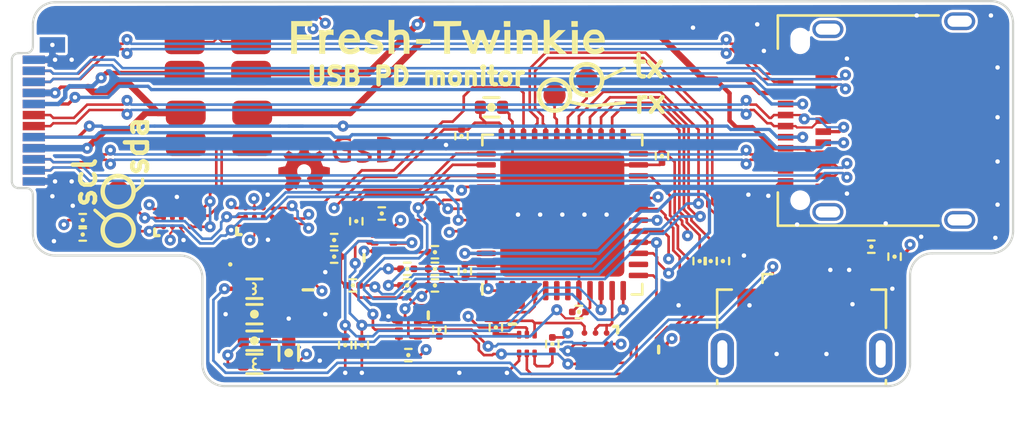
<source format=kicad_pcb>
(kicad_pcb (version 20171130) (host pcbnew 5.1.0-060a0da~80~ubuntu18.04.1)
  (title_block (date "sam. 04 avril 2015"))
  (layers (0 F.Cu signal) (1 In1.Cu signal) (2 In2.Cu signal) (31 B.Cu signal) (34 B.Paste user) (35 F.Paste user) (36 B.SilkS user) (37 F.SilkS user) (38 B.Mask user) (39 F.Mask user) (44 Edge.Cuts user))
  (net 0 "")
  (net 1 GND)
  (net 2 +3V3)
  (net 3 "Net-(C1-Pad1)")
  (net 4 "Net-(D1-Pad1)")
  (net 5 /USB_B_D_P)
  (net 6 /USB_B_D_N)
  (net 7 /USB_C_SSRX1_P)
  (net 8 /USB_C_SSRX1_N)
  (net 9 "Net-(J2-PadA4)")
  (net 10 /USB_C_SBU2)
  (net 11 /USB_C_D_N)
  (net 12 /USB_C_D_P)
  (net 13 /USB_C_SSTX2_N)
  (net 14 /USB_C_SSTX2_P)
  (net 15 /USB_C_SSRX2_P)
  (net 16 /USB_C_SBU1)
  (net 17 /USB_C_SSRX2_N)
  (net 18 /USB_C_CC1)
  (net 19 /USB_C_SSTX1_N)
  (net 20 /USB_C_SSTX1_P)
  (net 21 "Net-(P1-PadA4)")
  (net 22 "Net-(P1-PadB5)")
  (net 23 /CC2_EN)
  (net 24 "Net-(Q1-Pad4)")
  (net 25 "Net-(Q1-Pad1)")
  (net 26 /CC1_EN)
  (net 27 /USB_C_CC2)
  (net 28 "Net-(Q2-Pad6)")
  (net 29 /CC1_TX_EN)
  (net 30 /CC1_TX_DATA)
  (net 31 "Net-(Q2-Pad3)")
  (net 32 "Net-(Q3-Pad6)")
  (net 33 /CC2_TX_EN)
  (net 34 /CC2_TX_DATA)
  (net 35 "Net-(Q3-Pad3)")
  (net 36 /BOOT)
  (net 37 /USB_B_ID)
  (net 38 /USB_C_VBUS_N)
  (net 39 /USB_C_VBUS_P)
  (net 40 /USB_C_CC2_N)
  (net 41 /USB_C_CC2_P)
  (net 42 /CC1_RP3A0)
  (net 43 /CC2_RP3A0)
  (net 44 /CC1_RA)
  (net 45 /CC2_RA)
  (net 46 /CC1_RP1A5)
  (net 47 /CC2_RP1A5)
  (net 48 /CC1_RD)
  (net 49 /CC2_RD)
  (net 50 /CC1_RPUSB)
  (net 51 /CC2_RPUSB)
  (net 52 /USB_B_VBUS)
  (net 53 /VBUS_ALERT_L)
  (net 54 "Net-(U1-PadC2)")
  (net 55 "Net-(U1-PadB2)")
  (net 56 /SDA)
  (net 57 /SCL)
  (net 58 /CC2_ALERT_L)
  (net 59 "Net-(U2-PadC2)")
  (net 60 "Net-(U2-PadB2)")
  (net 61 /CC2_BUF)
  (net 62 /CC1_BUF)
  (net 63 /TX_CLKOUT)
  (net 64 /UART_RX)
  (net 65 /UART_TX)
  (net 66 /LED_B_L)
  (net 67 /LED_R_L)
  (net 68 "Net-(U5-Pad25)")
  (net 69 /LED_G_L)
  (net 70 "Net-(U5-Pad21)")
  (net 71 /TX_CLKIN)
  (net 72 /DAC)
  (net 73 /NRST)
  (net 74 /OSC_OUT)
  (net 75 /OSC_IN)
  (net 76 "Net-(U5-Pad2)")
  (net 77 "Net-(D2-Pad2)")
  (net 78 "Net-(D2-Pad3)")
  (net 79 "Net-(D2-Pad4)")
  (net 80 "Net-(C5-Pad1)")
  (module logo (layer F.Cu) (at 140.2 99.6)
    (fp_text reference G*** hide)
    (fp_text value LOGO hide)
  )
  (module TestPoint:TestPoint_Pad_D1.0mm (layer F.Cu) (at 125.35 106.15)
    (fp_text reference REF** hide)
    (fp_text value TestPoint_Pad_D1.0mm hide)
    (pad 1 smd circle (at 0 0) (size 1 1) (layers F.Cu F.Mask) (net 57 /SCL))
  )
  (module TestPoint:TestPoint_Pad_D1.0mm (layer F.Cu) (at 125.35 104.4)
    (fp_text reference REF** hide)
    (fp_text value TestPoint_Pad_D1.0mm hide)
    (pad 1 smd circle (at 0 0) (size 1 1) (layers F.Cu F.Mask) (net 56 /SDA))
  )
  (module gkl_dipol:R_0201 (layer F.Cu) (at 123.75 105.7)
    (fp_text reference R24 hide)
    (fp_text value 2.12K hide)
    (pad 1 smd roundrect (at -0.3 0) (size 0.3 0.3) (layers F.Cu F.Paste F.Mask) (net 2 +3V3))
    (pad 2 smd roundrect (at 0.3 0) (size 0.3 0.3) (layers F.Cu F.Paste F.Mask) (net 56 /SDA))
  )
  (module gkl_dipol:R_0201 (layer F.Cu) (at 123.75 106.35)
    (fp_text reference R22 hide)
    (fp_text value 2.12K hide)
    (pad 1 smd roundrect (at -0.3 0) (size 0.3 0.3) (layers F.Cu F.Paste F.Mask) (net 2 +3V3))
    (pad 2 smd roundrect (at 0.3 0) (size 0.3 0.3) (layers F.Cu F.Paste F.Mask) (net 57 /SCL))
  )
  (module NetTie:NetTie-2_SMD_Pad0.5mm (layer B.Cu) (at 142 107.2 180)
    (fp_text reference NT1 hide)
    (fp_text value Net-Tie_2 hide)
    (fp_poly (pts (xy -0.2 0.1) (xy 0.2 0.1) (xy 0.2 -0.1) (xy -0.2 -0.1)) (layer B.Cu) (width 0))
    (pad 2 smd circle (at 0.2 0 180) (size 0.2 0.2) (layers B.Cu) (net 63 /TX_CLKOUT))
    (pad 1 smd circle (at -0.2 0 180) (size 0.2 0.2) (layers B.Cu) (net 71 /TX_CLKIN))
  )
  (module TestPoint:TestPoint_Pad_D1.0mm (layer F.Cu) (at 145.05 100.05)
    (fp_text reference REF** hide)
    (fp_text value TestPoint_Pad_D1.0mm hide)
    (pad 1 smd circle (at 0 0) (size 1 1) (layers F.Cu F.Mask) (net 64 /UART_RX))
  )
  (module pkl_dipol:L_0402 (layer F.Cu) (at 131.5 112.2)
    (fp_text reference FB2 hide)
    (fp_text value 600R hide)
    (pad 2 smd roundrect (at 0.5 0) (size 0.5 0.6) (layers F.Cu F.Paste F.Mask) (net 2 +3V3))
    (pad 1 smd roundrect (at -0.5 0) (size 0.5 0.6) (layers F.Cu F.Paste F.Mask) (net 80 "Net-(C5-Pad1)"))
  )
  (module pkl_dipol:C_0201 (layer F.Cu) (at 149.9 102.8 270)
    (fp_text reference C8 hide)
    (fp_text value 100nF hide)
    (pad 2 smd roundrect (at 0.3 0 270) (size 0.3 0.3) (layers F.Cu F.Paste F.Mask) (net 1 GND))
    (pad 1 smd roundrect (at -0.3 0 270) (size 0.3 0.3) (layers F.Cu F.Paste F.Mask) (net 2 +3V3))
  )
  (module pkl_dipol:C_0402 (layer F.Cu) (at 142.2 100.6)
    (fp_text reference C7 hide)
    (fp_text value 4.7uF hide)
    (pad 2 smd roundrect (at 0.5 0) (size 0.5 0.6) (layers F.Cu F.Paste F.Mask) (net 1 GND))
    (pad 1 smd roundrect (at -0.5 0) (size 0.5 0.6) (layers F.Cu F.Paste F.Mask) (net 2 +3V3))
  )
  (module pkl_dipol:C_0402 (layer F.Cu) (at 131.5 111.15)
    (fp_text reference C6 hide)
    (fp_text value 1uF hide)
    (pad 2 smd roundrect (at 0.5 0) (size 0.5 0.6) (layers F.Cu F.Paste F.Mask) (net 1 GND))
    (pad 1 smd roundrect (at -0.5 0) (size 0.5 0.6) (layers F.Cu F.Paste F.Mask) (net 80 "Net-(C5-Pad1)"))
  )
  (module pkl_dipol:C_0201 (layer F.Cu) (at 146.15 109.85 180)
    (fp_text reference C5 hide)
    (fp_text value 10nF hide)
    (pad 2 smd roundrect (at 0.3 0 180) (size 0.3 0.3) (layers F.Cu F.Paste F.Mask) (net 1 GND))
    (pad 1 smd roundrect (at -0.3 0 180) (size 0.3 0.3) (layers F.Cu F.Paste F.Mask) (net 80 "Net-(C5-Pad1)"))
  )
  (module pkl_dipol:C_0402 (layer F.Cu) (at 133.05 111.7 90)
    (fp_text reference C4 hide)
    (fp_text value 4.7uF hide)
    (pad 2 smd roundrect (at 0.5 0 90) (size 0.5 0.6) (layers F.Cu F.Paste F.Mask) (net 1 GND))
    (pad 1 smd roundrect (at -0.5 0 90) (size 0.5 0.6) (layers F.Cu F.Paste F.Mask) (net 2 +3V3))
  )
  (module pkl_dipol:C_0201 (layer F.Cu) (at 140.85 101.9 270)
    (fp_text reference C3 hide)
    (fp_text value 100nF hide)
    (pad 2 smd roundrect (at 0.3 0 270) (size 0.3 0.3) (layers F.Cu F.Paste F.Mask) (net 1 GND))
    (pad 1 smd roundrect (at -0.3 0 270) (size 0.3 0.3) (layers F.Cu F.Paste F.Mask) (net 2 +3V3))
  )
  (module pkl_dipol:C_0201 (layer F.Cu) (at 141 108 90)
    (fp_text reference C2 hide)
    (fp_text value 100nF hide)
    (pad 2 smd roundrect (at 0.3 0 90) (size 0.3 0.3) (layers F.Cu F.Paste F.Mask) (net 1 GND))
    (pad 1 smd roundrect (at -0.3 0 90) (size 0.3 0.3) (layers F.Cu F.Paste F.Mask) (net 2 +3V3))
  )
  (module pkl_dipol:C_0402 (layer F.Cu) (at 131.5 109.95 180)
    (fp_text reference C1 hide)
    (fp_text value 1uF hide)
    (pad 2 smd roundrect (at 0.5 0 180) (size 0.5 0.6) (layers F.Cu F.Paste F.Mask) (net 1 GND))
    (pad 1 smd roundrect (at -0.5 0 180) (size 0.5 0.6) (layers F.Cu F.Paste F.Mask) (net 3 "Net-(C1-Pad1)"))
  )
  (module gkl_housings_son:X2SON_4_1.0x1.0mm (layer F.Cu) (at 133.45 108.3 180)
    (fp_text reference U3 hide)
    (fp_text value NCP167 hide)
    (pad 2 smd custom (at -0.5 0.325 180) (size 0.18 0.2) (layers F.Cu F.Paste F.Mask) (net 1 GND) (options (clearance outline) (anchor rect)) (primitives (gr_poly (pts (xy 0.09 -0.1) (xy 0.27 0.075) (xy 0.27 0.1) (xy 0.09 0.1)) (width 0))))
    (pad 4 smd custom (at 0.5 -0.325) (size 0.18 0.2) (layers F.Cu F.Paste F.Mask) (net 3 "Net-(C1-Pad1)") (options (clearance outline) (anchor rect)) (primitives (gr_poly (pts (xy 0.09 -0.1) (xy 0.27 0.075) (xy 0.27 0.1) (xy 0.09 0.1)) (width 0))))
    (pad 3 smd custom (at 0.52 0.325) (size 0.18 0.2) (layers F.Cu F.Paste F.Mask) (net 3 "Net-(C1-Pad1)") (options (clearance outline) (anchor rect)) (primitives (gr_poly (pts (xy 0.09 -0.1) (xy 0.27 -0.1) (xy 0.27 -0.075) (xy 0.09 0.1)) (width 0))))
    (pad 1 smd custom (at -0.52 -0.325 180) (size 0.18 0.2) (layers F.Cu F.Paste F.Mask) (net 2 +3V3) (options (clearance outline) (anchor rect)) (primitives (gr_poly (pts (xy 0.09 -0.1) (xy 0.27 -0.1) (xy 0.27 -0.075) (xy 0.09 0.1)) (width 0))))
    (pad 2 smd rect (at 0 0 225) (size 0.58 0.58) (layers F.Cu F.Paste F.Mask) (net 1 GND))
  )
  (module TestPoint:TestPoint_Pad_D1.0mm (layer F.Cu) (at 146.5 99.35)
    (fp_text reference REF** hide)
    (fp_text value TestPoint_Pad_D1.0mm hide)
    (pad 1 smd circle (at 0 0) (size 1 1) (layers F.Cu F.Mask) (net 65 /UART_TX))
  )
  (module gkl_logos:oshw_small (layer F.Cu) (at 133.75 103.4)
    (fp_text reference G*** hide)
    (fp_text value LOGO hide)
    (fp_poly (pts (xy 0.034434 -1.070644) (xy 0.067967 -1.070441) (xy 0.094854 -1.070081) (xy 0.115679 -1.069545) (xy 0.131028 -1.068815) (xy 0.141484 -1.067873) (xy 0.147631 -1.0667) (xy 0.14957 -1.065823) (xy 0.151728 -1.062359) (xy 0.154421 -1.054534) (xy 0.157762 -1.041831) (xy 0.161865 -1.023736) (xy 0.166844 -0.999734) (xy 0.172812 -0.969309) (xy 0.179883 -0.931946) (xy 0.18387 -0.910492) (xy 0.191899 -0.867626) (xy 0.198777 -0.832133) (xy 0.204579 -0.803667) (xy 0.20938 -0.781882) (xy 0.213256 -0.766433) (xy 0.216284 -0.756974) (xy 0.218192 -0.753437) (xy 0.223255 -0.750437) (xy 0.23444 -0.745046) (xy 0.250596 -0.737743) (xy 0.270577 -0.729006) (xy 0.293232 -0.719311) (xy 0.317413 -0.709137) (xy 0.34197 -0.698962) (xy 0.365756 -0.689262) (xy 0.387621 -0.680517) (xy 0.406415 -0.673202) (xy 0.420991 -0.667796) (xy 0.430199 -0.664778) (xy 0.432574 -0.664308) (xy 0.436931 -0.666453) (xy 0.446994 -0.672572) (xy 0.46204 -0.682192) (xy 0.48135 -0.69484) (xy 0.504202 -0.710041) (xy 0.529876 -0.727323) (xy 0.557649 -0.746211) (xy 0.566444 -0.752231) (xy 0.594625 -0.771491) (xy 0.620833 -0.789294) (xy 0.644361 -0.805167) (xy 0.664502 -0.81864) (xy 0.68055 -0.82924) (xy 0.691799 -0.836496) (xy 0.697543 -0.839936) (xy 0.698099 -0.840154) (xy 0.702045 -0.837466) (xy 0.710615 -0.829883) (xy 0.723103 -0.818125) (xy 0.738801 -0.802913) (xy 0.757001 -0.784968) (xy 0.776995 -0.765011) (xy 0.798076 -0.743762) (xy 0.819537 -0.721943) (xy 0.840668 -0.700273) (xy 0.860764 -0.679473) (xy 0.879116 -0.660265) (xy 0.895016 -0.643369) (xy 0.907757 -0.629505) (xy 0.916632 -0.619395) (xy 0.920932 -0.613759) (xy 0.921212 -0.612916) (xy 0.918584 -0.608605) (xy 0.912018 -0.598596) (xy 0.902013 -0.583627) (xy 0.889064 -0.564435) (xy 0.873671 -0.541758) (xy 0.856331 -0.516332) (xy 0.837541 -0.488894) (xy 0.834677 -0.484721) (xy 0.815763 -0.456987) (xy 0.798327 -0.431061) (xy 0.782855 -0.407691) (xy 0.769833 -0.387628) (xy 0.759747 -0.371622) (xy 0.753081 -0.360422) (xy 0.750324 -0.35478) (xy 0.750277 -0.354467) (xy 0.751805 -0.348645) (xy 0.756066 -0.336833) (xy 0.762575 -0.320162) (xy 0.770846 -0.299763) (xy 0.780396 -0.276769) (xy 0.790739 -0.25231) (xy 0.801391 -0.22752) (xy 0.811866 -0.203529) (xy 0.821679 -0.181469) (xy 0.830347 -0.162471) (xy 0.837383 -0.147669) (xy 0.842304 -0.138192) (xy 0.844118 -0.135445) (xy 0.847693 -0.13317) (xy 0.854829 -0.13053) (xy 0.866139 -0.127386) (xy 0.882232 -0.123601) (xy 0.903722 -0.119039) (xy 0.931219 -0.113561) (xy 0.965334 -0.10703) (xy 0.996918 -0.10112) (xy 1.037379 -0.09352) (xy 1.070645 -0.087079) (xy 1.097233 -0.081681) (xy 1.117657 -0.077211) (xy 1.132435 -0.073556) (xy 1.142081 -0.070599) (xy 1.147113 -0.068226) (xy 1.147885 -0.067505) (xy 1.149215 -0.0638) (xy 1.150302 -0.05616) (xy 1.151165 -0.044) (xy 1.151823 -0.026735) (xy 1.152293 -0.003782) (xy 1.152594 0.025445) (xy 1.152744 0.061528) (xy 1.152769 0.088391) (xy 1.152737 0.127046) (xy 1.152622 0.158623) (xy 1.152394 0.183862) (xy 1.152024 0.2035) (xy 1.151483 0.218275) (xy 1.150742 0.228927) (xy 1.149772 0.236191) (xy 1.148544 0.240808) (xy 1.147028 0.243515) (xy 1.146629 0.243952) (xy 1.140833 0.248843) (xy 1.138213 0.250093) (xy 1.133978 0.250781) (xy 1.122934 0.25274) (xy 1.105954 0.25581) (xy 1.08391 0.259832) (xy 1.057677 0.264646) (xy 1.028128 0.270094) (xy 0.996838 0.275885) (xy 0.955612 0.283642) (xy 0.921763 0.290266) (xy 0.894946 0.295832) (xy 0.874815 0.300417) (xy 0.861026 0.304097) (xy 0.853234 0.30695) (xy 0.851445 0.308124) (xy 0.848436 0.313325) (xy 0.843095 0.324719) (xy 0.835867 0.341193) (xy 0.827199 0.361634) (xy 0.817539 0.38493) (xy 0.807332 0.409969) (xy 0.797024 0.435639) (xy 0.787064 0.460827) (xy 0.777896 0.48442) (xy 0.769968 0.505307) (xy 0.763726 0.522375) (xy 0.759617 0.534513) (xy 0.758086 0.540606) (xy 0.758085 0.540687) (xy 0.760235 0.545487) (xy 0.76635 0.555935) (xy 0.775934 0.571262) (xy 0.78849 0.590698) (xy 0.803521 0.613476) (xy 0.82053 0.638825) (xy 0.838801 0.665655) (xy 0.857314 0.69275) (xy 0.874414 0.717967) (xy 0.889593 0.740547) (xy 0.902348 0.759729) (xy 0.912171 0.774754) (xy 0.918559 0.784861) (xy 0.921002 0.789276) (xy 0.918645 0.793571) (xy 0.910956 0.802932) (xy 0.898247 0.817025) (xy 0.880834 0.835513) (xy 0.859031 0.858062) (xy 0.833152 0.884336) (xy 0.813356 0.904189) (xy 0.785293 0.932138) (xy 0.762177 0.954975) (xy 0.743486 0.973171) (xy 0.728699 0.987199) (xy 0.717295 0.997529) (xy 0.708752 1.004633) (xy 0.702549 1.008984) (xy 0.698165 1.011053) (xy 0.695078 1.011313) (xy 0.695008 1.011299) (xy 0.689679 1.008695) (xy 0.678758 1.002154) (xy 0.663066 0.99221) (xy 0.643424 0.979394) (xy 0.62065 0.964241) (xy 0.595565 0.947284) (xy 0.576538 0.93426) (xy 0.550366 0.916286) (xy 0.526022 0.899625) (xy 0.504309 0.884826) (xy 0.486032 0.872434) (xy 0.471995 0.862994) (xy 0.463004 0.857053) (xy 0.460102 0.855246) (xy 0.457078 0.854255) (xy 0.452913 0.85445) (xy 0.446778 0.856201) (xy 0.437842 0.859876) (xy 0.425276 0.865845) (xy 0.40825 0.874477) (xy 0.385936 0.886143) (xy 0.360636 0.899546) (xy 0.347626 0.906182) (xy 0.339529 0.909288) (xy 0.33452 0.909294) (xy 0.330772 0.90663) (xy 0.330728 0.906585) (xy 0.328208 0.901935) (xy 0.32306 0.890769) (xy 0.315582 0.873809) (xy 0.306072 0.851778) (xy 0.294829 0.825397) (xy 0.282152 0.795391) (xy 0.268338 0.762481) (xy 0.253687 0.727389) (xy 0.238496 0.690838) (xy 0.223064 0.653551) (xy 0.20769 0.616249) (xy 0.192671 0.579657) (xy 0.178307 0.544495) (xy 0.164895 0.511487) (xy 0.152734 0.481354) (xy 0.142123 0.45482) (xy 0.133359 0.432607) (xy 0.126742 0.415438) (xy 0.122569 0.404034) (xy 0.121139 0.399138) (xy 0.124539 0.392081) (xy 0.134948 0.383227) (xy 0.143608 0.377584) (xy 0.188619 0.346069) (xy 0.227109 0.310716) (xy 0.258915 0.271782) (xy 0.283869 0.229527) (xy 0.301808 0.184209) (xy 0.312567 0.136086) (xy 0.315359 0.108587) (xy 0.314642 0.058353) (xy 0.306583 0.010097) (xy 0.291531 -0.035584) (xy 0.269836 -0.078095) (xy 0.241847 -0.11684) (xy 0.207914 -0.151221) (xy 0.168387 -0.180642) (xy 0.134816 -0.19932) (xy 0.09804 -0.215073) (xy 0.063083 -0.225281) (xy 0.027012 -0.2306) (xy -0.009769 -0.23174) (xy -0.059615 -0.227366) (xy -0.107125 -0.215762) (xy -0.151692 -0.19732) (xy -0.19271 -0.172431) (xy -0.229573 -0.141486) (xy -0.261673 -0.104878) (xy -0.288405 -0.062998) (xy -0.296711 -0.046464) (xy -0.308777 -0.018535) (xy -0.317161 0.006857) (xy -0.322405 0.032291) (xy -0.325047 0.060349) (xy -0.325639 0.091831) (xy -0.325267 0.115171) (xy -0.324232 0.133197) (xy -0.322223 0.148402) (xy -0.31893 0.163281) (xy -0.315036 0.177048) (xy -0.299291 0.220105) (xy -0.278927 0.258768) (xy -0.253213 0.293987) (xy -0.221415 0.326713) (xy -0.182801 0.357897) (xy -0.167177 0.368869) (xy -0.15294 0.378857) (xy -0.141274 0.387637) (xy -0.133636 0.394076) (xy -0.131448 0.396632) (xy -0.132459 0.401252) (xy -0.136161 0.4122) (xy -0.142219 0.428599) (xy -0.150296 0.449572) (xy -0.160055 0.474241) (xy -0.171161 0.50173) (xy -0.179518 0.522086) (xy -0.193998 0.557143) (xy -0.210561 0.597269) (xy -0.228319 0.640305) (xy -0.246379 0.684094) (xy -0.263853 0.726476) (xy -0.279849 0.765293) (xy -0.283708 0.774661) (xy -0.30004 0.813926) (xy -0.313973 0.846607) (xy -0.325441 0.872561) (xy -0.334378 0.89164) (xy -0.340718 0.903701) (xy -0.344396 0.908596) (xy -0.344568 0.908672) (xy -0.350459 0.907652) (xy -0.362082 0.903112) (xy -0.378438 0.895496) (xy -0.398524 0.885252) (xy -0.405826 0.881357) (xy -0.424649 0.871324) (xy -0.441113 0.862757) (xy -0.453973 0.856287) (xy -0.46198 0.852547) (xy -0.463947 0.851877) (xy -0.467846 0.854015) (xy -0.477435 0.860098) (xy -0.491969 0.869632) (xy -0.510708 0.882121) (xy -0.532909 0.897072) (xy -0.557828 0.913989) (xy -0.584152 0.931985) (xy -0.611219 0.950401) (xy -0.636511 0.967326) (xy -0.659249 0.982258) (xy -0.678656 0.994701) (xy -0.693953 1.004152) (xy -0.704362 1.010115) (xy -0.709029 1.012093) (xy -0.714317 1.009227) (xy -0.724895 1.00064) (xy -0.740744 0.986349) (xy -0.761845 0.96637) (xy -0.788182 0.940721) (xy -0.819737 0.909417) (xy -0.823573 0.905582) (xy -0.854778 0.874147) (xy -0.880703 0.847573) (xy -0.901264 0.825951) (xy -0.916376 0.809369) (xy -0.925955 0.797919) (xy -0.929919 0.79169) (xy -0.930031 0.791085) (xy -0.92788 0.786115) (xy -0.921763 0.775509) (xy -0.912177 0.760045) (xy -0.899622 0.740501) (xy -0.884598 0.717654) (xy -0.867603 0.692282) (xy -0.849923 0.666309) (xy -0.829505 0.636295) (xy -0.811454 0.609266) (xy -0.796155 0.585826) (xy -0.783993 0.566582) (xy -0.775352 0.552136) (xy -0.770619 0.543095) (xy -0.769815 0.540513) (xy -0.771264 0.534264) (xy -0.77531 0.521968) (xy -0.781505 0.504746) (xy -0.789401 0.483717) (xy -0.79855 0.460001) (xy -0.808503 0.434718) (xy -0.818812 0.408988) (xy -0.829028 0.38393) (xy -0.838704 0.360665) (xy -0.847389 0.340312) (xy -0.854637 0.323991) (xy -0.859999 0.312821) (xy -0.862902 0.308036) (xy -0.867671 0.305602) (xy -0.87803 0.302427) (xy -0.894356 0.298426) (xy -0.917028 0.293518) (xy -0.946424 0.287618) (xy -0.982922 0.280644) (xy -1.010138 0.275586) (xy -1.047747 0.268606) (xy -1.078379 0.262788) (xy -1.102761 0.257964) (xy -1.121618 0.253968) (xy -1.135675 0.250632) (xy -1.145658 0.24779) (xy -1.152293 0.245274) (xy -1.156305 0.242918) (xy -1.157654 0.241632) (xy -1.15942 0.239026) (xy -1.160856 0.235261) (xy -1.161994 0.229569) (xy -1.162869 0.221179) (xy -1.163515 0.209321) (xy -1.163965 0.193226) (xy -1.164254 0.172124) (xy -1.164415 0.145246) (xy -1.164483 0.111821) (xy -1.164492 0.086283) (xy -1.164428 0.045824) (xy -1.164221 0.01259) (xy -1.163855 -0.014004) (xy -1.163309 -0.034547) (xy -1.162566 -0.049626) (xy -1.161607 -0.05983) (xy -1.160413 -0.065746) (xy -1.159607 -0.06744) (xy -1.155945 -0.069673) (xy -1.147653 -0.072467) (xy -1.134227 -0.075935) (xy -1.115162 -0.080188) (xy -1.089954 -0.085337) (xy -1.058098 -0.091496) (xy -1.019091 -0.098774) (xy -1.014046 -0.099703) (xy -0.981474 -0.105744) (xy -0.950996 -0.111504) (xy -0.92355 -0.116796) (xy -0.900074 -0.121436) (xy -0.881505 -0.125239) (xy -0.86878 -0.128019) (xy -0.862911 -0.129562) (xy -0.859518 -0.13152) (xy -0.855885 -0.135299) (xy -0.851618 -0.141672) (xy -0.846325 -0.151412) (xy -0.839613 -0.165293) (xy -0.831087 -0.184087) (xy -0.820354 -0.208567) (xy -0.807226 -0.239032) (xy -0.795686 -0.266257) (xy -0.785233 -0.291524) (xy -0.776256 -0.313841) (xy -0.769147 -0.332215) (xy -0.764295 -0.345655) (xy -0.762091 -0.353168) (xy -0.762 -0.353986) (xy -0.764265 -0.359917) (xy -0.770911 -0.371817) (xy -0.781717 -0.389337) (xy -0.796461 -0.412131) (xy -0.814922 -0.43985) (xy -0.836876 -0.472148) (xy -0.844752 -0.483608) (xy -0.863574 -0.511131) (xy -0.880974 -0.536957) (xy -0.896447 -0.560306) (xy -0.909488 -0.580402) (xy -0.919593 -0.596466) (xy -0.926256 -0.607719) (xy -0.928974 -0.613383) (xy -0.928997 -0.613507) (xy -0.928723 -0.616663) (xy -0.926741 -0.620996) (xy -0.922573 -0.627032) (xy -0.915741 -0.635298) (xy -0.905766 -0.646322) (xy -0.892169 -0.66063) (xy -0.874471 -0.678749) (xy -0.852194 -0.701206) (xy -0.824859 -0.728528) (xy -0.821132 -0.732243) (xy -0.789304 -0.763769) (xy -0.762732 -0.789677) (xy -0.74133 -0.810047) (xy -0.725007 -0.824962) (xy -0.713675 -0.834505) (xy -0.707246 -0.838758) (xy -0.705927 -0.838966) (xy -0.701497 -0.836315) (xy -0.69137 -0.829716) (xy -0.676277 -0.819663) (xy -0.656953 -0.806651) (xy -0.634129 -0.791172) (xy -0.608539 -0.773722) (xy -0.580914 -0.754793) (xy -0.574689 -0.750515) (xy -0.546742 -0.731402) (xy -0.520662 -0.713761) (xy -0.497181 -0.69807) (xy -0.477028 -0.68481) (xy -0.460937 -0.674462) (xy -0.449637 -0.667505) (xy -0.44386 -0.664419) (xy -0.443397 -0.664307) (xy -0.438246 -0.665738) (xy -0.426954 -0.669755) (xy -0.410596 -0.675946) (xy -0.390249 -0.683898) (xy -0.366989 -0.6932) (xy -0.350632 -0.69985) (xy -0.317571 -0.713385) (xy -0.291012 -0.724298) (xy -0.270221 -0.732923) (xy -0.254468 -0.739595) (xy -0.24302 -0.744651) (xy -0.235143 -0.748424) (xy -0.230107 -0.751249) (xy -0.227177 -0.753463) (xy -0.225623 -0.7554) (xy -0.224711 -0.757395) (xy -0.224679 -0.757476) (xy -0.223541 -0.762317) (xy -0.221174 -0.773804) (xy -0.217774 -0.790899) (xy -0.213539 -0.812567) (xy -0.208664 -0.837768) (xy -0.203347 -0.865466) (xy -0.197785 -0.894622) (xy -0.192175 -0.9242) (xy -0.186713 -0.953161) (xy -0.181597 -0.980468) (xy -0.177024 -1.005084) (xy -0.17319 -1.025971) (xy -0.170292 -1.042092) (xy -0.168528 -1.052408) (xy -0.168065 -1.055775) (xy -0.165582 -1.060348) (xy -0.16189 -1.064567) (xy -0.159523 -1.066154) (xy -0.155419 -1.067447) (xy -0.14884 -1.068475) (xy -0.139047 -1.069267) (xy -0.125302 -1.069852) (xy -0.106868 -1.070259) (xy -0.083005 -1.070518) (xy -0.052976 -1.070657) (xy -0.016043 -1.070706) (xy -0.006329 -1.070708) (xy 0.034434 -1.070644)) (layer F.Cu) (width 0.01))
  )
  (module gkl_logos:gsd_logo_small (layer F.Cu) (at 136.45 102.6)
    (fp_text reference G*** hide)
    (fp_text value LOGO hide)
    (fp_poly (pts (xy 0.809625 -0.656049) (xy 0.948894 -0.652824) (xy 1.055352 -0.641742) (xy 1.138164 -0.620435) (xy 1.206496 -0.586535) (xy 1.269512 -0.537672) (xy 1.270237 -0.537018) (xy 1.340037 -0.45732) (xy 1.386054 -0.362298) (xy 1.410458 -0.244688) (xy 1.415419 -0.097228) (xy 1.413931 -0.056017) (xy 1.39408 0.106816) (xy 1.349894 0.237949) (xy 1.279148 0.339287) (xy 1.179619 0.412731) (xy 1.049083 0.460187) (xy 0.885316 0.483556) (xy 0.779803 0.486833) (xy 0.592667 0.486833) (xy 0.592667 0.338667) (xy 0.762 0.338667) (xy 0.884039 0.338667) (xy 0.998972 0.327347) (xy 1.079303 0.299395) (xy 1.160578 0.233792) (xy 1.215228 0.137724) (xy 1.243868 0.009786) (xy 1.248834 -0.087568) (xy 1.23982 -0.236059) (xy 1.21085 -0.349515) (xy 1.159033 -0.431642) (xy 1.081476 -0.486148) (xy 0.975288 -0.516738) (xy 0.908005 -0.524408) (xy 0.762 -0.534855) (xy 0.762 0.338667) (xy 0.592667 0.338667) (xy 0.592667 -0.656167) (xy 0.809625 -0.656049)) (layer F.Cu) (width 0.01))
    (fp_poly (pts (xy 0.162577 -0.408638) (xy 0.231651 -0.397665) (xy 0.269226 -0.38476) (xy 0.285863 -0.363181) (xy 0.292122 -0.326181) (xy 0.292151 -0.325883) (xy 0.298552 -0.260216) (xy 0.140244 -0.270375) (xy 0.023554 -0.274289) (xy -0.058453 -0.267638) (xy -0.112413 -0.249068) (xy -0.144962 -0.217221) (xy -0.1483 -0.211417) (xy -0.159408 -0.158528) (xy -0.131713 -0.111118) (xy -0.063856 -0.06759) (xy -0.005378 -0.043426) (xy 0.120986 0.004376) (xy 0.212326 0.044812) (xy 0.274186 0.082617) (xy 0.312111 0.122522) (xy 0.331646 0.16926) (xy 0.338334 0.227561) (xy 0.338667 0.250217) (xy 0.332061 0.319458) (xy 0.306108 0.369754) (xy 0.275785 0.401589) (xy 0.193201 0.454029) (xy 0.081845 0.489442) (xy -0.047579 0.506087) (xy -0.184364 0.50222) (xy -0.264583 0.489528) (xy -0.310364 0.472303) (xy -0.330277 0.436937) (xy -0.334784 0.40645) (xy -0.341485 0.336834) (xy -0.228951 0.353625) (xy -0.077646 0.369325) (xy 0.038464 0.366191) (xy 0.11832 0.344321) (xy 0.151534 0.318598) (xy 0.179753 0.277874) (xy 0.1905 0.251655) (xy 0.170586 0.212403) (xy 0.114686 0.169922) (xy 0.028559 0.127998) (xy -0.031142 0.106035) (xy -0.115912 0.072019) (xy -0.195079 0.030549) (xy -0.245396 -0.004577) (xy -0.292577 -0.05312) (xy -0.313312 -0.100997) (xy -0.3175 -0.159315) (xy -0.298442 -0.24985) (xy -0.244324 -0.323152) (xy -0.159727 -0.376842) (xy -0.04923 -0.40854) (xy 0.082583 -0.415868) (xy 0.162577 -0.408638)) (layer F.Cu) (width 0.01))
    (fp_poly (pts (xy -0.729586 -0.662399) (xy -0.677333 -0.647505) (xy -0.626418 -0.62313) (xy -0.603622 -0.588205) (xy -0.59668 -0.543282) (xy -0.593267 -0.492195) (xy -0.600915 -0.471095) (xy -0.629252 -0.474961) (xy -0.684652 -0.497417) (xy -0.793084 -0.52487) (xy -0.911313 -0.52619) (xy -1.021487 -0.502134) (xy -1.067329 -0.481194) (xy -1.152001 -0.414193) (xy -1.209167 -0.323118) (xy -1.240724 -0.203739) (xy -1.248833 -0.077437) (xy -1.235812 0.076285) (xy -1.196686 0.196724) (xy -1.131367 0.283993) (xy -1.039764 0.338206) (xy -0.921786 0.359477) (xy -0.902158 0.359833) (xy -0.827591 0.358133) (xy -0.78048 0.347764) (xy -0.754524 0.320825) (xy -0.743421 0.269416) (xy -0.740872 0.185636) (xy -0.740833 0.157542) (xy -0.740833 -0.019054) (xy -0.862541 -0.025402) (xy -0.931356 -0.030401) (xy -0.968596 -0.039801) (xy -0.985008 -0.059004) (xy -0.990947 -0.089958) (xy -0.997645 -0.148167) (xy -0.592666 -0.148167) (xy -0.592666 0.440359) (xy -0.661458 0.46483) (xy -0.746414 0.485276) (xy -0.850823 0.496713) (xy -0.957542 0.498477) (xy -1.049423 0.489902) (xy -1.085247 0.481267) (xy -1.208581 0.422253) (xy -1.302342 0.335079) (xy -1.367447 0.218338) (xy -1.404808 0.070623) (xy -1.413852 -0.024121) (xy -1.40885 -0.20249) (xy -1.373738 -0.351868) (xy -1.307754 -0.47377) (xy -1.210142 -0.569709) (xy -1.111404 -0.627564) (xy -0.992941 -0.664104) (xy -0.859141 -0.676016) (xy -0.729586 -0.662399)) (layer F.Cu) (width 0.01))
  )
  (module gkl_dipol:R_0201 (layer F.Cu) (at 151.6 107.55 90)
    (fp_text reference R25 hide)
    (fp_text value 806R hide)
    (pad 1 smd roundrect (at -0.3 0 90) (size 0.3 0.3) (layers F.Cu F.Paste F.Mask) (net 77 "Net-(D2-Pad2)"))
    (pad 2 smd roundrect (at 0.3 0 90) (size 0.3 0.3) (layers F.Cu F.Paste F.Mask) (net 67 /LED_R_L))
  )
  (module gkl_dipol:R_0201 (layer F.Cu) (at 152.65 107.55 90)
    (fp_text reference R23 hide)
    (fp_text value 604R hide)
    (pad 1 smd roundrect (at -0.3 0 90) (size 0.3 0.3) (layers F.Cu F.Paste F.Mask) (net 78 "Net-(D2-Pad3)"))
    (pad 2 smd roundrect (at 0.3 0 90) (size 0.3 0.3) (layers F.Cu F.Paste F.Mask) (net 66 /LED_B_L))
  )
  (module gkl_dipol:R_0201 (layer F.Cu) (at 152.1 107.55 90)
    (fp_text reference R21 hide)
    (fp_text value 576R hide)
    (pad 1 smd roundrect (at -0.3 0 90) (size 0.3 0.3) (layers F.Cu F.Paste F.Mask) (net 79 "Net-(D2-Pad4)"))
    (pad 2 smd roundrect (at 0.3 0 90) (size 0.3 0.3) (layers F.Cu F.Paste F.Mask) (net 69 /LED_G_L))
  )
  (module gkl_led:0404LED_RGB (layer F.Cu) (at 150.45 112)
    (fp_text reference D2 hide)
    (fp_text value LED_ARGB hide)
    (pad 1 smd roundrect (at -0.325 -0.325) (size 0.4 0.4) (layers F.Cu F.Paste F.Mask) (net 2 +3V3))
    (pad 2 smd roundrect (at -0.325 0.325 90) (size 0.4 0.4) (layers F.Cu F.Paste F.Mask) (net 77 "Net-(D2-Pad2)"))
    (pad 3 smd roundrect (at 0.325 0.325 180) (size 0.4 0.4) (layers F.Cu F.Paste F.Mask) (net 78 "Net-(D2-Pad3)"))
    (pad 4 smd roundrect (at 0.325 -0.325 270) (size 0.4 0.4) (layers F.Cu F.Paste F.Mask) (net 79 "Net-(D2-Pad4)"))
  )
  (module Package_DFN_QFN:QFN-48-1EP_7x7mm_P0.5mm_EP5.6x5.6mm (layer F.Cu) (at 145.4 105.45 90)
    (fp_text reference U5 hide)
    (fp_text value STM32F072CBUx hide)
    (pad 48 smd roundrect (at -2.75 -3.4375 90) (size 0.25 0.875) (layers F.Cu F.Paste F.Mask) (net 2 +3V3))
    (pad 47 smd roundrect (at -2.25 -3.4375 90) (size 0.25 0.875) (layers F.Cu F.Paste F.Mask) (net 1 GND))
    (pad 46 smd roundrect (at -1.75 -3.4375 90) (size 0.25 0.875) (layers F.Cu F.Paste F.Mask) (net 63 /TX_CLKOUT))
    (pad 45 smd roundrect (at -1.25 -3.4375 90) (size 0.25 0.875) (layers F.Cu F.Paste F.Mask) (net 49 /CC2_RD))
    (pad 44 smd roundrect (at -0.75 -3.4375 90) (size 0.25 0.875) (layers F.Cu F.Paste F.Mask) (net 36 /BOOT))
    (pad 43 smd roundrect (at -0.25 -3.4375 90) (size 0.25 0.875) (layers F.Cu F.Paste F.Mask) (net 56 /SDA))
    (pad 42 smd roundrect (at 0.25 -3.4375 90) (size 0.25 0.875) (layers F.Cu F.Paste F.Mask) (net 57 /SCL))
    (pad 41 smd roundrect (at 0.75 -3.4375 90) (size 0.25 0.875) (layers F.Cu F.Paste F.Mask) (net 48 /CC1_RD))
    (pad 40 smd roundrect (at 1.25 -3.4375 90) (size 0.25 0.875) (layers F.Cu F.Paste F.Mask) (net 30 /CC1_TX_DATA))
    (pad 39 smd roundrect (at 1.75 -3.4375 90) (size 0.25 0.875) (layers F.Cu F.Paste F.Mask) (net 33 /CC2_TX_EN))
    (pad 38 smd roundrect (at 2.25 -3.4375 90) (size 0.25 0.875) (layers F.Cu F.Paste F.Mask) (net 42 /CC1_RP3A0))
    (pad 37 smd roundrect (at 2.75 -3.4375 90) (size 0.25 0.875) (layers F.Cu F.Paste F.Mask) (net 46 /CC1_RP1A5))
    (pad 36 smd roundrect (at 3.4375 -2.75 90) (size 0.875 0.25) (layers F.Cu F.Paste F.Mask) (net 2 +3V3))
    (pad 35 smd roundrect (at 3.4375 -2.25 90) (size 0.875 0.25) (layers F.Cu F.Paste F.Mask) (net 1 GND))
    (pad 34 smd roundrect (at 3.4375 -1.75 90) (size 0.875 0.25) (layers F.Cu F.Paste F.Mask) (net 50 /CC1_RPUSB))
    (pad 33 smd roundrect (at 3.4375 -1.25 90) (size 0.875 0.25) (layers F.Cu F.Paste F.Mask) (net 5 /USB_B_D_P))
    (pad 32 smd roundrect (at 3.4375 -0.75 90) (size 0.875 0.25) (layers F.Cu F.Paste F.Mask) (net 6 /USB_B_D_N))
    (pad 31 smd roundrect (at 3.4375 -0.25 90) (size 0.875 0.25) (layers F.Cu F.Paste F.Mask) (net 64 /UART_RX))
    (pad 30 smd roundrect (at 3.4375 0.25 90) (size 0.875 0.25) (layers F.Cu F.Paste F.Mask) (net 65 /UART_TX))
    (pad 29 smd roundrect (at 3.4375 0.75 90) (size 0.875 0.25) (layers F.Cu F.Paste F.Mask) (net 44 /CC1_RA))
    (pad 28 smd roundrect (at 3.4375 1.25 90) (size 0.875 0.25) (layers F.Cu F.Paste F.Mask) (net 45 /CC2_RA))
    (pad 27 smd roundrect (at 3.4375 1.75 90) (size 0.875 0.25) (layers F.Cu F.Paste F.Mask) (net 66 /LED_B_L))
    (pad 26 smd roundrect (at 3.4375 2.25 90) (size 0.875 0.25) (layers F.Cu F.Paste F.Mask) (net 67 /LED_R_L))
    (pad 25 smd roundrect (at 3.4375 2.75 90) (size 0.875 0.25) (layers F.Cu F.Paste F.Mask) (net 68 "Net-(U5-Pad25)"))
    (pad 24 smd roundrect (at 2.75 3.4375 90) (size 0.25 0.875) (layers F.Cu F.Paste F.Mask) (net 2 +3V3))
    (pad 23 smd roundrect (at 2.25 3.4375 90) (size 0.25 0.875) (layers F.Cu F.Paste F.Mask) (net 1 GND))
    (pad 22 smd roundrect (at 1.75 3.4375 90) (size 0.25 0.875) (layers F.Cu F.Paste F.Mask) (net 69 /LED_G_L))
    (pad 21 smd roundrect (at 1.25 3.4375 90) (size 0.25 0.875) (layers F.Cu F.Paste F.Mask) (net 70 "Net-(U5-Pad21)"))
    (pad 20 smd roundrect (at 0.75 3.4375 90) (size 0.25 0.875) (layers F.Cu F.Paste F.Mask) (net 53 /VBUS_ALERT_L))
    (pad 19 smd roundrect (at 0.25 3.4375 90) (size 0.25 0.875) (layers F.Cu F.Paste F.Mask) (net 29 /CC1_TX_EN))
    (pad 18 smd roundrect (at -0.25 3.4375 90) (size 0.25 0.875) (layers F.Cu F.Paste F.Mask) (net 51 /CC2_RPUSB))
    (pad 17 smd roundrect (at -0.75 3.4375 90) (size 0.25 0.875) (layers F.Cu F.Paste F.Mask) (net 58 /CC2_ALERT_L))
    (pad 16 smd roundrect (at -1.25 3.4375 90) (size 0.25 0.875) (layers F.Cu F.Paste F.Mask) (net 34 /CC2_TX_DATA))
    (pad 15 smd roundrect (at -1.75 3.4375 90) (size 0.25 0.875) (layers F.Cu F.Paste F.Mask) (net 71 /TX_CLKIN))
    (pad 14 smd roundrect (at -2.25 3.4375 90) (size 0.25 0.875) (layers F.Cu F.Paste F.Mask) (net 72 /DAC))
    (pad 13 smd roundrect (at -2.75 3.4375 90) (size 0.25 0.875) (layers F.Cu F.Paste F.Mask) (net 61 /CC2_BUF))
    (pad 12 smd roundrect (at -3.4375 2.75 90) (size 0.875 0.25) (layers F.Cu F.Paste F.Mask) (net 23 /CC2_EN))
    (pad 11 smd roundrect (at -3.4375 2.25 90) (size 0.875 0.25) (layers F.Cu F.Paste F.Mask) (net 62 /CC1_BUF))
    (pad 10 smd roundrect (at -3.4375 1.75 90) (size 0.875 0.25) (layers F.Cu F.Paste F.Mask) (net 26 /CC1_EN))
    (pad 9 smd roundrect (at -3.4375 1.25 90) (size 0.875 0.25) (layers F.Cu F.Paste F.Mask) (net 80 "Net-(C5-Pad1)"))
    (pad 8 smd roundrect (at -3.4375 0.75 90) (size 0.875 0.25) (layers F.Cu F.Paste F.Mask) (net 1 GND))
    (pad 7 smd roundrect (at -3.4375 0.25 90) (size 0.875 0.25) (layers F.Cu F.Paste F.Mask) (net 73 /NRST))
    (pad 6 smd roundrect (at -3.4375 -0.25 90) (size 0.875 0.25) (layers F.Cu F.Paste F.Mask) (net 74 /OSC_OUT))
    (pad 5 smd roundrect (at -3.4375 -0.75 90) (size 0.875 0.25) (layers F.Cu F.Paste F.Mask) (net 75 /OSC_IN))
    (pad 4 smd roundrect (at -3.4375 -1.25 90) (size 0.875 0.25) (layers F.Cu F.Paste F.Mask) (net 43 /CC2_RP3A0))
    (pad 3 smd roundrect (at -3.4375 -1.75 90) (size 0.875 0.25) (layers F.Cu F.Paste F.Mask) (net 47 /CC2_RP1A5))
    (pad 2 smd roundrect (at -3.4375 -2.25 90) (size 0.875 0.25) (layers F.Cu F.Paste F.Mask) (net 76 "Net-(U5-Pad2)"))
    (pad 1 smd roundrect (at -3.4375 -2.75 90) (size 0.875 0.25) (layers F.Cu F.Paste F.Mask) (net 2 +3V3))
    (pad 49 smd roundrect (at 0 0 90) (size 5.6 5.6) (layers F.Cu F.Mask) (roundrect_rratio 0.044643) (net 1 GND))
  )
  (module "gkl_housings_bga:WLCSP-8 3X3_0.5" (layer F.Cu) (at 146.9 111.3 270)
    (fp_text reference U4 hide)
    (fp_text value AD8606ACB hide)
    (pad B3 smd circle (at 0.5 0 270) (size 0.26 0.26) (layers F.Cu F.Mask) (net 61 /CC2_BUF))
    (pad A3 smd circle (at 0.5 -0.5 270) (size 0.26 0.26) (layers F.Cu F.Mask) (net 61 /CC2_BUF))
    (pad C3 smd circle (at 0.5 0.5 270) (size 0.26 0.26) (layers F.Cu F.Mask) (net 24 "Net-(Q1-Pad4)"))
    (pad A2 smd circle (at 0 -0.5 270) (size 0.26 0.26) (layers F.Cu F.Mask) (net 2 +3V3))
    (pad C2 smd circle (at 0 0.5 270) (size 0.26 0.26) (layers F.Cu F.Mask) (net 1 GND))
    (pad C1 smd circle (at -0.5 0.5 270) (size 0.26 0.26) (layers F.Cu F.Mask) (net 25 "Net-(Q1-Pad1)"))
    (pad B1 smd circle (at -0.5 0 270) (size 0.26 0.26) (layers F.Cu F.Mask) (net 62 /CC1_BUF))
    (pad A1 smd circle (at -0.5 -0.5 270) (size 0.26 0.26) (layers F.Cu F.Mask) (net 62 /CC1_BUF))
  )
  (module gkl_housings_bga:DSBGA-12_1.56x1.39mm_Layout3x4_P0.4mm (layer F.Cu) (at 131.7 105.55 90)
    (fp_text reference U2 hide)
    (fp_text value INA231 hide)
    (pad D3 smd circle (at 0.4 0.6 90) (size 0.225 0.225) (layers F.Cu F.Mask) (net 41 /USB_C_CC2_P))
    (pad C3 smd circle (at 0.4 0.2 90) (size 0.225 0.225) (layers F.Cu F.Mask) (net 1 GND))
    (pad B3 smd circle (at 0.4 -0.2 90) (size 0.225 0.225) (layers F.Cu F.Mask) (net 2 +3V3))
    (pad A3 smd circle (at 0.4 -0.6 90) (size 0.225 0.225) (layers F.Cu F.Mask) (net 58 /CC2_ALERT_L))
    (pad D2 smd circle (at 0 0.6 90) (size 0.225 0.225) (layers F.Cu F.Mask) (net 40 /USB_C_CC2_N))
    (pad C2 smd circle (at 0 0.2 90) (size 0.225 0.225) (layers F.Cu F.Mask) (net 59 "Net-(U2-PadC2)"))
    (pad B2 smd circle (at 0 -0.2 90) (size 0.225 0.225) (layers F.Cu F.Mask) (net 60 "Net-(U2-PadB2)"))
    (pad A2 smd circle (at 0 -0.6 90) (size 0.225 0.225) (layers F.Cu F.Mask) (net 56 /SDA))
    (pad D1 smd circle (at -0.4 0.6 90) (size 0.225 0.225) (layers F.Cu F.Mask) (net 41 /USB_C_CC2_P))
    (pad C1 smd circle (at -0.4 0.2 90) (size 0.225 0.225) (layers F.Cu F.Mask) (net 1 GND))
    (pad B1 smd circle (at -0.4 -0.2 90) (size 0.225 0.225) (layers F.Cu F.Mask) (net 2 +3V3))
    (pad A1 smd circle (at -0.4 -0.6 90) (size 0.225 0.225) (layers F.Cu F.Mask) (net 57 /SCL))
  )
  (module gkl_housings_bga:DSBGA-12_1.56x1.39mm_Layout3x4_P0.4mm (layer F.Cu) (at 128 105.6 90)
    (fp_text reference U1 hide)
    (fp_text value INA231 hide)
    (pad D3 smd circle (at 0.4 0.6 90) (size 0.225 0.225) (layers F.Cu F.Mask) (net 39 /USB_C_VBUS_P))
    (pad C3 smd circle (at 0.4 0.2 90) (size 0.225 0.225) (layers F.Cu F.Mask) (net 1 GND))
    (pad B3 smd circle (at 0.4 -0.2 90) (size 0.225 0.225) (layers F.Cu F.Mask) (net 1 GND))
    (pad A3 smd circle (at 0.4 -0.6 90) (size 0.225 0.225) (layers F.Cu F.Mask) (net 53 /VBUS_ALERT_L))
    (pad D2 smd circle (at 0 0.6 90) (size 0.225 0.225) (layers F.Cu F.Mask) (net 38 /USB_C_VBUS_N))
    (pad C2 smd circle (at 0 0.2 90) (size 0.225 0.225) (layers F.Cu F.Mask) (net 54 "Net-(U1-PadC2)"))
    (pad B2 smd circle (at 0 -0.2 90) (size 0.225 0.225) (layers F.Cu F.Mask) (net 55 "Net-(U1-PadB2)"))
    (pad A2 smd circle (at 0 -0.6 90) (size 0.225 0.225) (layers F.Cu F.Mask) (net 56 /SDA))
    (pad D1 smd circle (at -0.4 0.6 90) (size 0.225 0.225) (layers F.Cu F.Mask) (net 39 /USB_C_VBUS_P))
    (pad C1 smd circle (at -0.4 0.2 90) (size 0.225 0.225) (layers F.Cu F.Mask) (net 1 GND))
    (pad B1 smd circle (at -0.4 -0.2 90) (size 0.225 0.225) (layers F.Cu F.Mask) (net 2 +3V3))
    (pad A1 smd circle (at -0.4 -0.6 90) (size 0.225 0.225) (layers F.Cu F.Mask) (net 57 /SCL))
  )
  (module gkl_dipol:R_0201 (layer F.Cu) (at 160.4 107.35 270)
    (fp_text reference R20 hide)
    (fp_text value 51.1K hide)
    (pad 1 smd roundrect (at -0.3 0 270) (size 0.3 0.3) (layers F.Cu F.Paste F.Mask) (net 52 /USB_B_VBUS))
    (pad 2 smd roundrect (at 0.3 0 270) (size 0.3 0.3) (layers F.Cu F.Paste F.Mask) (net 36 /BOOT))
  )
  (module gkl_dipol:R_0201 (layer F.Cu) (at 159.35 106.9 180)
    (fp_text reference R19 hide)
    (fp_text value 51.1K hide)
    (pad 1 smd roundrect (at -0.3 0 180) (size 0.3 0.3) (layers F.Cu F.Paste F.Mask) (net 52 /USB_B_VBUS))
    (pad 2 smd roundrect (at 0.3 0 180) (size 0.3 0.3) (layers F.Cu F.Paste F.Mask) (net 37 /USB_B_ID))
  )
  (module gkl_dipol:R_0201 (layer F.Cu) (at 139.85 110.65 90)
    (fp_text reference R18 hide)
    (fp_text value 100R hide)
    (pad 1 smd roundrect (at -0.3 0 90) (size 0.3 0.3) (layers F.Cu F.Paste F.Mask) (net 24 "Net-(Q1-Pad4)"))
    (pad 2 smd roundrect (at 0.3 0 90) (size 0.3 0.3) (layers F.Cu F.Paste F.Mask) (net 35 "Net-(Q3-Pad3)"))
  )
  (module gkl_dipol:R_0201 (layer F.Cu) (at 138.45 111.8 180)
    (fp_text reference R17 hide)
    (fp_text value 200R hide)
    (pad 1 smd roundrect (at -0.3 0 180) (size 0.3 0.3) (layers F.Cu F.Paste F.Mask) (net 2 +3V3))
    (pad 2 smd roundrect (at 0.3 0 180) (size 0.3 0.3) (layers F.Cu F.Paste F.Mask) (net 32 "Net-(Q3-Pad6)"))
  )
  (module gkl_dipol:R_0201 (layer F.Cu) (at 142.4 110.55 270)
    (fp_text reference R16 hide)
    (fp_text value 100R hide)
    (pad 1 smd roundrect (at -0.3 0 270) (size 0.3 0.3) (layers F.Cu F.Paste F.Mask) (net 25 "Net-(Q1-Pad1)"))
    (pad 2 smd roundrect (at 0.3 0 270) (size 0.3 0.3) (layers F.Cu F.Paste F.Mask) (net 31 "Net-(Q2-Pad3)"))
  )
  (module gkl_dipol:R_0201 (layer F.Cu) (at 144.95 111.3 270)
    (fp_text reference R15 hide)
    (fp_text value 200R hide)
    (pad 1 smd roundrect (at -0.3 0 270) (size 0.3 0.3) (layers F.Cu F.Paste F.Mask) (net 2 +3V3))
    (pad 2 smd roundrect (at 0.3 0 270) (size 0.3 0.3) (layers F.Cu F.Paste F.Mask) (net 28 "Net-(Q2-Pad6)"))
  )
  (module gkl_dipol:R_0201 (layer F.Cu) (at 138.4 108.65)
    (fp_text reference R14 hide)
    (fp_text value 35.7K hide)
    (pad 1 smd roundrect (at -0.3 0) (size 0.3 0.3) (layers F.Cu F.Paste F.Mask) (net 51 /CC2_RPUSB))
    (pad 2 smd roundrect (at 0.3 0) (size 0.3 0.3) (layers F.Cu F.Paste F.Mask) (net 24 "Net-(Q1-Pad4)"))
  )
  (module gkl_dipol:R_0201 (layer F.Cu) (at 135.1 107.35)
    (fp_text reference R13 hide)
    (fp_text value 35.7K hide)
    (pad 1 smd roundrect (at -0.3 0) (size 0.3 0.3) (layers F.Cu F.Paste F.Mask) (net 50 /CC1_RPUSB))
    (pad 2 smd roundrect (at 0.3 0) (size 0.3 0.3) (layers F.Cu F.Paste F.Mask) (net 25 "Net-(Q1-Pad1)"))
  )
  (module gkl_dipol:R_0201 (layer F.Cu) (at 139.65 107.15 180)
    (fp_text reference R12 hide)
    (fp_text value 5.11K hide)
    (pad 1 smd roundrect (at -0.3 0 180) (size 0.3 0.3) (layers F.Cu F.Paste F.Mask) (net 49 /CC2_RD))
    (pad 2 smd roundrect (at 0.3 0 180) (size 0.3 0.3) (layers F.Cu F.Paste F.Mask) (net 24 "Net-(Q1-Pad4)"))
  )
  (module gkl_dipol:R_0201 (layer F.Cu) (at 137.25 105.4 180)
    (fp_text reference R11 hide)
    (fp_text value 5.11K hide)
    (pad 1 smd roundrect (at -0.3 0 180) (size 0.3 0.3) (layers F.Cu F.Paste F.Mask) (net 48 /CC1_RD))
    (pad 2 smd roundrect (at 0.3 0 180) (size 0.3 0.3) (layers F.Cu F.Paste F.Mask) (net 25 "Net-(Q1-Pad1)"))
  )
  (module gkl_dipol:R_0201 (layer F.Cu) (at 139.65 107.9 180)
    (fp_text reference R10 hide)
    (fp_text value 12.1K hide)
    (pad 1 smd roundrect (at -0.3 0 180) (size 0.3 0.3) (layers F.Cu F.Paste F.Mask) (net 47 /CC2_RP1A5))
    (pad 2 smd roundrect (at 0.3 0 180) (size 0.3 0.3) (layers F.Cu F.Paste F.Mask) (net 24 "Net-(Q1-Pad4)"))
  )
  (module gkl_dipol:R_0201 (layer F.Cu) (at 135.1 106.6)
    (fp_text reference R9 hide)
    (fp_text value 12.1K hide)
    (pad 1 smd roundrect (at -0.3 0) (size 0.3 0.3) (layers F.Cu F.Paste F.Mask) (net 46 /CC1_RP1A5))
    (pad 2 smd roundrect (at 0.3 0) (size 0.3 0.3) (layers F.Cu F.Paste F.Mask) (net 25 "Net-(Q1-Pad1)"))
  )
  (module gkl_dipol:R_0201 (layer F.Cu) (at 138.4 107.9)
    (fp_text reference R8 hide)
    (fp_text value 1K hide)
    (pad 1 smd roundrect (at -0.3 0) (size 0.3 0.3) (layers F.Cu F.Paste F.Mask) (net 45 /CC2_RA))
    (pad 2 smd roundrect (at 0.3 0) (size 0.3 0.3) (layers F.Cu F.Paste F.Mask) (net 24 "Net-(Q1-Pad4)"))
  )
  (module gkl_dipol:R_0201 (layer F.Cu) (at 135.95 108.65 180)
    (fp_text reference R7 hide)
    (fp_text value 1K hide)
    (pad 1 smd roundrect (at -0.3 0 180) (size 0.3 0.3) (layers F.Cu F.Paste F.Mask) (net 44 /CC1_RA))
    (pad 2 smd roundrect (at 0.3 0 180) (size 0.3 0.3) (layers F.Cu F.Paste F.Mask) (net 25 "Net-(Q1-Pad1)"))
  )
  (module gkl_dipol:R_0201 (layer F.Cu) (at 139.65 108.65 180)
    (fp_text reference R6 hide)
    (fp_text value 4.75K hide)
    (pad 1 smd roundrect (at -0.3 0 180) (size 0.3 0.3) (layers F.Cu F.Paste F.Mask) (net 43 /CC2_RP3A0))
    (pad 2 smd roundrect (at 0.3 0 180) (size 0.3 0.3) (layers F.Cu F.Paste F.Mask) (net 24 "Net-(Q1-Pad4)"))
  )
  (module gkl_dipol:R_0201 (layer F.Cu) (at 136.1 105.75 270)
    (fp_text reference R5 hide)
    (fp_text value 4.75K hide)
    (pad 2 smd roundrect (at 0.3 0 270) (size 0.3 0.3) (layers F.Cu F.Paste F.Mask) (net 25 "Net-(Q1-Pad1)"))
    (pad 1 smd roundrect (at -0.3 0 270) (size 0.3 0.3) (layers F.Cu F.Paste F.Mask) (net 42 /CC1_RP3A0))
  )
  (module gkl_dipol:R_0201 (layer F.Cu) (at 135.6 111.35 270)
    (fp_text reference R4 hide)
    (fp_text value 381K hide)
    (pad 1 smd roundrect (at -0.3 0 270) (size 0.3 0.3) (layers F.Cu F.Paste F.Mask) (net 23 /CC2_EN))
    (pad 2 smd roundrect (at 0.3 0 270) (size 0.3 0.3) (layers F.Cu F.Paste F.Mask) (net 1 GND))
  )
  (module gkl_dipol:R_0201 (layer F.Cu) (at 136.35 111.35 270)
    (fp_text reference R3 hide)
    (fp_text value 381K hide)
    (pad 1 smd roundrect (at -0.3 0 270) (size 0.3 0.3) (layers F.Cu F.Paste F.Mask) (net 26 /CC1_EN))
    (pad 2 smd roundrect (at 0.3 0 270) (size 0.3 0.3) (layers F.Cu F.Paste F.Mask) (net 1 GND))
  )
  (module gkl_dipol:4W_R_1206 (layer F.Cu) (at 129.85 98.35)
    (fp_text reference R2 hide)
    (fp_text value 0.015 hide)
    (pad 1 smd roundrect (at -1.5 -0.7) (size 1.8 1.1) (layers F.Cu F.Paste F.Mask) (net 41 /USB_C_CC2_P))
    (pad 2 smd roundrect (at 1.5 -0.7) (size 1.8 1.1) (layers F.Cu F.Paste F.Mask) (net 40 /USB_C_CC2_N))
    (pad 4 smd roundrect (at 1.5 0.7) (size 1.8 1.1) (layers F.Cu F.Paste F.Mask) (net 27 /USB_C_CC2))
    (pad 3 smd roundrect (at -1.5 0.7) (size 1.8 1.1) (layers F.Cu F.Paste F.Mask) (net 22 "Net-(P1-PadB5)"))
  )
  (module gkl_dipol:4W_R_1206 (layer F.Cu) (at 129.9 101.55 180)
    (fp_text reference R1 hide)
    (fp_text value 0.015 hide)
    (pad 1 smd roundrect (at -1.5 -0.7 180) (size 1.8 1.1) (layers F.Cu F.Paste F.Mask) (net 38 /USB_C_VBUS_N))
    (pad 2 smd roundrect (at 1.5 -0.7 180) (size 1.8 1.1) (layers F.Cu F.Paste F.Mask) (net 39 /USB_C_VBUS_P))
    (pad 4 smd roundrect (at 1.5 0.7 180) (size 1.8 1.1) (layers F.Cu F.Paste F.Mask) (net 21 "Net-(P1-PadA4)"))
    (pad 3 smd roundrect (at -1.5 0.7 180) (size 1.8 1.1) (layers F.Cu F.Paste F.Mask) (net 9 "Net-(J2-PadA4)"))
  )
  (module gkl_housings_qfn:MOSFET_1.0x0.6mm (layer F.Cu) (at 159.34 107.745 270)
    (fp_text reference Q4 hide)
    (fp_text value Q_NMOS_DGS hide)
    (pad 1 smd roundrect (at 0 -0.325 270) (size 0.5 0.25) (layers F.Cu F.Paste F.Mask) (roundrect_rratio 0.1) (net 36 /BOOT))
    (pad 2 smd roundrect (at -0.175 0.325 270) (size 0.15 0.25) (layers F.Cu F.Paste F.Mask) (net 37 /USB_B_ID))
    (pad 3 smd roundrect (at 0.175 0.325 270) (size 0.15 0.25) (layers F.Cu F.Paste F.Mask) (net 1 GND))
  )
  (module "gkl_housings_qfn:DFN1010B-6 (SOT1216)" (layer F.Cu) (at 138.45 110.65 270)
    (fp_text reference Q3 hide)
    (fp_text value PMDXB600UNE hide)
    (pad 6 smd roundrect (at 0.35 0.425 270) (size 0.2 0.35) (layers F.Cu F.Paste F.Mask) (net 32 "Net-(Q3-Pad6)"))
    (pad 5 smd roundrect (at 0 0.425 270) (size 0.2 0.35) (layers F.Cu F.Paste F.Mask) (net 33 /CC2_TX_EN))
    (pad 4 smd roundrect (at -0.35 0.425 270) (size 0.2 0.35) (layers F.Cu F.Paste F.Mask) (net 1 GND))
    (pad 1 smd roundrect (at 0.35 -0.425 270) (size 0.2 0.35) (layers F.Cu F.Paste F.Mask) (net 24 "Net-(Q1-Pad4)"))
    (pad 2 smd roundrect (at 0 -0.425 270) (size 0.2 0.35) (layers F.Cu F.Paste F.Mask) (net 34 /CC2_TX_DATA))
    (pad 3 smd roundrect (at -0.35 -0.425 270) (size 0.2 0.35) (layers F.Cu F.Paste F.Mask) (net 35 "Net-(Q3-Pad3)"))
  )
  (module "gkl_housings_qfn:DFN1010B-6 (SOT1216)" (layer F.Cu) (at 143.8 111.3)
    (fp_text reference Q2 hide)
    (fp_text value PMDXB600UNE hide)
    (pad 6 smd roundrect (at 0.35 0.425) (size 0.2 0.35) (layers F.Cu F.Paste F.Mask) (net 28 "Net-(Q2-Pad6)"))
    (pad 5 smd roundrect (at 0 0.425) (size 0.2 0.35) (layers F.Cu F.Paste F.Mask) (net 29 /CC1_TX_EN))
    (pad 4 smd roundrect (at -0.35 0.425) (size 0.2 0.35) (layers F.Cu F.Paste F.Mask) (net 1 GND))
    (pad 1 smd roundrect (at 0.35 -0.425) (size 0.2 0.35) (layers F.Cu F.Paste F.Mask) (net 25 "Net-(Q1-Pad1)"))
    (pad 2 smd roundrect (at 0 -0.425) (size 0.2 0.35) (layers F.Cu F.Paste F.Mask) (net 30 /CC1_TX_DATA))
    (pad 3 smd roundrect (at -0.35 -0.425) (size 0.2 0.35) (layers F.Cu F.Paste F.Mask) (net 31 "Net-(Q2-Pad3)"))
  )
  (module "gkl_housings_qfn:DFN1010B-6 (SOT1216)" (layer F.Cu) (at 137.35 106.75 90)
    (fp_text reference Q1 hide)
    (fp_text value PMDXB600UNE hide)
    (pad 6 smd roundrect (at 0.35 0.425 90) (size 0.2 0.35) (layers F.Cu F.Paste F.Mask) (net 18 /USB_C_CC1))
    (pad 5 smd roundrect (at 0 0.425 90) (size 0.2 0.35) (layers F.Cu F.Paste F.Mask) (net 23 /CC2_EN))
    (pad 4 smd roundrect (at -0.35 0.425 90) (size 0.2 0.35) (layers F.Cu F.Paste F.Mask) (net 24 "Net-(Q1-Pad4)"))
    (pad 1 smd roundrect (at 0.35 -0.425 90) (size 0.2 0.35) (layers F.Cu F.Paste F.Mask) (net 25 "Net-(Q1-Pad1)"))
    (pad 2 smd roundrect (at 0 -0.425 90) (size 0.2 0.35) (layers F.Cu F.Paste F.Mask) (net 26 /CC1_EN))
    (pad 3 smd roundrect (at -0.35 -0.425 90) (size 0.2 0.35) (layers F.Cu F.Paste F.Mask) (net 27 /USB_C_CC2))
  )
  (module Connector_USB:USB_C_Plug_Molex_105444 (layer F.Cu) (at 121.5 101.2 90)
    (fp_text reference P1 hide)
    (fp_text value USB_C_Plug hide)
    (pad B12 smd rect (at -2.75 0.04 90) (size 0.38 1) (layers B.Cu B.Paste B.Mask) (net 1 GND))
    (pad B11 smd rect (at -2.25 0.04 90) (size 0.38 1) (layers B.Cu B.Paste B.Mask) (net 7 /USB_C_SSRX1_P))
    (pad B10 smd rect (at -1.75 0.04 90) (size 0.38 1) (layers B.Cu B.Paste B.Mask) (net 8 /USB_C_SSRX1_N))
    (pad B9 smd rect (at -1.25 0.04 90) (size 0.38 1) (layers B.Cu B.Paste B.Mask) (net 21 "Net-(P1-PadA4)"))
    (pad B8 smd rect (at -0.75 0.04 90) (size 0.38 1) (layers B.Cu B.Paste B.Mask) (net 10 /USB_C_SBU2))
    (pad B5 smd rect (at 0.75 0.04 90) (size 0.38 1) (layers B.Cu B.Paste B.Mask) (net 22 "Net-(P1-PadB5)"))
    (pad B4 smd rect (at 1.25 0.04 90) (size 0.38 1) (layers B.Cu B.Paste B.Mask) (net 21 "Net-(P1-PadA4)"))
    (pad B3 smd rect (at 1.75 0.04 90) (size 0.38 1) (layers B.Cu B.Paste B.Mask) (net 13 /USB_C_SSTX2_N))
    (pad B2 smd rect (at 2.25 0.04 90) (size 0.38 1) (layers B.Cu B.Paste B.Mask) (net 14 /USB_C_SSTX2_P))
    (pad B1 smd rect (at 2.75 0.04 90) (size 0.38 1) (layers B.Cu B.Paste B.Mask) (net 1 GND))
    (pad S1 smd rect (at 3.42 0.88 90) (size 0.7 1.15) (layers B.Cu B.Paste B.Mask) (net 1 GND))
    (pad S1 smd rect (at -3.42 0.88 90) (size 0.7 1.15) (layers F.Cu F.Paste F.Mask) (net 1 GND))
    (pad A12 smd rect (at 2.75 0.04 90) (size 0.38 1) (layers F.Cu F.Paste F.Mask) (net 1 GND))
    (pad A11 smd rect (at 2.25 0.04 90) (size 0.38 1) (layers F.Cu F.Paste F.Mask) (net 15 /USB_C_SSRX2_P))
    (pad A10 smd rect (at 1.75 0.04 90) (size 0.38 1) (layers F.Cu F.Paste F.Mask) (net 17 /USB_C_SSRX2_N))
    (pad A9 smd rect (at 1.25 0.04 90) (size 0.38 1) (layers F.Cu F.Paste F.Mask) (net 21 "Net-(P1-PadA4)"))
    (pad A8 smd rect (at 0.75 0.04 90) (size 0.38 1) (layers F.Cu F.Paste F.Mask) (net 16 /USB_C_SBU1))
    (pad A7 smd rect (at 0.25 0.04 90) (size 0.38 1) (layers F.Cu F.Paste F.Mask) (net 11 /USB_C_D_N))
    (pad A6 smd rect (at -0.25 0.04 90) (size 0.38 1) (layers F.Cu F.Paste F.Mask) (net 12 /USB_C_D_P))
    (pad A5 smd rect (at -0.75 0.04 90) (size 0.38 1) (layers F.Cu F.Paste F.Mask) (net 18 /USB_C_CC1))
    (pad A4 smd rect (at -1.25 0.04 90) (size 0.38 1) (layers F.Cu F.Paste F.Mask) (net 21 "Net-(P1-PadA4)"))
    (pad A3 smd rect (at -1.75 0.04 90) (size 0.38 1) (layers F.Cu F.Paste F.Mask) (net 19 /USB_C_SSTX1_N))
    (pad A2 smd rect (at -2.25 0.04 90) (size 0.38 1) (layers F.Cu F.Paste F.Mask) (net 20 /USB_C_SSTX1_P))
    (pad A1 smd rect (at -2.75 0.04 90) (size 0.38 1) (layers F.Cu F.Paste F.Mask) (net 1 GND))
  )
  (module Connector_USB:USB_C_Receptacle_Amphenol_12401610E4-2A (layer F.Cu) (at 160.5 101.2 90)
    (fp_text reference J2 hide)
    (fp_text value USB_C_Receptacle hide)
    (pad B12 smd rect (at -3 -3.32 90) (size 0.3 0.7) (layers F.Cu F.Paste F.Mask) (net 1 GND))
    (pad B11 smd rect (at -2.5 -3.32 90) (size 0.3 0.7) (layers F.Cu F.Paste F.Mask) (net 7 /USB_C_SSRX1_P))
    (pad B10 smd rect (at -2 -3.32 90) (size 0.3 0.7) (layers F.Cu F.Paste F.Mask) (net 8 /USB_C_SSRX1_N))
    (pad B9 smd rect (at -1.5 -3.32 90) (size 0.3 0.7) (layers F.Cu F.Paste F.Mask) (net 9 "Net-(J2-PadA4)"))
    (pad B8 smd rect (at -1 -3.32 90) (size 0.3 0.7) (layers F.Cu F.Paste F.Mask) (net 10 /USB_C_SBU2))
    (pad B7 smd rect (at -0.5 -3.32 90) (size 0.3 0.7) (layers F.Cu F.Paste F.Mask) (net 11 /USB_C_D_N))
    (pad B6 smd rect (at 0 -3.32 90) (size 0.3 0.7) (layers F.Cu F.Paste F.Mask) (net 12 /USB_C_D_P))
    (pad B5 smd rect (at 0.5 -3.32 90) (size 0.3 0.7) (layers F.Cu F.Paste F.Mask) (net 27 /USB_C_CC2))
    (pad B4 smd rect (at 1 -3.32 90) (size 0.3 0.7) (layers F.Cu F.Paste F.Mask) (net 9 "Net-(J2-PadA4)"))
    (pad B3 smd rect (at 1.5 -3.32 90) (size 0.3 0.7) (layers F.Cu F.Paste F.Mask) (net 13 /USB_C_SSTX2_N))
    (pad B2 smd rect (at 2 -3.32 90) (size 0.3 0.7) (layers F.Cu F.Paste F.Mask) (net 14 /USB_C_SSTX2_P))
    (pad "" np_thru_hole circle (at -3.6 -4.36 90) (size 0.65 0.65) (drill 0.65) (layers *.Cu *.Mask))
    (pad "" np_thru_hole oval (at 3.6 -4.36 90) (size 0.95 0.65) (drill oval 0.95 0.65) (layers *.Cu *.Mask))
    (pad S1 thru_hole oval (at -4.49 2.84 90) (size 0.8 1.4) (drill oval 0.5 1.1) (layers *.Cu *.Mask) (net 1 GND))
    (pad S1 thru_hole oval (at 4.49 2.84 90) (size 0.8 1.4) (drill oval 0.5 1.1) (layers *.Cu *.Mask) (net 1 GND))
    (pad S1 thru_hole oval (at 4.13 -3.11 90) (size 0.8 1.4) (drill oval 0.5 1.1) (layers *.Cu *.Mask) (net 1 GND))
    (pad B1 smd rect (at 2.5 -3.32 90) (size 0.3 0.7) (layers F.Cu F.Paste F.Mask) (net 1 GND))
    (pad A11 smd rect (at 2.25 -5.02 90) (size 0.3 0.7) (layers F.Cu F.Paste F.Mask) (net 15 /USB_C_SSRX2_P))
    (pad A8 smd rect (at 0.75 -5.02 90) (size 0.3 0.7) (layers F.Cu F.Paste F.Mask) (net 16 /USB_C_SBU1))
    (pad A9 smd rect (at 1.25 -5.02 90) (size 0.3 0.7) (layers F.Cu F.Paste F.Mask) (net 9 "Net-(J2-PadA4)"))
    (pad A10 smd rect (at 1.75 -5.02 90) (size 0.3 0.7) (layers F.Cu F.Paste F.Mask) (net 17 /USB_C_SSRX2_N))
    (pad A12 smd rect (at 2.75 -5.02 90) (size 0.3 0.7) (layers F.Cu F.Paste F.Mask) (net 1 GND))
    (pad A7 smd rect (at 0.25 -5.02 90) (size 0.3 0.7) (layers F.Cu F.Paste F.Mask) (net 11 /USB_C_D_N))
    (pad A6 smd rect (at -0.25 -5.02 90) (size 0.3 0.7) (layers F.Cu F.Paste F.Mask) (net 12 /USB_C_D_P))
    (pad A5 smd rect (at -0.75 -5.02 90) (size 0.3 0.7) (layers F.Cu F.Paste F.Mask) (net 18 /USB_C_CC1))
    (pad A4 smd rect (at -1.25 -5.02 90) (size 0.3 0.7) (layers F.Cu F.Paste F.Mask) (net 9 "Net-(J2-PadA4)"))
    (pad A3 smd rect (at -1.75 -5.02 90) (size 0.3 0.7) (layers F.Cu F.Paste F.Mask) (net 19 /USB_C_SSTX1_N))
    (pad A2 smd rect (at -2.25 -5.02 90) (size 0.3 0.7) (layers F.Cu F.Paste F.Mask) (net 20 /USB_C_SSTX1_P))
    (pad A1 smd rect (at -2.75 -5.02 90) (size 0.3 0.7) (layers F.Cu F.Paste F.Mask) (net 1 GND))
    (pad S1 thru_hole oval (at -4.13 -3.11 90) (size 0.8 1.4) (drill oval 0.5 1.1) (layers *.Cu *.Mask) (net 1 GND))
  )
  (module Connector_USB:USB_Micro-B_GCT_USB3076-30-A (layer F.Cu) (at 156.2 110.55)
    (fp_text reference J1 hide)
    (fp_text value USB_B_Micro hide)
    (pad 6 smd rect (at -2.32 -1.03) (size 1.15 1.45) (layers F.Cu F.Paste F.Mask) (net 1 GND))
    (pad 6 smd rect (at 2.32 -1.03) (size 1.15 1.45) (layers F.Cu F.Paste F.Mask) (net 1 GND))
    (pad 6 thru_hole oval (at 3.575 1.2) (size 1.05 1.9) (drill oval 0.45 1.25) (layers *.Cu *.Mask) (net 1 GND))
    (pad 6 thru_hole oval (at -3.575 1.2 180) (size 1.05 1.9) (drill oval 0.45 1.25) (layers *.Cu *.Mask) (net 1 GND))
    (pad 6 smd rect (at -1.125 1.2) (size 1.75 1.9) (layers F.Cu F.Paste F.Mask) (net 1 GND))
    (pad 3 smd rect (at 0 -1.45) (size 0.4 1.4) (layers F.Cu F.Paste F.Mask) (net 5 /USB_B_D_P))
    (pad 4 smd rect (at 0.65 -1.45) (size 0.4 1.4) (layers F.Cu F.Paste F.Mask) (net 37 /USB_B_ID))
    (pad 5 smd rect (at 1.3 -1.45) (size 0.4 1.4) (layers F.Cu F.Paste F.Mask) (net 1 GND))
    (pad 1 smd rect (at -1.3 -1.45) (size 0.4 1.4) (layers F.Cu F.Paste F.Mask) (net 4 "Net-(D1-Pad1)"))
    (pad 2 smd rect (at -0.65 -1.45) (size 0.4 1.4) (layers F.Cu F.Paste F.Mask) (net 6 /USB_B_D_N))
    (pad 6 smd rect (at 1.125 1.2) (size 1.75 1.9) (layers F.Cu F.Paste F.Mask) (net 1 GND))
  )
  (module pkl_dipol:L_0402 (layer F.Cu) (at 131.5 108.8 180)
    (fp_text reference FB1 hide)
    (fp_text value 600R hide)
    (pad 2 smd roundrect (at 0.5 0 180) (size 0.5 0.6) (layers F.Cu F.Paste F.Mask) (net 4 "Net-(D1-Pad1)"))
    (pad 1 smd roundrect (at -0.5 0 180) (size 0.5 0.6) (layers F.Cu F.Paste F.Mask) (net 3 "Net-(C1-Pad1)"))
  )
  (module Diode_SMD:D_0402_1005Metric (layer F.Cu) (at 131.5 107.7)
    (fp_text reference D1 hide)
    (fp_text value 5.6V hide)
    (pad 2 smd roundrect (at 0.485 0) (size 0.59 0.64) (layers F.Cu F.Paste F.Mask) (net 1 GND))
    (pad 1 smd roundrect (at -0.485 0) (size 0.59 0.64) (layers F.Cu F.Paste F.Mask) (net 4 "Net-(D1-Pad1)"))
  )
  (gr_line (start 147.2 99.35) (end 148.2 98.85) (layer F.SilkS) (width 0.15))
  (gr_line (start 146.65 100.55) (end 148.2 100.4) (layer F.SilkS) (width 0.15))
  (gr_line (start 145.7 100.35) (end 146.65 100.55) (layer F.SilkS) (width 0.15))
  (gr_line (start 126.45 104.1) (end 126.45 103.85) (layer F.SilkS) (width 0.15))
  (gr_line (start 126.1 104.4) (end 126.45 104.1) (layer F.SilkS) (width 0.15))
  (gr_line (start 124.8 105.7) (end 124.3 105.25) (layer F.SilkS) (width 0.15))
  (gr_text "sda\n" (at 126.2 102.35 90) (layer F.SilkS) (effects (font (size 1 1) (thickness 0.2))))
  (gr_text scl (at 123.85 104 90) (layer F.SilkS) (effects (font (size 1 1) (thickness 0.2))))
  (gr_text tx (at 149.3 98.75) (layer F.SilkS) (effects (font (size 1 1) (thickness 0.2))))
  (gr_text rx (at 149.35 100.35) (layer F.SilkS) (effects (font (size 1 1) (thickness 0.2))))
  (gr_line (start 161.1 112.2) (end 161.1 108.2) (layer Edge.Cuts) (width 0.1))
  (gr_line (start 162.1 107.2) (end 164.75 107.2) (layer Edge.Cuts) (width 0.1))
  (gr_arc (start 164.75 106.2) (end 164.75 107.2) (angle -90) (layer Edge.Cuts) (width 0.1))
  (gr_arc (start 162.1 108.2) (end 162.1 107.2) (angle -90) (layer Edge.Cuts) (width 0.1))
  (gr_arc (start 122.5 96.85) (end 122.5 95.85) (angle -90) (layer Edge.Cuts) (width 0.1))
  (gr_arc (start 164.75 96.8) (end 165.75 96.8) (angle -90) (layer Edge.Cuts) (width 0.1))
  (gr_arc (start 160.1 112.2) (end 160.1 113.2) (angle -90) (layer Edge.Cuts) (width 0.1))
  (gr_arc (start 130.15 112.2) (end 129.15 112.2) (angle -90) (layer Edge.Cuts) (width 0.1))
  (gr_arc (start 128.15 108.3) (end 129.15 108.3) (angle -90) (layer Edge.Cuts) (width 0.1))
  (gr_line (start 128.15 107.3) (end 122.5 107.3) (layer Edge.Cuts) (width 0.1))
  (gr_line (start 129.15 112.2) (end 129.15 108.3) (layer Edge.Cuts) (width 0.1))
  (gr_text "USB PD monitor" (at 138.8 99.2) (layer F.SilkS) (effects (font (size 0.8 0.8) (thickness 0.2))))
  (gr_line (start 160.1 113.2) (end 130.15 113.2) (layer Edge.Cuts) (width 0.1))
  (gr_line (start 165.75 96.8) (end 165.75 106.2) (layer Edge.Cuts) (width 0.1))
  (gr_line (start 122.5 95.85) (end 164.75 95.8) (layer Edge.Cuts) (width 0.1))
  (gr_line (start 120.55 103.95) (end 120.55 98.45) (layer Edge.Cuts) (width 0.1))
  (gr_line (start 120.85 104.25) (end 121.2 104.25) (layer Edge.Cuts) (width 0.1))
  (gr_line (start 121.5 106.3) (end 121.5 104.55) (layer Edge.Cuts) (width 0.1))
  (gr_arc (start 122.5 106.3) (end 121.5 106.3) (angle -90) (layer Edge.Cuts) (width 0.1))
  (gr_arc (start 121.2 104.55) (end 121.5 104.55) (angle -90) (layer Edge.Cuts) (width 0.1))
  (gr_arc (start 120.85 103.95) (end 120.55 103.95) (angle -90) (layer Edge.Cuts) (width 0.1))
  (gr_line (start 120.85 98.15) (end 121.2 98.15) (layer Edge.Cuts) (width 0.1))
  (gr_arc (start 120.85 98.45) (end 120.85 98.15) (angle -90) (layer Edge.Cuts) (width 0.1))
  (gr_arc (start 121.2 97.85) (end 121.2 98.15) (angle -90) (layer Edge.Cuts) (width 0.1))
  (gr_line (start 121.5 96.85) (end 121.5 97.85) (layer Edge.Cuts) (width 0.1))
  (via (at 145.4 105.45) (size 0.5) (drill 0.2) (layers F.Cu B.Cu) (net 1))
  (via (at 144.4 105.45) (size 0.5) (drill 0.2) (layers F.Cu B.Cu) (net 1))
  (via (at 143.4 105.45) (size 0.5) (drill 0.2) (layers F.Cu B.Cu) (net 1))
  (via (at 153.85 109.55) (size 0.5) (drill 0.2) (layers F.Cu B.Cu) (net 1))
  (via (at 158.5 109.5) (size 0.5) (drill 0.2) (layers F.Cu B.Cu) (net 1))
  (via (at 132.1125 106.5875) (size 0.5) (drill 0.2) (layers F.Cu B.Cu) (net 1))
  (segment (start 131.9 105.15) (end 131.9 104.75) (width 0.089) (layer F.Cu) (net 1))
  (segment (start 131.9 104.75) (end 132.1 104.55) (width 0.089) (layer F.Cu) (net 1))
  (via (at 132.1 104.55) (size 0.5) (drill 0.2) (layers F.Cu B.Cu) (net 1))
  (segment (start 131.9 106.375) (end 132.1125 106.5875) (width 0.089) (layer F.Cu) (net 1))
  (segment (start 131.9 105.95) (end 131.9 106.375) (width 0.089) (layer F.Cu) (net 1))
  (via (at 122.5 103.95) (size 0.5) (drill 0.2) (layers F.Cu B.Cu) (net 1))
  (segment (start 121.54 103.95) (end 122.5 103.95) (width 0.12) (layer B.Cu) (net 1))
  (via (at 123.25 103.95) (size 0.5) (drill 0.2) (layers F.Cu B.Cu) (net 1))
  (segment (start 122.5 103.95) (end 123.25 103.95) (width 0.12) (layer F.Cu) (net 1))
  (segment (start 121.54 103.95) (end 122.5 103.95) (width 0.12) (layer F.Cu) (net 1))
  (via (at 122.5 98.45) (size 0.5) (drill 0.2) (layers F.Cu B.Cu) (net 1))
  (segment (start 121.54 98.45) (end 122.5 98.45) (width 0.12) (layer F.Cu) (net 1))
  (via (at 123.25 98.45) (size 0.5) (drill 0.2) (layers F.Cu B.Cu) (net 1))
  (segment (start 122.5 98.45) (end 123.25 98.45) (width 0.12) (layer F.Cu) (net 1))
  (segment (start 121.54 98.45) (end 122.5 98.45) (width 0.12) (layer B.Cu) (net 1))
  (segment (start 157.18 104.2) (end 157.95 104.2) (width 0.15) (layer F.Cu) (net 1))
  (via (at 158.25 104.5) (size 0.5) (drill 0.2) (layers F.Cu B.Cu) (net 1))
  (segment (start 157.95 104.2) (end 158.25 104.5) (width 0.15) (layer F.Cu) (net 1))
  (via (at 158.25 98.4) (size 0.5) (drill 0.2) (layers F.Cu B.Cu) (net 1))
  (segment (start 157.18 98.7) (end 157.95 98.7) (width 0.15) (layer F.Cu) (net 1))
  (segment (start 157.95 98.7) (end 158.25 98.4) (width 0.15) (layer F.Cu) (net 1))
  (via (at 154.5 98.05) (size 0.5) (drill 0.2) (layers F.Cu B.Cu) (net 1))
  (segment (start 155.48 98.45) (end 154.9 98.45) (width 0.15) (layer F.Cu) (net 1))
  (segment (start 154.9 98.45) (end 154.5 98.05) (width 0.15) (layer F.Cu) (net 1))
  (via (at 155.075 111.75) (size 0.5) (drill 0.2) (layers F.Cu B.Cu) (net 1))
  (via (at 157.325 111.75) (size 0.5) (drill 0.2) (layers F.Cu B.Cu) (net 1))
  (via (at 158.35 107.95) (size 0.5) (drill 0.2) (layers F.Cu B.Cu) (net 1))
  (segment (start 159.015 107.92) (end 158.38 107.92) (width 0.15) (layer F.Cu) (net 1))
  (segment (start 158.38 107.92) (end 158.35 107.95) (width 0.15) (layer F.Cu) (net 1))
  (via (at 154.7 104.599998) (size 0.5) (drill 0.2) (layers F.Cu B.Cu) (net 1))
  (segment (start 155.28 103.95) (end 154.7 104.53) (width 0.15) (layer F.Cu) (net 1))
  (segment (start 155.48 103.95) (end 155.28 103.95) (width 0.15) (layer F.Cu) (net 1))
  (segment (start 154.7 104.53) (end 154.7 104.599998) (width 0.15) (layer F.Cu) (net 1))
  (segment (start 123.25 103.95) (end 121.54 103.95) (width 0.3) (layer B.Cu) (net 1))
  (segment (start 123.25 98.45) (end 121.54 98.45) (width 0.3) (layer B.Cu) (net 1))
  (segment (start 122.38 98.33) (end 122.5 98.45) (width 0.3) (layer B.Cu) (net 1))
  (segment (start 122.38 97.78) (end 122.38 97.78) (width 0.3) (layer B.Cu) (net 1))
  (segment (start 123.25 103.95) (end 121.54 103.95) (width 0.3) (layer F.Cu) (net 1))
  (segment (start 122.38 104.07) (end 122.5 103.95) (width 0.3) (layer F.Cu) (net 1))
  (segment (start 122.38 104.62) (end 122.38 104.62) (width 0.3) (layer F.Cu) (net 1))
  (segment (start 123.25 98.45) (end 121.54 98.45) (width 0.3) (layer F.Cu) (net 1))
  (segment (start 122.38 104.62) (end 122.38 104.07) (width 0.3) (layer F.Cu) (net 1))
  (via (at 122.38 104.62) (size 0.5) (drill 0.2) (layers F.Cu B.Cu) (net 1))
  (segment (start 122.38 97.78) (end 122.38 98.33) (width 0.3) (layer B.Cu) (net 1))
  (via (at 122.38 97.78) (size 0.5) (drill 0.2) (layers F.Cu B.Cu) (net 1))
  (via (at 128 104.650004) (size 0.5) (drill 0.2) (layers F.Cu B.Cu) (net 1))
  (segment (start 128.2 104.850004) (end 128 104.650004) (width 0.089) (layer F.Cu) (net 1))
  (segment (start 128.2 105.2) (end 128.2 104.850004) (width 0.089) (layer F.Cu) (net 1))
  (segment (start 127.999996 104.650004) (end 128 104.650004) (width 0.089) (layer F.Cu) (net 1))
  (segment (start 127.8 105.2) (end 127.8 104.85) (width 0.089) (layer F.Cu) (net 1))
  (segment (start 127.8 104.85) (end 127.999996 104.650004) (width 0.089) (layer F.Cu) (net 1))
  (via (at 128.3 106.6) (size 0.5) (drill 0.2) (layers F.Cu B.Cu) (net 1))
  (segment (start 128.203553 106.15) (end 128.2 106.15) (width 0.089) (layer F.Cu) (net 1))
  (segment (start 128.3 106.246447) (end 128.203553 106.15) (width 0.089) (layer F.Cu) (net 1))
  (segment (start 128.3 106.6) (end 128.3 106.246447) (width 0.089) (layer F.Cu) (net 1))
  (segment (start 128.2 106) (end 128.2 106.15) (width 0.089) (layer F.Cu) (net 1))
  (segment (start 147.65 103.2) (end 145.4 105.45) (width 0.15) (layer F.Cu) (net 1))
  (segment (start 148.8375 103.2) (end 147.65 103.2) (width 0.15) (layer F.Cu) (net 1))
  (segment (start 143.15 107.7) (end 141.9625 107.7) (width 0.12) (layer F.Cu) (net 1))
  (segment (start 145.4 105.45) (end 143.15 107.7) (width 0.12) (layer F.Cu) (net 1))
  (segment (start 143.15 103.2) (end 145.4 105.45) (width 0.12) (layer F.Cu) (net 1))
  (segment (start 143.15 102.0125) (end 143.15 103.2) (width 0.12) (layer F.Cu) (net 1))
  (via (at 137.55 110.051) (size 0.5) (drill 0.2) (layers F.Cu B.Cu) (net 1))
  (segment (start 138.025 110.3) (end 137.799 110.3) (width 0.12) (layer F.Cu) (net 1))
  (segment (start 137.799 110.3) (end 137.55 110.051) (width 0.12) (layer F.Cu) (net 1))
  (segment (start 146.15 106.2) (end 146.15 108.8875) (width 0.12) (layer F.Cu) (net 1))
  (via (at 157.5 107.95) (size 0.5) (drill 0.2) (layers F.Cu B.Cu) (net 1))
  (segment (start 157.5 109.1) (end 157.5 107.95) (width 0.12) (layer F.Cu) (net 1))
  (via (at 122.45 106.65) (size 0.5) (drill 0.2) (layers F.Cu B.Cu) (net 1))
  (via (at 134.7 108.05) (size 0.5) (drill 0.2) (layers F.Cu B.Cu) (net 1))
  (via (at 133.05 110.15) (size 0.5) (drill 0.2) (layers F.Cu B.Cu) (net 1))
  (via (at 134.7 109.95) (size 0.5) (drill 0.2) (layers F.Cu B.Cu) (net 1))
  (via (at 134.45 112.05) (size 0.5) (drill 0.2) (layers F.Cu B.Cu) (net 1))
  (via (at 150.65 109.55) (size 0.5) (drill 0.2) (layers F.Cu B.Cu) (net 1))
  (via (at 153.6 107.3) (size 0.5) (drill 0.2) (layers F.Cu B.Cu) (net 1))
  (via (at 153.8 104.55) (size 0.5) (drill 0.2) (layers F.Cu B.Cu) (net 1))
  (via (at 156 105.9) (size 0.5) (drill 0.2) (layers F.Cu B.Cu) (net 1))
  (via (at 160 105.85) (size 0.5) (drill 0.2) (layers F.Cu B.Cu) (net 1))
  (via (at 165.05 105) (size 0.5) (drill 0.2) (layers F.Cu B.Cu) (net 1))
  (via (at 165.05 103.05) (size 0.5) (drill 0.2) (layers F.Cu B.Cu) (net 1))
  (via (at 165.05 101.05) (size 0.5) (drill 0.2) (layers F.Cu B.Cu) (net 1))
  (via (at 165.05 98.8) (size 0.5) (drill 0.2) (layers F.Cu B.Cu) (net 1))
  (via (at 164.75 96.45) (size 0.5) (drill 0.2) (layers F.Cu B.Cu) (net 1))
  (via (at 161.4 96.45) (size 0.5) (drill 0.2) (layers F.Cu B.Cu) (net 1))
  (via (at 154.2 96.85) (size 0.5) (drill 0.2) (layers F.Cu B.Cu) (net 1))
  (via (at 151.3 97) (size 0.5) (drill 0.2) (layers F.Cu B.Cu) (net 1))
  (via (at 161.6 106.45) (size 0.5) (drill 0.2) (layers F.Cu B.Cu) (net 1))
  (via (at 160.3 108.8) (size 0.5) (drill 0.2) (layers F.Cu B.Cu) (net 1))
  (via (at 164.95 106.5) (size 0.5) (drill 0.2) (layers F.Cu B.Cu) (net 1))
  (segment (start 134.625 107.975) (end 134.7 108.05) (width 0.12) (layer F.Cu) (net 1))
  (segment (start 133.95 107.975) (end 134.625 107.975) (width 0.12) (layer F.Cu) (net 1))
  (segment (start 133.45 108.3) (end 133.45 107.65) (width 0.12) (layer F.Cu) (net 1))
  (segment (start 133.45 107.65) (end 133.55 107.55) (width 0.12) (layer F.Cu) (net 1))
  (segment (start 134.2 107.55) (end 134.7 108.05) (width 0.12) (layer F.Cu) (net 1))
  (segment (start 133.55 107.55) (end 134.2 107.55) (width 0.12) (layer F.Cu) (net 1))
  (via (at 130.2 109.95) (size 0.5) (drill 0.2) (layers F.Cu B.Cu) (net 1))
  (segment (start 131 109.95) (end 130.2 109.95) (width 0.2) (layer F.Cu) (net 1))
  (segment (start 143.005457 101.105457) (end 143.15 101.25) (width 0.12) (layer F.Cu) (net 1))
  (segment (start 143.005457 100.905457) (end 143.005457 101.105457) (width 0.12) (layer F.Cu) (net 1))
  (segment (start 142.7 100.6) (end 143.005457 100.905457) (width 0.12) (layer F.Cu) (net 1))
  (segment (start 143.15 102.0125) (end 143.15 101.25) (width 0.12) (layer F.Cu) (net 1))
  (segment (start 146.15 109.55) (end 145.85 109.85) (width 0.12) (layer F.Cu) (net 1))
  (segment (start 146.15 108.8875) (end 146.15 109.55) (width 0.12) (layer F.Cu) (net 1))
  (segment (start 141.9625 107.7) (end 141 107.7) (width 0.12) (layer F.Cu) (net 1))
  (segment (start 140.85 102.2) (end 140.25 102.2) (width 0.12) (layer F.Cu) (net 1))
  (via (at 140.15 102.3) (size 0.5) (drill 0.2) (layers F.Cu B.Cu) (net 1))
  (segment (start 140.25 102.2) (end 140.15 102.3) (width 0.12) (layer F.Cu) (net 1))
  (segment (start 149.8 103.2) (end 149.9 103.1) (width 0.12) (layer F.Cu) (net 1))
  (segment (start 148.8375 103.2) (end 149.8 103.2) (width 0.12) (layer F.Cu) (net 1))
  (segment (start 132.05 111.2) (end 132 111.15) (width 0.2) (layer F.Cu) (net 1))
  (segment (start 131.985 106.715) (end 132.1125 106.5875) (width 0.2) (layer F.Cu) (net 1))
  (segment (start 131.985 107.7) (end 131.985 106.715) (width 0.2) (layer F.Cu) (net 1))
  (segment (start 133.05 111.2) (end 133.05 110.15) (width 0.12) (layer F.Cu) (net 1))
  (segment (start 132.55 111.2) (end 132.5 111.15) (width 0.12) (layer F.Cu) (net 1))
  (segment (start 133.05 111.2) (end 132.55 111.2) (width 0.12) (layer F.Cu) (net 1))
  (segment (start 132 111.15) (end 132.5 111.15) (width 0.12) (layer F.Cu) (net 1))
  (segment (start 146.4 111.3) (end 145.960987 111.3) (width 0.12) (layer F.Cu) (net 1))
  (segment (start 145.899999 111.360988) (end 145.65 111.610987) (width 0.12) (layer F.Cu) (net 1))
  (segment (start 145.960987 111.3) (end 145.899999 111.360988) (width 0.12) (layer F.Cu) (net 1))
  (via (at 145.65 111.610987) (size 0.5) (drill 0.2) (layers F.Cu B.Cu) (net 1))
  (segment (start 143.45 112.05198) (end 143.149999 112.351981) (width 0.12) (layer F.Cu) (net 1))
  (segment (start 143.45 111.725) (end 143.45 112.05198) (width 0.12) (layer F.Cu) (net 1))
  (segment (start 143.149999 112.351981) (end 142.9 112.60198) (width 0.12) (layer F.Cu) (net 1))
  (via (at 142.9 112.60198) (size 0.5) (drill 0.2) (layers F.Cu B.Cu) (net 1))
  (via (at 140.75 112.6) (size 0.5) (drill 0.2) (layers F.Cu B.Cu) (net 1))
  (segment (start 136.35 111.65) (end 136.35 112.6) (width 0.12) (layer F.Cu) (net 1))
  (via (at 136.35 112.6) (size 0.5) (drill 0.2) (layers F.Cu B.Cu) (net 1))
  (segment (start 135.6 111.65) (end 135.6 112.6) (width 0.12) (layer F.Cu) (net 1))
  (via (at 135.6 112.6) (size 0.5) (drill 0.2) (layers F.Cu B.Cu) (net 1))
  (via (at 123.3 105.05) (size 0.5) (drill 0.2) (layers F.Cu B.Cu) (net 1))
  (via (at 147.4 105.45) (size 0.5) (drill 0.2) (layers F.Cu B.Cu) (net 1))
  (via (at 146.4 105.45) (size 0.5) (drill 0.2) (layers F.Cu B.Cu) (net 1))
  (segment (start 131.5 106.4) (end 131.3 106.6) (width 0.089) (layer F.Cu) (net 2))
  (segment (start 131.5 105.95) (end 131.5 106.4) (width 0.089) (layer F.Cu) (net 2))
  (via (at 131.3 106.6) (size 0.5) (drill 0.2) (layers F.Cu B.Cu) (net 2))
  (via (at 127.699984 106.6) (size 0.5) (drill 0.2) (layers F.Cu B.Cu) (net 2))
  (segment (start 127.8 106.2) (end 127.8 106) (width 0.089) (layer F.Cu) (net 2))
  (segment (start 127.699984 106.6) (end 127.699984 106.300016) (width 0.089) (layer F.Cu) (net 2))
  (segment (start 127.699984 106.300016) (end 127.8 106.2) (width 0.089) (layer F.Cu) (net 2))
  (via (at 150.35 111.05) (size 0.5) (drill 0.2) (layers F.Cu B.Cu) (net 2))
  (segment (start 150.125 111.675) (end 150.125 111.275) (width 0.15) (layer F.Cu) (net 2))
  (segment (start 150.125 111.275) (end 150.35 111.05) (width 0.15) (layer F.Cu) (net 2))
  (via (at 148.05 111.3) (size 0.5) (drill 0.2) (layers F.Cu B.Cu) (net 2))
  (segment (start 147.4 111.3) (end 148.05 111.3) (width 0.12) (layer F.Cu) (net 2))
  (via (at 145.65 110.8) (size 0.5) (drill 0.2) (layers F.Cu B.Cu) (net 2))
  (segment (start 144.95 111) (end 145.45 111) (width 0.12) (layer F.Cu) (net 2))
  (segment (start 145.45 111) (end 145.65 110.8) (width 0.12) (layer F.Cu) (net 2))
  (via (at 134.55 108.9) (size 0.5) (drill 0.2) (layers F.Cu B.Cu) (net 2))
  (segment (start 134.275 108.625) (end 134.55 108.9) (width 0.12) (layer F.Cu) (net 2))
  (segment (start 133.97 108.625) (end 134.275 108.625) (width 0.12) (layer F.Cu) (net 2))
  (segment (start 142.65 102.0125) (end 142.65 101.4) (width 0.12) (layer F.Cu) (net 2))
  (segment (start 142.65 101.4) (end 142.55 101.3) (width 0.12) (layer F.Cu) (net 2))
  (segment (start 142.55 101.3) (end 141.95 101.3) (width 0.12) (layer F.Cu) (net 2))
  (segment (start 141.7 101.05) (end 141.7 100.6) (width 0.12) (layer F.Cu) (net 2))
  (segment (start 141.95 101.3) (end 141.7 101.05) (width 0.12) (layer F.Cu) (net 2))
  (segment (start 141.1 108.3) (end 141.2 108.2) (width 0.12) (layer F.Cu) (net 2))
  (segment (start 141 108.3) (end 141.1 108.3) (width 0.12) (layer F.Cu) (net 2))
  (segment (start 141.9625 108.2) (end 141.2 108.2) (width 0.12) (layer F.Cu) (net 2))
  (via (at 142.05 108.8) (size 0.5) (drill 0.2) (layers F.Cu B.Cu) (net 2))
  (segment (start 142.65 108.8875) (end 142.1375 108.8875) (width 0.12) (layer F.Cu) (net 2))
  (segment (start 142.1375 108.8875) (end 142.05 108.8) (width 0.12) (layer F.Cu) (net 2))
  (segment (start 141.9625 108.7125) (end 142.05 108.8) (width 0.12) (layer F.Cu) (net 2))
  (segment (start 141.9625 108.2) (end 141.9625 108.7125) (width 0.12) (layer F.Cu) (net 2))
  (segment (start 141.95 101.3) (end 141.45 101.3) (width 0.12) (layer F.Cu) (net 2))
  (segment (start 141.15 101.6) (end 140.85 101.6) (width 0.12) (layer F.Cu) (net 2))
  (segment (start 141.45 101.3) (end 141.15 101.6) (width 0.12) (layer F.Cu) (net 2))
  (via (at 135.1 105.15) (size 0.5) (drill 0.2) (layers F.Cu B.Cu) (net 2))
  (segment (start 149.7 102.7) (end 149.9 102.5) (width 0.12) (layer F.Cu) (net 2))
  (segment (start 148.8375 102.7) (end 149.7 102.7) (width 0.12) (layer F.Cu) (net 2))
  (segment (start 133.05 112.2) (end 132 112.2) (width 0.2) (layer F.Cu) (net 2))
  (segment (start 133.05 112.2) (end 133.4 112.2) (width 0.1) (layer F.Cu) (net 2))
  (via (at 133.85 111.75) (size 0.5) (drill 0.2) (layers F.Cu B.Cu) (net 2))
  (segment (start 133.4 112.2) (end 133.85 111.75) (width 0.1) (layer F.Cu) (net 2))
  (segment (start 136.5 103.75) (end 135.1 105.15) (width 0.12) (layer F.Cu) (net 2))
  (segment (start 137.9 103.75) (end 136.5 103.75) (width 0.12) (layer F.Cu) (net 2))
  (segment (start 140.85 101.6) (end 140.05 101.6) (width 0.12) (layer F.Cu) (net 2))
  (segment (start 140.05 101.6) (end 137.9 103.75) (width 0.12) (layer F.Cu) (net 2))
  (segment (start 150.473965 105.401247) (end 150.810802 105.738084) (width 0.12) (layer F.Cu) (net 2))
  (segment (start 150.810802 105.738084) (end 150.810802 105.889647) (width 0.12) (layer F.Cu) (net 2))
  (segment (start 150.473965 103.073965) (end 150.473965 105.401247) (width 0.12) (layer F.Cu) (net 2))
  (segment (start 149.9 102.5) (end 150.473965 103.073965) (width 0.12) (layer F.Cu) (net 2))
  (via (at 151.056747 106.404292) (size 0.5) (drill 0.2) (layers F.Cu B.Cu) (net 2))
  (segment (start 151.056747 106.135592) (end 151.056747 106.404292) (width 0.12) (layer F.Cu) (net 2))
  (segment (start 150.810802 105.889647) (end 151.056747 106.135592) (width 0.12) (layer F.Cu) (net 2))
  (segment (start 139 111.8) (end 139.25 111.55) (width 0.12) (layer F.Cu) (net 2))
  (segment (start 138.75 111.8) (end 139 111.8) (width 0.12) (layer F.Cu) (net 2))
  (via (at 139.25 111.55) (size 0.5) (drill 0.2) (layers F.Cu B.Cu) (net 2))
  (segment (start 131.5 104.750004) (end 131.474998 104.725002) (width 0.089) (layer F.Cu) (net 2))
  (segment (start 131.5 105.15) (end 131.5 104.750004) (width 0.089) (layer F.Cu) (net 2))
  (via (at 131.474998 104.725002) (size 0.5) (drill 0.2) (layers F.Cu B.Cu) (net 2))
  (segment (start 123.45 106.35) (end 123.45 105.7) (width 0.12) (layer F.Cu) (net 2))
  (segment (start 123.45 105.7) (end 123.1 105.7) (width 0.12) (layer F.Cu) (net 2))
  (segment (start 123.1 105.7) (end 122.9 105.9) (width 0.12) (layer F.Cu) (net 2))
  (via (at 122.9 105.9) (size 0.5) (drill 0.2) (layers F.Cu B.Cu) (net 2))
  (segment (start 132.95 108.625) (end 132.625 108.625) (width 0.12) (layer F.Cu) (net 3))
  (segment (start 132.45 108.8) (end 132 108.8) (width 0.12) (layer F.Cu) (net 3))
  (segment (start 132.625 108.625) (end 132.45 108.8) (width 0.12) (layer F.Cu) (net 3))
  (segment (start 132 109.95) (end 132 108.8) (width 0.2) (layer F.Cu) (net 3))
  (segment (start 132.74 107.975) (end 132.6 108.115) (width 0.1) (layer F.Cu) (net 3))
  (segment (start 132.93 107.975) (end 132.74 107.975) (width 0.1) (layer F.Cu) (net 3))
  (segment (start 132.6 108.6) (end 132.625 108.625) (width 0.1) (layer F.Cu) (net 3))
  (segment (start 132.6 108.115) (end 132.6 108.6) (width 0.1) (layer F.Cu) (net 3))
  (via (at 154.9 107.8) (size 0.5) (drill 0.2) (layers F.Cu B.Cu) (net 4))
  (segment (start 154.9 109.1) (end 154.9 107.8) (width 0.12) (layer F.Cu) (net 4))
  (segment (start 131 108.8) (end 130.15 108.8) (width 0.2) (layer F.Cu) (net 4))
  (via (at 130.15 108.8) (size 0.5) (drill 0.2) (layers F.Cu B.Cu) (net 4))
  (segment (start 131.015 108.785) (end 131 108.8) (width 0.2) (layer F.Cu) (net 4))
  (segment (start 131.015 107.7) (end 131.015 108.785) (width 0.2) (layer F.Cu) (net 4))
  (segment (start 129.65 109.3) (end 130.15 108.8) (width 0.12) (layer B.Cu) (net 4))
  (segment (start 129.65 112.05) (end 129.65 109.3) (width 0.12) (layer B.Cu) (net 4))
  (segment (start 130.199001 112.599001) (end 129.65 112.05) (width 0.12) (layer B.Cu) (net 4))
  (segment (start 135.250999 112.149001) (end 134.800999 112.599001) (width 0.12) (layer B.Cu) (net 4))
  (segment (start 154.9 107.8) (end 152.5 110.2) (width 0.12) (layer B.Cu) (net 4))
  (segment (start 134.800999 112.599001) (end 130.199001 112.599001) (width 0.12) (layer B.Cu) (net 4))
  (segment (start 147.75 112.65) (end 143.538542 112.65) (width 0.12) (layer B.Cu) (net 4))
  (segment (start 152.5 110.2) (end 150.2 110.2) (width 0.12) (layer B.Cu) (net 4))
  (segment (start 143.538542 112.65) (end 143.037543 112.149001) (width 0.12) (layer B.Cu) (net 4))
  (segment (start 150.2 110.2) (end 147.75 112.65) (width 0.12) (layer B.Cu) (net 4))
  (segment (start 143.037543 112.149001) (end 135.250999 112.149001) (width 0.12) (layer B.Cu) (net 4))
  (segment (start 144.279 101.10012) (end 143.929 100.75012) (width 0.115) (layer F.Cu) (net 5))
  (segment (start 143.929 100.75012) (end 143.929 98.84988) (width 0.115) (layer F.Cu) (net 5))
  (segment (start 152.171 101.14988) (end 152.171 104.94988) (width 0.115) (layer F.Cu) (net 5))
  (segment (start 149.15012 98.129) (end 152.171 101.14988) (width 0.115) (layer F.Cu) (net 5))
  (segment (start 144.64988 98.129) (end 149.15012 98.129) (width 0.115) (layer F.Cu) (net 5))
  (segment (start 155.996 107.845999) (end 156.2 108.049999) (width 0.115) (layer F.Cu) (net 5))
  (segment (start 143.929 98.84988) (end 144.64988 98.129) (width 0.115) (layer F.Cu) (net 5))
  (segment (start 152.171 104.94988) (end 153.40012 106.179) (width 0.115) (layer F.Cu) (net 5))
  (segment (start 153.40012 106.179) (end 154.60012 106.179) (width 0.115) (layer F.Cu) (net 5))
  (segment (start 154.60012 106.179) (end 155.996 107.57488) (width 0.115) (layer F.Cu) (net 5))
  (segment (start 155.996 107.57488) (end 155.996 107.845999) (width 0.115) (layer F.Cu) (net 5))
  (segment (start 156.2 108.049999) (end 156.2 109.1) (width 0.115) (layer F.Cu) (net 5))
  (segment (start 144.15 101.45) (end 144.279 101.321) (width 0.12) (layer F.Cu) (net 5))
  (segment (start 144.15 102.0125) (end 144.15 101.45) (width 0.12) (layer F.Cu) (net 5))
  (segment (start 144.279 101.321) (end 144.279 101.10012) (width 0.115) (layer F.Cu) (net 5))
  (segment (start 144.65 101.458) (end 144.521 101.329) (width 0.12) (layer F.Cu) (net 6))
  (segment (start 144.65 102.0125) (end 144.65 101.458) (width 0.12) (layer F.Cu) (net 6))
  (segment (start 149.04988 98.371) (end 151.946502 101.267622) (width 0.115) (layer F.Cu) (net 6))
  (segment (start 154.49988 106.421) (end 155.754 107.67512) (width 0.115) (layer F.Cu) (net 6))
  (segment (start 144.171 100.64988) (end 144.171 98.95012) (width 0.115) (layer F.Cu) (net 6))
  (segment (start 144.171 98.95012) (end 144.75012 98.371) (width 0.115) (layer F.Cu) (net 6))
  (segment (start 144.521 101.329) (end 144.521 100.99988) (width 0.115) (layer F.Cu) (net 6))
  (segment (start 153.29988 106.421) (end 154.49988 106.421) (width 0.115) (layer F.Cu) (net 6))
  (segment (start 155.55 108.049999) (end 155.55 108.285) (width 0.115) (layer F.Cu) (net 6))
  (segment (start 155.55 108.285) (end 155.55 109.1) (width 0.115) (layer F.Cu) (net 6))
  (segment (start 144.521 100.99988) (end 144.171 100.64988) (width 0.115) (layer F.Cu) (net 6))
  (segment (start 155.754 107.67512) (end 155.754 107.845999) (width 0.115) (layer F.Cu) (net 6))
  (segment (start 144.75012 98.371) (end 149.04988 98.371) (width 0.115) (layer F.Cu) (net 6))
  (segment (start 151.946502 101.267622) (end 151.946502 105.067622) (width 0.115) (layer F.Cu) (net 6))
  (segment (start 155.754 107.845999) (end 155.55 108.049999) (width 0.115) (layer F.Cu) (net 6))
  (segment (start 151.946502 105.067622) (end 153.29988 106.421) (width 0.115) (layer F.Cu) (net 6))
  (segment (start 156.90012 103.921) (end 157.25012 103.571) (width 0.115) (layer B.Cu) (net 7))
  (segment (start 121.54 103.45) (end 122.290001 103.45) (width 0.115) (layer B.Cu) (net 7))
  (segment (start 124.04988 103.921) (end 156.90012 103.921) (width 0.115) (layer B.Cu) (net 7))
  (segment (start 122.419001 103.321) (end 123.44988 103.321) (width 0.115) (layer B.Cu) (net 7))
  (segment (start 122.290001 103.45) (end 122.419001 103.321) (width 0.115) (layer B.Cu) (net 7))
  (segment (start 123.44988 103.321) (end 124.04988 103.921) (width 0.115) (layer B.Cu) (net 7))
  (segment (start 158.0575 103.571) (end 158.25 103.7635) (width 0.115) (layer B.Cu) (net 7))
  (segment (start 157.25012 103.571) (end 158.0575 103.571) (width 0.115) (layer B.Cu) (net 7))
  (via (at 158.25 103.7635) (size 0.5) (drill 0.2) (layers F.Cu B.Cu) (net 7))
  (segment (start 158.25 103.7635) (end 158.0575 103.571) (width 0.115) (layer F.Cu) (net 7))
  (segment (start 157.834001 103.571) (end 157.705001 103.7) (width 0.115) (layer F.Cu) (net 7))
  (segment (start 157.705001 103.7) (end 157.18 103.7) (width 0.115) (layer F.Cu) (net 7))
  (segment (start 158.0575 103.571) (end 157.834001 103.571) (width 0.115) (layer F.Cu) (net 7))
  (segment (start 156.79988 103.679) (end 157.14988 103.329) (width 0.115) (layer B.Cu) (net 8))
  (segment (start 122.419001 103.079) (end 123.55012 103.079) (width 0.115) (layer B.Cu) (net 8))
  (segment (start 121.54 102.95) (end 122.290001 102.95) (width 0.115) (layer B.Cu) (net 8))
  (segment (start 124.15012 103.679) (end 156.79988 103.679) (width 0.115) (layer B.Cu) (net 8))
  (segment (start 122.290001 102.95) (end 122.419001 103.079) (width 0.115) (layer B.Cu) (net 8))
  (segment (start 123.55012 103.079) (end 124.15012 103.679) (width 0.115) (layer B.Cu) (net 8))
  (segment (start 158.0575 103.329) (end 158.25 103.1365) (width 0.115) (layer B.Cu) (net 8))
  (segment (start 157.14988 103.329) (end 158.0575 103.329) (width 0.115) (layer B.Cu) (net 8))
  (via (at 158.25 103.1365) (size 0.5) (drill 0.2) (layers F.Cu B.Cu) (net 8))
  (segment (start 157.705001 103.2) (end 157.18 103.2) (width 0.115) (layer F.Cu) (net 8))
  (segment (start 157.834001 103.329) (end 157.705001 103.2) (width 0.115) (layer F.Cu) (net 8))
  (segment (start 158.0575 103.329) (end 157.834001 103.329) (width 0.115) (layer F.Cu) (net 8))
  (segment (start 158.25 103.1365) (end 158.0575 103.329) (width 0.115) (layer F.Cu) (net 8))
  (segment (start 156.03 102.45) (end 155.48 102.45) (width 0.2) (layer F.Cu) (net 9))
  (segment (start 156.38 102.45) (end 156.03 102.45) (width 0.2) (layer F.Cu) (net 9))
  (segment (start 156.63 102.7) (end 156.38 102.45) (width 0.2) (layer F.Cu) (net 9))
  (segment (start 157.18 102.7) (end 156.63 102.7) (width 0.2) (layer F.Cu) (net 9))
  (segment (start 153.710721 99.357976) (end 152.342024 99.357976) (width 0.2) (layer F.Cu) (net 9))
  (segment (start 154.302745 99.95) (end 153.710721 99.357976) (width 0.2) (layer F.Cu) (net 9))
  (segment (start 155.48 99.95) (end 154.302745 99.95) (width 0.2) (layer F.Cu) (net 9))
  (segment (start 157.18 100.2) (end 156.75 100.2) (width 0.2) (layer F.Cu) (net 9))
  (segment (start 156.03 99.95) (end 155.48 99.95) (width 0.2) (layer F.Cu) (net 9))
  (segment (start 156.5 99.95) (end 156.03 99.95) (width 0.2) (layer F.Cu) (net 9))
  (segment (start 156.75 100.2) (end 156.5 99.95) (width 0.2) (layer F.Cu) (net 9))
  (segment (start 155.48 102.45) (end 154.93 102.45) (width 0.2) (layer F.Cu) (net 9))
  (segment (start 154.93 102.45) (end 153.98 101.5) (width 0.2) (layer F.Cu) (net 9))
  (segment (start 153.98 101.5) (end 153.25 101.5) (width 0.2) (layer F.Cu) (net 9))
  (segment (start 153.25 101.5) (end 152.95 101.2) (width 0.2) (layer F.Cu) (net 9))
  (segment (start 152.95 99.965952) (end 152.342024 99.357976) (width 0.2) (layer F.Cu) (net 9))
  (segment (start 152.95 101.2) (end 152.95 99.965952) (width 0.2) (layer F.Cu) (net 9))
  (segment (start 131.4 100.85) (end 135.823724 100.85) (width 0.3) (layer F.Cu) (net 9))
  (segment (start 149.45 97) (end 151.807976 99.357976) (width 0.3) (layer F.Cu) (net 9))
  (segment (start 139.673724 97) (end 149.45 97) (width 0.3) (layer F.Cu) (net 9))
  (segment (start 151.807976 99.357976) (end 152.342024 99.357976) (width 0.3) (layer F.Cu) (net 9))
  (segment (start 135.823724 100.85) (end 139.673724 97) (width 0.3) (layer F.Cu) (net 9))
  (via (at 158.1 102.2) (size 0.5) (drill 0.2) (layers F.Cu B.Cu) (net 10))
  (segment (start 158.1 102.2) (end 157.18 102.2) (width 0.15) (layer F.Cu) (net 10))
  (segment (start 124.3 101.95) (end 121.54 101.95) (width 0.15) (layer B.Cu) (net 10))
  (segment (start 124.5 101.75) (end 124.3 101.95) (width 0.15) (layer B.Cu) (net 10))
  (segment (start 134.95 101.75) (end 124.5 101.75) (width 0.15) (layer B.Cu) (net 10))
  (segment (start 135.8 101.95) (end 135.15 101.95) (width 0.15) (layer B.Cu) (net 10))
  (segment (start 157.3 102.2) (end 157.075 102.425) (width 0.15) (layer B.Cu) (net 10))
  (segment (start 158.1 102.2) (end 157.3 102.2) (width 0.15) (layer B.Cu) (net 10))
  (segment (start 157.075 102.425) (end 155.075 102.425) (width 0.15) (layer B.Cu) (net 10))
  (segment (start 155.075 102.425) (end 154.48901 101.83901) (width 0.15) (layer B.Cu) (net 10))
  (segment (start 135.15 101.95) (end 134.95 101.75) (width 0.15) (layer B.Cu) (net 10))
  (segment (start 154.48901 101.83901) (end 135.91099 101.83901) (width 0.15) (layer B.Cu) (net 10))
  (segment (start 135.91099 101.83901) (end 135.8 101.95) (width 0.15) (layer B.Cu) (net 10))
  (segment (start 154.15012 100.479) (end 153.8925 100.479) (width 0.115) (layer F.Cu) (net 11))
  (via (at 153.7 100.2865) (size 0.5) (drill 0.2) (layers F.Cu B.Cu) (net 11))
  (segment (start 154.954999 100.95) (end 154.825999 101.079) (width 0.115) (layer F.Cu) (net 11))
  (segment (start 155.48 100.95) (end 154.954999 100.95) (width 0.115) (layer F.Cu) (net 11))
  (segment (start 153.8925 100.479) (end 153.7 100.2865) (width 0.115) (layer F.Cu) (net 11))
  (segment (start 154.825999 101.079) (end 154.75012 101.079) (width 0.115) (layer F.Cu) (net 11))
  (segment (start 154.75012 101.079) (end 154.15012 100.479) (width 0.115) (layer F.Cu) (net 11))
  (segment (start 153.7 100.2865) (end 153.5075 100.479) (width 0.115) (layer B.Cu) (net 11))
  (segment (start 125.9425 100.479) (end 125.75 100.2865) (width 0.115) (layer B.Cu) (net 11))
  (segment (start 153.5075 100.479) (end 125.9425 100.479) (width 0.115) (layer B.Cu) (net 11))
  (via (at 125.75 100.2865) (size 0.5) (drill 0.2) (layers F.Cu B.Cu) (net 11))
  (segment (start 125.5575 100.479) (end 123.94988 100.479) (width 0.115) (layer F.Cu) (net 11))
  (segment (start 125.75 100.2865) (end 125.5575 100.479) (width 0.115) (layer F.Cu) (net 11))
  (segment (start 122.290001 100.95) (end 121.54 100.95) (width 0.115) (layer F.Cu) (net 11))
  (segment (start 122.419001 101.079) (end 122.290001 100.95) (width 0.115) (layer F.Cu) (net 11))
  (segment (start 123.94988 100.479) (end 123.34988 101.079) (width 0.115) (layer F.Cu) (net 11))
  (segment (start 123.34988 101.079) (end 122.419001 101.079) (width 0.115) (layer F.Cu) (net 11))
  (via (at 158.1 101.5) (size 0.5) (drill 0.2) (layers F.Cu B.Cu) (net 11))
  (segment (start 157.9 101.7) (end 157.18 101.7) (width 0.15) (layer F.Cu) (net 11))
  (segment (start 158.1 101.5) (end 157.9 101.7) (width 0.15) (layer F.Cu) (net 11))
  (via (at 156.322972 101.121989) (size 0.5) (drill 0.2) (layers F.Cu B.Cu) (net 11))
  (segment (start 156.150983 100.95) (end 156.322972 101.121989) (width 0.1) (layer F.Cu) (net 11))
  (segment (start 155.48 100.95) (end 156.150983 100.95) (width 0.1) (layer F.Cu) (net 11))
  (segment (start 158.1 101.5) (end 157.35 101.5) (width 0.1) (layer B.Cu) (net 11))
  (segment (start 157.35 101.5) (end 156.971989 101.121989) (width 0.1) (layer B.Cu) (net 11))
  (segment (start 156.971989 101.121989) (end 156.322972 101.121989) (width 0.1) (layer B.Cu) (net 11))
  (segment (start 154.825999 101.321) (end 154.64988 101.321) (width 0.115) (layer F.Cu) (net 12))
  (segment (start 155.48 101.45) (end 154.954999 101.45) (width 0.115) (layer F.Cu) (net 12))
  (segment (start 154.954999 101.45) (end 154.825999 101.321) (width 0.115) (layer F.Cu) (net 12))
  (via (at 153.7 100.9135) (size 0.5) (drill 0.2) (layers F.Cu B.Cu) (net 12))
  (segment (start 154.64988 101.321) (end 154.04988 100.721) (width 0.115) (layer F.Cu) (net 12))
  (segment (start 154.04988 100.721) (end 153.8925 100.721) (width 0.115) (layer F.Cu) (net 12))
  (segment (start 153.8925 100.721) (end 153.7 100.9135) (width 0.115) (layer F.Cu) (net 12))
  (segment (start 153.7 100.9135) (end 153.5075 100.721) (width 0.115) (layer B.Cu) (net 12))
  (segment (start 153.5075 100.721) (end 125.9425 100.721) (width 0.115) (layer B.Cu) (net 12))
  (segment (start 125.9425 100.721) (end 125.75 100.9135) (width 0.115) (layer B.Cu) (net 12))
  (via (at 125.75 100.9135) (size 0.5) (drill 0.2) (layers F.Cu B.Cu) (net 12))
  (segment (start 125.75 100.9135) (end 125.5575 100.721) (width 0.115) (layer F.Cu) (net 12))
  (segment (start 125.5575 100.721) (end 124.05012 100.721) (width 0.115) (layer F.Cu) (net 12))
  (segment (start 123.45012 101.321) (end 122.419001 101.321) (width 0.115) (layer F.Cu) (net 12))
  (segment (start 124.05012 100.721) (end 123.45012 101.321) (width 0.115) (layer F.Cu) (net 12))
  (segment (start 122.419001 101.321) (end 122.290001 101.45) (width 0.115) (layer F.Cu) (net 12))
  (segment (start 122.290001 101.45) (end 121.54 101.45) (width 0.115) (layer F.Cu) (net 12))
  (segment (start 156.66901 101.51099) (end 156.98 101.2) (width 0.1) (layer F.Cu) (net 12))
  (segment (start 155.99099 101.51099) (end 156.66901 101.51099) (width 0.1) (layer F.Cu) (net 12))
  (segment (start 155.93 101.45) (end 155.99099 101.51099) (width 0.1) (layer F.Cu) (net 12))
  (segment (start 156.98 101.2) (end 157.18 101.2) (width 0.1) (layer F.Cu) (net 12))
  (segment (start 155.48 101.45) (end 155.93 101.45) (width 0.1) (layer F.Cu) (net 12))
  (segment (start 157.99 99.571) (end 158.1825 99.7635) (width 0.115) (layer F.Cu) (net 13))
  (segment (start 157.834001 99.571) (end 157.99 99.571) (width 0.115) (layer F.Cu) (net 13))
  (segment (start 157.705001 99.7) (end 157.834001 99.571) (width 0.115) (layer F.Cu) (net 13))
  (segment (start 157.18 99.7) (end 157.705001 99.7) (width 0.115) (layer F.Cu) (net 13))
  (via (at 158.1825 99.7635) (size 0.5) (drill 0.2) (layers F.Cu B.Cu) (net 13))
  (segment (start 122.290001 99.45) (end 121.54 99.45) (width 0.115) (layer B.Cu) (net 13))
  (segment (start 123.60012 99.321) (end 122.419001 99.321) (width 0.115) (layer B.Cu) (net 13))
  (segment (start 124.22112 98.7) (end 123.60012 99.321) (width 0.115) (layer B.Cu) (net 13))
  (segment (start 158.1825 99.7635) (end 157.99 99.571) (width 0.115) (layer B.Cu) (net 13))
  (segment (start 154.671 99.571) (end 154.171 99.071) (width 0.115) (layer B.Cu) (net 13))
  (segment (start 122.419001 99.321) (end 122.290001 99.45) (width 0.115) (layer B.Cu) (net 13))
  (segment (start 157.99 99.571) (end 154.671 99.571) (width 0.115) (layer B.Cu) (net 13))
  (segment (start 154.171 99.071) (end 125.44988 99.071) (width 0.115) (layer B.Cu) (net 13))
  (segment (start 125.44988 99.071) (end 125.07888 98.7) (width 0.115) (layer B.Cu) (net 13))
  (segment (start 125.07888 98.7) (end 124.22112 98.7) (width 0.115) (layer B.Cu) (net 13))
  (segment (start 157.705001 99.2) (end 157.834001 99.329) (width 0.115) (layer F.Cu) (net 14))
  (via (at 158.1825 99.1365) (size 0.5) (drill 0.2) (layers F.Cu B.Cu) (net 14))
  (segment (start 157.834001 99.329) (end 157.99 99.329) (width 0.115) (layer F.Cu) (net 14))
  (segment (start 157.18 99.2) (end 157.705001 99.2) (width 0.115) (layer F.Cu) (net 14))
  (segment (start 157.99 99.329) (end 158.1825 99.1365) (width 0.115) (layer F.Cu) (net 14))
  (segment (start 122.290001 98.95) (end 121.54 98.95) (width 0.115) (layer B.Cu) (net 14))
  (segment (start 122.419001 99.079) (end 122.290001 98.95) (width 0.115) (layer B.Cu) (net 14))
  (segment (start 123.49988 99.079) (end 122.419001 99.079) (width 0.115) (layer B.Cu) (net 14))
  (segment (start 124.12888 98.45) (end 123.49988 99.079) (width 0.115) (layer B.Cu) (net 14))
  (segment (start 157.99 99.329) (end 154.779 99.329) (width 0.115) (layer B.Cu) (net 14))
  (segment (start 158.1825 99.1365) (end 157.99 99.329) (width 0.115) (layer B.Cu) (net 14))
  (segment (start 125.55012 98.829) (end 125.17112 98.45) (width 0.115) (layer B.Cu) (net 14))
  (segment (start 125.17112 98.45) (end 124.12888 98.45) (width 0.115) (layer B.Cu) (net 14))
  (segment (start 154.779 99.329) (end 154.279 98.829) (width 0.115) (layer B.Cu) (net 14))
  (segment (start 154.279 98.829) (end 125.55012 98.829) (width 0.115) (layer B.Cu) (net 14))
  (segment (start 122.419001 99.079) (end 123.54988 99.079) (width 0.115) (layer F.Cu) (net 15))
  (segment (start 121.54 98.95) (end 122.290001 98.95) (width 0.115) (layer F.Cu) (net 15))
  (segment (start 122.290001 98.95) (end 122.419001 99.079) (width 0.115) (layer F.Cu) (net 15))
  (via (at 125.75 97.5365) (size 0.5) (drill 0.2) (layers F.Cu B.Cu) (net 15))
  (segment (start 123.54988 99.079) (end 124.89988 97.729) (width 0.115) (layer F.Cu) (net 15))
  (segment (start 124.89988 97.729) (end 125.5575 97.729) (width 0.115) (layer F.Cu) (net 15))
  (segment (start 125.5575 97.729) (end 125.75 97.5365) (width 0.115) (layer F.Cu) (net 15))
  (via (at 152.8 97.5365) (size 0.5) (drill 0.2) (layers F.Cu B.Cu) (net 15))
  (segment (start 125.75 97.5365) (end 125.9425 97.729) (width 0.115) (layer B.Cu) (net 15))
  (segment (start 125.9425 97.729) (end 152.6075 97.729) (width 0.115) (layer B.Cu) (net 15))
  (segment (start 152.6075 97.729) (end 152.8 97.5365) (width 0.115) (layer B.Cu) (net 15))
  (segment (start 152.8 97.5365) (end 152.9925 97.729) (width 0.115) (layer F.Cu) (net 15))
  (segment (start 152.9925 97.729) (end 153.15012 97.729) (width 0.115) (layer F.Cu) (net 15))
  (segment (start 154.50012 99.079) (end 154.825999 99.079) (width 0.115) (layer F.Cu) (net 15))
  (segment (start 153.15012 97.729) (end 154.50012 99.079) (width 0.115) (layer F.Cu) (net 15))
  (segment (start 154.825999 99.079) (end 154.954999 98.95) (width 0.115) (layer F.Cu) (net 15))
  (segment (start 154.954999 98.95) (end 155.48 98.95) (width 0.115) (layer F.Cu) (net 15))
  (segment (start 123.1 100.45) (end 123.150001 100.399999) (width 0.15) (layer F.Cu) (net 16))
  (segment (start 121.54 100.45) (end 123.1 100.45) (width 0.15) (layer F.Cu) (net 16))
  (segment (start 123.150001 100.399999) (end 123.4 100.15) (width 0.15) (layer F.Cu) (net 16))
  (via (at 123.4 100.15) (size 0.5) (drill 0.2) (layers F.Cu B.Cu) (net 16))
  (via (at 156.25 100.45) (size 0.5) (drill 0.2) (layers F.Cu B.Cu) (net 16))
  (segment (start 156.25 100.45) (end 155.48 100.45) (width 0.15) (layer F.Cu) (net 16))
  (segment (start 154.85 100.45) (end 156.25 100.45) (width 0.15) (layer B.Cu) (net 16))
  (segment (start 154.05 99.65) (end 154.85 100.45) (width 0.15) (layer B.Cu) (net 16))
  (segment (start 152.65 99.65) (end 154.05 99.65) (width 0.15) (layer B.Cu) (net 16))
  (segment (start 152.499999 99.800001) (end 152.65 99.65) (width 0.15) (layer B.Cu) (net 16))
  (segment (start 123.4 100.15) (end 124.9 100.15) (width 0.15) (layer B.Cu) (net 16))
  (segment (start 125.4 99.65) (end 126.7 99.65) (width 0.15) (layer B.Cu) (net 16))
  (segment (start 126.7 99.65) (end 126.850001 99.800001) (width 0.15) (layer B.Cu) (net 16))
  (segment (start 124.9 100.15) (end 125.4 99.65) (width 0.15) (layer B.Cu) (net 16))
  (segment (start 126.850001 99.800001) (end 152.499999 99.800001) (width 0.15) (layer B.Cu) (net 16))
  (segment (start 122.419001 99.321) (end 123.65012 99.321) (width 0.115) (layer F.Cu) (net 17))
  (segment (start 122.290001 99.45) (end 122.419001 99.321) (width 0.115) (layer F.Cu) (net 17))
  (segment (start 121.54 99.45) (end 122.290001 99.45) (width 0.115) (layer F.Cu) (net 17))
  (segment (start 125.5575 97.971) (end 125.75 98.1635) (width 0.115) (layer F.Cu) (net 17))
  (via (at 125.75 98.1635) (size 0.5) (drill 0.2) (layers F.Cu B.Cu) (net 17))
  (segment (start 125.00012 97.971) (end 125.5575 97.971) (width 0.115) (layer F.Cu) (net 17))
  (segment (start 123.65012 99.321) (end 125.00012 97.971) (width 0.115) (layer F.Cu) (net 17))
  (segment (start 152.6075 97.971) (end 152.8 98.1635) (width 0.115) (layer B.Cu) (net 17))
  (segment (start 125.9425 97.971) (end 152.6075 97.971) (width 0.115) (layer B.Cu) (net 17))
  (via (at 152.8 98.1635) (size 0.5) (drill 0.2) (layers F.Cu B.Cu) (net 17))
  (segment (start 125.75 98.1635) (end 125.9425 97.971) (width 0.115) (layer B.Cu) (net 17))
  (segment (start 152.9925 97.971) (end 153.04988 97.971) (width 0.115) (layer F.Cu) (net 17))
  (segment (start 152.8 98.1635) (end 152.9925 97.971) (width 0.115) (layer F.Cu) (net 17))
  (segment (start 154.954999 99.45) (end 155.48 99.45) (width 0.115) (layer F.Cu) (net 17))
  (segment (start 153.04988 97.971) (end 154.39988 99.321) (width 0.115) (layer F.Cu) (net 17))
  (segment (start 154.825999 99.321) (end 154.954999 99.45) (width 0.115) (layer F.Cu) (net 17))
  (segment (start 154.39988 99.321) (end 154.825999 99.321) (width 0.115) (layer F.Cu) (net 17))
  (via (at 156.25 101.95) (size 0.5) (drill 0.2) (layers F.Cu B.Cu) (net 18))
  (segment (start 156.25 101.95) (end 155.48 101.95) (width 0.15) (layer F.Cu) (net 18))
  (segment (start 133.05 101.45) (end 133.686 101.45) (width 0.15) (layer B.Cu) (net 18))
  (segment (start 123.800001 101.699995) (end 124.05 101.449996) (width 0.15) (layer F.Cu) (net 18))
  (segment (start 123.549996 101.95) (end 123.800001 101.699995) (width 0.15) (layer F.Cu) (net 18))
  (segment (start 121.54 101.95) (end 123.549996 101.95) (width 0.15) (layer F.Cu) (net 18))
  (via (at 124.05 101.449996) (size 0.5) (drill 0.2) (layers F.Cu B.Cu) (net 18))
  (segment (start 156.25 101.95) (end 155.1 101.95) (width 0.15) (layer B.Cu) (net 18))
  (segment (start 153 101.6) (end 152.85 101.45) (width 0.15) (layer B.Cu) (net 18))
  (segment (start 154.75 101.6) (end 153 101.6) (width 0.15) (layer B.Cu) (net 18))
  (segment (start 155.1 101.95) (end 154.75 101.6) (width 0.15) (layer B.Cu) (net 18))
  (segment (start 126.439002 101.51099) (end 126.499996 101.449996) (width 0.15) (layer B.Cu) (net 18))
  (segment (start 133.049996 101.449996) (end 133.05 101.45) (width 0.15) (layer B.Cu) (net 18))
  (segment (start 124.66099 101.51099) (end 126.439002 101.51099) (width 0.15) (layer B.Cu) (net 18))
  (segment (start 124.599996 101.449996) (end 124.66099 101.51099) (width 0.15) (layer B.Cu) (net 18))
  (segment (start 124.05 101.449996) (end 124.599996 101.449996) (width 0.15) (layer B.Cu) (net 18))
  (segment (start 126.499996 101.449996) (end 127.000004 101.449996) (width 0.15) (layer B.Cu) (net 18))
  (segment (start 134.999996 101.449996) (end 135 101.45) (width 0.15) (layer B.Cu) (net 18))
  (segment (start 135 101.45) (end 133.05 101.45) (width 0.15) (layer B.Cu) (net 18))
  (segment (start 132.649996 101.449996) (end 133.049996 101.449996) (width 0.15) (layer B.Cu) (net 18))
  (segment (start 127.000004 101.449996) (end 132.649996 101.449996) (width 0.15) (layer B.Cu) (net 18))
  (via (at 135.5 101.45) (size 0.5) (drill 0.2) (layers F.Cu B.Cu) (net 18))
  (segment (start 135.5 101.45) (end 135 101.45) (width 0.15) (layer B.Cu) (net 18))
  (segment (start 152.85 101.45) (end 135.5 101.45) (width 0.15) (layer B.Cu) (net 18))
  (via (at 138.100034 105.7) (size 0.5) (drill 0.2) (layers F.Cu B.Cu) (net 18))
  (segment (start 137.775 106.025034) (end 137.850035 105.949999) (width 0.12) (layer F.Cu) (net 18))
  (segment (start 137.850035 105.949999) (end 138.100034 105.7) (width 0.12) (layer F.Cu) (net 18))
  (segment (start 137.775 106.4) (end 137.775 106.025034) (width 0.12) (layer F.Cu) (net 18))
  (segment (start 154.825999 103.079) (end 154.60012 103.079) (width 0.115) (layer F.Cu) (net 19))
  (segment (start 154.954999 102.95) (end 154.825999 103.079) (width 0.115) (layer F.Cu) (net 19))
  (segment (start 155.48 102.95) (end 154.954999 102.95) (width 0.115) (layer F.Cu) (net 19))
  (segment (start 153.8925 102.729) (end 153.7 102.5365) (width 0.115) (layer F.Cu) (net 19))
  (segment (start 154.25012 102.729) (end 153.8925 102.729) (width 0.115) (layer F.Cu) (net 19))
  (via (at 153.7 102.5365) (size 0.5) (drill 0.2) (layers F.Cu B.Cu) (net 19))
  (segment (start 154.60012 103.079) (end 154.25012 102.729) (width 0.115) (layer F.Cu) (net 19))
  (via (at 125 102.5365) (size 0.5) (drill 0.2) (layers F.Cu B.Cu) (net 19))
  (segment (start 153.5075 102.729) (end 125.1925 102.729) (width 0.115) (layer B.Cu) (net 19))
  (segment (start 153.7 102.5365) (end 153.5075 102.729) (width 0.115) (layer B.Cu) (net 19))
  (segment (start 125.1925 102.729) (end 125 102.5365) (width 0.115) (layer B.Cu) (net 19))
  (segment (start 124.8075 102.729) (end 124.44988 102.729) (width 0.115) (layer F.Cu) (net 19))
  (segment (start 125 102.5365) (end 124.8075 102.729) (width 0.115) (layer F.Cu) (net 19))
  (segment (start 122.290001 102.95) (end 121.54 102.95) (width 0.115) (layer F.Cu) (net 19))
  (segment (start 122.419001 103.079) (end 122.290001 102.95) (width 0.115) (layer F.Cu) (net 19))
  (segment (start 124.44988 102.729) (end 124.09988 103.079) (width 0.115) (layer F.Cu) (net 19))
  (segment (start 124.09988 103.079) (end 122.419001 103.079) (width 0.115) (layer F.Cu) (net 19))
  (segment (start 154.825999 103.321) (end 154.49988 103.321) (width 0.115) (layer F.Cu) (net 20))
  (segment (start 155.48 103.45) (end 154.954999 103.45) (width 0.115) (layer F.Cu) (net 20))
  (segment (start 154.954999 103.45) (end 154.825999 103.321) (width 0.115) (layer F.Cu) (net 20))
  (via (at 153.7 103.1635) (size 0.5) (drill 0.2) (layers F.Cu B.Cu) (net 20))
  (segment (start 154.49988 103.321) (end 154.14988 102.971) (width 0.115) (layer F.Cu) (net 20))
  (segment (start 153.8925 102.971) (end 153.7 103.1635) (width 0.115) (layer F.Cu) (net 20))
  (segment (start 154.14988 102.971) (end 153.8925 102.971) (width 0.115) (layer F.Cu) (net 20))
  (via (at 125 103.1635) (size 0.5) (drill 0.2) (layers F.Cu B.Cu) (net 20))
  (segment (start 153.7 103.1635) (end 153.5075 102.971) (width 0.115) (layer B.Cu) (net 20))
  (segment (start 153.5075 102.971) (end 125.1925 102.971) (width 0.115) (layer B.Cu) (net 20))
  (segment (start 125.1925 102.971) (end 125 103.1635) (width 0.115) (layer B.Cu) (net 20))
  (segment (start 125 103.1635) (end 124.8075 102.971) (width 0.115) (layer F.Cu) (net 20))
  (segment (start 124.8075 102.971) (end 124.55012 102.971) (width 0.115) (layer F.Cu) (net 20))
  (segment (start 124.20012 103.321) (end 122.419001 103.321) (width 0.115) (layer F.Cu) (net 20))
  (segment (start 124.55012 102.971) (end 124.20012 103.321) (width 0.115) (layer F.Cu) (net 20))
  (segment (start 122.419001 103.321) (end 122.290001 103.45) (width 0.115) (layer F.Cu) (net 20))
  (segment (start 122.290001 103.45) (end 121.54 103.45) (width 0.115) (layer F.Cu) (net 20))
  (via (at 122.5 99.95) (size 0.5) (drill 0.2) (layers F.Cu B.Cu) (net 21))
  (via (at 123.95 102.449994) (size 0.5) (drill 0.2) (layers F.Cu B.Cu) (net 21))
  (segment (start 121.54 102.45) (end 123.949994 102.45) (width 0.15) (layer F.Cu) (net 21))
  (segment (start 123.949994 102.45) (end 123.95 102.449994) (width 0.15) (layer F.Cu) (net 21))
  (segment (start 122.5 99.95) (end 122.764002 99.685998) (width 0.15) (layer F.Cu) (net 21))
  (segment (start 121.54 99.95) (end 122.5 99.95) (width 0.3) (layer F.Cu) (net 21))
  (segment (start 122.764002 99.685998) (end 123.985998 99.685998) (width 0.15) (layer F.Cu) (net 21))
  (segment (start 122.5 99.95) (end 121.54 99.95) (width 0.3) (layer B.Cu) (net 21))
  (segment (start 121.540006 102.449994) (end 121.54 102.45) (width 0.3) (layer B.Cu) (net 21))
  (segment (start 123.95 102.449994) (end 121.540006 102.449994) (width 0.3) (layer B.Cu) (net 21))
  (segment (start 127.15 100.85) (end 128.4 100.85) (width 0.3) (layer F.Cu) (net 21))
  (segment (start 125.875 99.575) (end 127.15 100.85) (width 0.3) (layer F.Cu) (net 21))
  (segment (start 125.375 99.575) (end 125.875 99.575) (width 0.3) (layer F.Cu) (net 21))
  (segment (start 125.05 99.9) (end 125.375 99.575) (width 0.3) (layer F.Cu) (net 21))
  (segment (start 123.985998 99.685998) (end 124.2 99.9) (width 0.3) (layer F.Cu) (net 21))
  (segment (start 124.2 99.9) (end 125.05 99.9) (width 0.3) (layer F.Cu) (net 21))
  (segment (start 126.6 100.85) (end 128.4 100.85) (width 0.3) (layer F.Cu) (net 21))
  (segment (start 125.85 101.6) (end 126.6 100.85) (width 0.3) (layer F.Cu) (net 21))
  (segment (start 123.95 102.449994) (end 124.799994 101.6) (width 0.3) (layer F.Cu) (net 21))
  (segment (start 124.799994 101.6) (end 125.85 101.6) (width 0.3) (layer F.Cu) (net 21))
  (via (at 124.581262 99.267493) (size 0.5) (drill 0.2) (layers F.Cu B.Cu) (net 22))
  (segment (start 123.150276 99.65) (end 124.198755 99.65) (width 0.2) (layer B.Cu) (net 22))
  (segment (start 124.198755 99.65) (end 124.581262 99.267493) (width 0.2) (layer B.Cu) (net 22))
  (segment (start 122.960998 99.839278) (end 123.150276 99.65) (width 0.2) (layer B.Cu) (net 22))
  (segment (start 122.960998 100.13928) (end 122.960998 99.839278) (width 0.2) (layer B.Cu) (net 22))
  (segment (start 121.54 100.45) (end 122.650278 100.45) (width 0.2) (layer B.Cu) (net 22))
  (segment (start 122.650278 100.45) (end 122.960998 100.13928) (width 0.2) (layer B.Cu) (net 22))
  (segment (start 124.798755 99.05) (end 124.581262 99.267493) (width 0.2) (layer F.Cu) (net 22))
  (segment (start 128.35 99.05) (end 124.798755 99.05) (width 0.2) (layer F.Cu) (net 22))
  (via (at 148.15 109.750002) (size 0.5) (drill 0.2) (layers F.Cu B.Cu) (net 23))
  (segment (start 148.15 108.8875) (end 148.15 109.750002) (width 0.12) (layer F.Cu) (net 23))
  (via (at 135.6 110.45) (size 0.5) (drill 0.2) (layers F.Cu B.Cu) (net 23))
  (segment (start 135.6 111.05) (end 135.6 110.45) (width 0.12) (layer F.Cu) (net 23))
  (via (at 138.609614 106.716351) (size 0.5) (drill 0.2) (layers F.Cu B.Cu) (net 23))
  (segment (start 137.775 106.75) (end 138.575965 106.75) (width 0.12) (layer F.Cu) (net 23))
  (segment (start 138.575965 106.75) (end 138.609614 106.716351) (width 0.12) (layer F.Cu) (net 23))
  (segment (start 135.6 107.25) (end 136.2 106.65) (width 0.12) (layer B.Cu) (net 23))
  (segment (start 135.6 110.45) (end 135.6 107.25) (width 0.12) (layer B.Cu) (net 23))
  (segment (start 136.866351 106.716351) (end 136.8 106.65) (width 0.12) (layer B.Cu) (net 23))
  (segment (start 138.609614 106.716351) (end 136.866351 106.716351) (width 0.12) (layer B.Cu) (net 23))
  (segment (start 136.2 106.65) (end 136.8 106.65) (width 0.12) (layer B.Cu) (net 23))
  (segment (start 145.85 109.05) (end 147 110.2) (width 0.12) (layer B.Cu) (net 23))
  (segment (start 135.6 110.45) (end 136.1 110.95) (width 0.12) (layer B.Cu) (net 23))
  (segment (start 136.1 110.95) (end 136.85 110.95) (width 0.12) (layer B.Cu) (net 23))
  (segment (start 147 110.2) (end 147.700002 110.2) (width 0.12) (layer B.Cu) (net 23))
  (segment (start 136.85 110.95) (end 137.1 110.7) (width 0.12) (layer B.Cu) (net 23))
  (segment (start 137.1 110.7) (end 143 110.7) (width 0.12) (layer B.Cu) (net 23))
  (segment (start 143 110.7) (end 144.65 109.05) (width 0.12) (layer B.Cu) (net 23))
  (segment (start 147.700002 110.2) (end 148.15 109.750002) (width 0.12) (layer B.Cu) (net 23))
  (segment (start 144.65 109.05) (end 145.85 109.05) (width 0.12) (layer B.Cu) (net 23))
  (segment (start 139.35 107.15) (end 139.35 108) (width 0.12) (layer F.Cu) (net 24))
  (segment (start 139.35 108) (end 139.35 108.65) (width 0.12) (layer F.Cu) (net 24))
  (segment (start 138.7 107.9) (end 139.35 107.9) (width 0.12) (layer F.Cu) (net 24))
  (segment (start 138.7 108.65) (end 139.35 108.65) (width 0.12) (layer F.Cu) (net 24))
  (segment (start 139.4 110.95) (end 139.35 111) (width 0.12) (layer F.Cu) (net 24))
  (segment (start 139.85 110.95) (end 139.4 110.95) (width 0.12) (layer F.Cu) (net 24))
  (segment (start 138.875 111) (end 139.35 111) (width 0.12) (layer F.Cu) (net 24))
  (segment (start 138.2 107.1) (end 137.775 107.1) (width 0.12) (layer F.Cu) (net 24))
  (segment (start 138.25 107.15) (end 138.2 107.1) (width 0.12) (layer F.Cu) (net 24))
  (segment (start 139.35 107.15) (end 138.25 107.15) (width 0.12) (layer F.Cu) (net 24))
  (via (at 142.65 111.75) (size 0.5) (drill 0.2) (layers F.Cu B.Cu) (net 24))
  (segment (start 142.290522 111.75) (end 142.65 111.75) (width 0.12) (layer F.Cu) (net 24))
  (segment (start 139.85 110.95) (end 141.3 110.95) (width 0.12) (layer F.Cu) (net 24))
  (segment (start 141.3 110.95) (end 141.629739 111.279739) (width 0.12) (layer F.Cu) (net 24))
  (segment (start 141.629739 111.279739) (end 141.629739 111.570261) (width 0.12) (layer F.Cu) (net 24))
  (segment (start 141.629739 111.570261) (end 141.858479 111.799001) (width 0.12) (layer F.Cu) (net 24))
  (segment (start 141.858479 111.799001) (end 142.241521 111.799001) (width 0.12) (layer F.Cu) (net 24))
  (segment (start 142.241521 111.799001) (end 142.290522 111.75) (width 0.12) (layer F.Cu) (net 24))
  (via (at 139.05 109.150004) (size 0.5) (drill 0.2) (layers F.Cu B.Cu) (net 24))
  (segment (start 139.35 108.850004) (end 139.05 109.150004) (width 0.12) (layer F.Cu) (net 24))
  (segment (start 139.35 108.65) (end 139.35 108.850004) (width 0.12) (layer F.Cu) (net 24))
  (via (at 138.3 109.7) (size 0.5) (drill 0.2) (layers F.Cu B.Cu) (net 24))
  (segment (start 139.05 109.150004) (end 138.849996 109.150004) (width 0.12) (layer B.Cu) (net 24))
  (segment (start 138.849996 109.150004) (end 138.3 109.7) (width 0.12) (layer B.Cu) (net 24))
  (segment (start 138.3 110.053553) (end 138.3 109.7) (width 0.12) (layer F.Cu) (net 24))
  (segment (start 138.45 110.9) (end 138.45 110.203553) (width 0.12) (layer F.Cu) (net 24))
  (segment (start 138.45 110.203553) (end 138.3 110.053553) (width 0.12) (layer F.Cu) (net 24))
  (segment (start 138.55 111) (end 138.45 110.9) (width 0.12) (layer F.Cu) (net 24))
  (segment (start 138.875 111) (end 138.55 111) (width 0.12) (layer F.Cu) (net 24))
  (segment (start 145.400001 111.950001) (end 145.65 112.2) (width 0.12) (layer B.Cu) (net 24))
  (segment (start 145.2 111.75) (end 145.400001 111.950001) (width 0.12) (layer B.Cu) (net 24))
  (segment (start 146 112.2) (end 145.65 112.2) (width 0.12) (layer F.Cu) (net 24))
  (segment (start 146.4 111.8) (end 146 112.2) (width 0.12) (layer F.Cu) (net 24))
  (segment (start 142.65 111.75) (end 145.2 111.75) (width 0.12) (layer B.Cu) (net 24))
  (via (at 145.65 112.2) (size 0.5) (drill 0.2) (layers F.Cu B.Cu) (net 24))
  (segment (start 146.25 110.35) (end 144.35 110.35) (width 0.12) (layer F.Cu) (net 25))
  (segment (start 146.4 110.8) (end 146.4 110.5) (width 0.12) (layer F.Cu) (net 25))
  (segment (start 146.4 110.5) (end 146.25 110.35) (width 0.12) (layer F.Cu) (net 25))
  (segment (start 144.15 110.35) (end 144.35 110.35) (width 0.12) (layer F.Cu) (net 25))
  (segment (start 142.4 110.25) (end 144.05 110.25) (width 0.12) (layer F.Cu) (net 25))
  (segment (start 144.05 110.25) (end 144.15 110.35) (width 0.12) (layer F.Cu) (net 25))
  (segment (start 144.15 110.35) (end 144.15 110.875) (width 0.12) (layer F.Cu) (net 25))
  (segment (start 135.4 106.6) (end 135.4 107.35) (width 0.12) (layer F.Cu) (net 25))
  (segment (start 135.4 106.6) (end 135.4 106.25) (width 0.12) (layer F.Cu) (net 25))
  (segment (start 135.6 106.05) (end 136.1 106.05) (width 0.12) (layer F.Cu) (net 25))
  (segment (start 135.4 106.25) (end 135.6 106.05) (width 0.12) (layer F.Cu) (net 25))
  (segment (start 136.1 106.05) (end 136.3 106.05) (width 0.12) (layer F.Cu) (net 25))
  (segment (start 136.45 105.9) (end 136.45 105.925) (width 0.12) (layer F.Cu) (net 25))
  (segment (start 136.3 106.05) (end 136.45 105.9) (width 0.12) (layer F.Cu) (net 25))
  (segment (start 136.45 105.9) (end 136.95 105.4) (width 0.12) (layer F.Cu) (net 25))
  (segment (start 136.925 106.4) (end 136.65 106.4) (width 0.12) (layer F.Cu) (net 25))
  (segment (start 136.5125 106.2625) (end 136.5125 105.9875) (width 0.12) (layer F.Cu) (net 25))
  (segment (start 136.65 106.4) (end 136.5125 106.2625) (width 0.12) (layer F.Cu) (net 25))
  (segment (start 136.45 105.925) (end 136.5125 105.9875) (width 0.12) (layer F.Cu) (net 25))
  (segment (start 135.4 108.45) (end 135.4 108) (width 0.12) (layer F.Cu) (net 25))
  (segment (start 135.65 108.65) (end 135.6 108.65) (width 0.12) (layer F.Cu) (net 25))
  (segment (start 135.4 108) (end 135.4 107.35) (width 0.12) (layer F.Cu) (net 25))
  (segment (start 135.6 108.65) (end 135.4 108.45) (width 0.12) (layer F.Cu) (net 25))
  (segment (start 136.2 109.2) (end 135.65 108.65) (width 0.12) (layer F.Cu) (net 25))
  (segment (start 138.8 109.55) (end 138.45 109.2) (width 0.12) (layer F.Cu) (net 25))
  (segment (start 141.25 109.55) (end 138.8 109.55) (width 0.12) (layer F.Cu) (net 25))
  (segment (start 142.4 110.25) (end 141.95 110.25) (width 0.12) (layer F.Cu) (net 25))
  (segment (start 138.45 109.2) (end 136.2 109.2) (width 0.12) (layer F.Cu) (net 25))
  (segment (start 141.95 110.25) (end 141.25 109.55) (width 0.12) (layer F.Cu) (net 25))
  (via (at 147.15 109.75) (size 0.5) (drill 0.2) (layers F.Cu B.Cu) (net 26))
  (segment (start 147.15 108.8875) (end 147.15 109.75) (width 0.12) (layer F.Cu) (net 26))
  (via (at 136.35 110.45) (size 0.5) (drill 0.2) (layers F.Cu B.Cu) (net 26))
  (segment (start 136.35 111.05) (end 136.35 110.45) (width 0.12) (layer F.Cu) (net 26))
  (segment (start 136.65 106.75) (end 136.55 106.65) (width 0.12) (layer F.Cu) (net 26))
  (segment (start 136.925 106.75) (end 136.65 106.75) (width 0.12) (layer F.Cu) (net 26))
  (segment (start 136.55 106.65) (end 136.2 106.65) (width 0.12) (layer F.Cu) (net 26))
  (via (at 136.05 107.65) (size 0.5) (drill 0.2) (layers F.Cu B.Cu) (net 26))
  (segment (start 136.2 106.65) (end 136.05 106.8) (width 0.12) (layer F.Cu) (net 26))
  (segment (start 136.05 106.8) (end 136.05 107.65) (width 0.12) (layer F.Cu) (net 26))
  (segment (start 136.05 108.003553) (end 135.80901 108.244543) (width 0.12) (layer B.Cu) (net 26))
  (segment (start 136.05 107.65) (end 136.05 108.003553) (width 0.12) (layer B.Cu) (net 26))
  (segment (start 135.80901 109.90901) (end 136.35 110.45) (width 0.12) (layer B.Cu) (net 26))
  (segment (start 135.80901 108.244543) (end 135.80901 109.90901) (width 0.12) (layer B.Cu) (net 26))
  (segment (start 136.35 110.45) (end 142.9 110.45) (width 0.12) (layer B.Cu) (net 26))
  (segment (start 142.95 110.4) (end 142.9 110.45) (width 0.12) (layer B.Cu) (net 26))
  (segment (start 144.6 108.75) (end 142.95 110.4) (width 0.1) (layer B.Cu) (net 26))
  (segment (start 146.15 108.75) (end 144.6 108.75) (width 0.1) (layer B.Cu) (net 26))
  (segment (start 147.15 109.75) (end 146.15 108.75) (width 0.1) (layer B.Cu) (net 26))
  (segment (start 158.100278 100.7) (end 159 99.800278) (width 0.2) (layer F.Cu) (net 27))
  (segment (start 157.18 100.7) (end 158.100278 100.7) (width 0.2) (layer F.Cu) (net 27))
  (segment (start 159 99.800278) (end 159 99.1) (width 0.2) (layer F.Cu) (net 27))
  (via (at 136.45 107.099996) (size 0.5) (drill 0.2) (layers F.Cu B.Cu) (net 27))
  (segment (start 136.450004 107.1) (end 136.45 107.099996) (width 0.12) (layer F.Cu) (net 27))
  (segment (start 136.925 107.1) (end 136.450004 107.1) (width 0.12) (layer F.Cu) (net 27))
  (segment (start 159 97.1) (end 158.250001 96.350001) (width 0.3) (layer F.Cu) (net 27))
  (segment (start 138.600007 97.099999) (end 138.850006 96.85) (width 0.3) (layer F.Cu) (net 27))
  (segment (start 159 99.1) (end 159 97.1) (width 0.3) (layer F.Cu) (net 27))
  (segment (start 136.650006 99.05) (end 138.600007 97.099999) (width 0.3) (layer F.Cu) (net 27))
  (segment (start 131.35 99.05) (end 136.650006 99.05) (width 0.3) (layer F.Cu) (net 27))
  (segment (start 139.100005 96.600001) (end 138.850006 96.85) (width 0.3) (layer F.Cu) (net 27))
  (segment (start 139.350005 96.350001) (end 139.100005 96.600001) (width 0.3) (layer F.Cu) (net 27))
  (via (at 138.850006 96.85) (size 0.5) (drill 0.2) (layers F.Cu B.Cu) (net 27))
  (segment (start 158.250001 96.350001) (end 139.350005 96.350001) (width 0.3) (layer F.Cu) (net 27))
  (segment (start 144.95 112.15) (end 144.95 111.6) (width 0.12) (layer F.Cu) (net 28))
  (segment (start 144.8 112.3) (end 144.95 112.15) (width 0.12) (layer F.Cu) (net 28))
  (segment (start 144.25 112.3) (end 144.8 112.3) (width 0.12) (layer F.Cu) (net 28))
  (segment (start 144.15 112.2) (end 144.25 112.3) (width 0.12) (layer F.Cu) (net 28))
  (segment (start 144.15 111.725) (end 144.15 112.2) (width 0.12) (layer F.Cu) (net 28))
  (segment (start 150.409012 107.068488) (end 150.7 107.359476) (width 0.12) (layer F.Cu) (net 29))
  (segment (start 148.8375 105.2) (end 149.781546 105.2) (width 0.12) (layer F.Cu) (net 29))
  (segment (start 150.312449 105.96338) (end 150.409011 106.059942) (width 0.12) (layer F.Cu) (net 29))
  (segment (start 148.15 112.65) (end 144 112.65) (width 0.12) (layer F.Cu) (net 29))
  (segment (start 148.75 112.05) (end 148.15 112.65) (width 0.12) (layer F.Cu) (net 29))
  (segment (start 150.055945 105.474399) (end 150.055945 105.574399) (width 0.12) (layer F.Cu) (net 29))
  (segment (start 150.055945 105.574399) (end 150.312449 105.830903) (width 0.12) (layer F.Cu) (net 29))
  (segment (start 149.781546 105.2) (end 150.055945 105.474399) (width 0.12) (layer F.Cu) (net 29))
  (segment (start 150.7 107.359476) (end 150.7 108.85) (width 0.12) (layer F.Cu) (net 29))
  (segment (start 150.312449 105.830903) (end 150.312449 105.96338) (width 0.12) (layer F.Cu) (net 29))
  (segment (start 148.75 110.8) (end 148.75 112.05) (width 0.12) (layer F.Cu) (net 29))
  (segment (start 150.409011 106.059942) (end 150.409012 107.068488) (width 0.12) (layer F.Cu) (net 29))
  (segment (start 150.7 108.85) (end 148.75 110.8) (width 0.12) (layer F.Cu) (net 29))
  (segment (start 143.8 112.45) (end 143.8 112) (width 0.12) (layer F.Cu) (net 29))
  (segment (start 144 112.65) (end 143.8 112.45) (width 0.12) (layer F.Cu) (net 29))
  (segment (start 143.8 112) (end 143.8 111.725) (width 0.12) (layer F.Cu) (net 29))
  (segment (start 141.64901 110.54901) (end 141.399999 110.299999) (width 0.12) (layer F.Cu) (net 30))
  (via (at 141.15 110.05) (size 0.5) (drill 0.2) (layers F.Cu B.Cu) (net 30))
  (segment (start 143.74901 110.54901) (end 141.64901 110.54901) (width 0.12) (layer F.Cu) (net 30))
  (segment (start 141.399999 110.299999) (end 141.15 110.05) (width 0.12) (layer F.Cu) (net 30))
  (segment (start 143.8 110.6) (end 143.74901 110.54901) (width 0.12) (layer F.Cu) (net 30))
  (segment (start 143.8 110.875) (end 143.8 110.6) (width 0.12) (layer F.Cu) (net 30))
  (segment (start 141.9625 104.2) (end 141 104.2) (width 0.12) (layer F.Cu) (net 30))
  (via (at 140.85 104.35) (size 0.5) (drill 0.2) (layers F.Cu B.Cu) (net 30))
  (segment (start 141 104.2) (end 140.85 104.35) (width 0.12) (layer F.Cu) (net 30))
  (segment (start 142.9 110.85) (end 142.925 110.875) (width 0.12) (layer F.Cu) (net 31))
  (segment (start 142.4 110.85) (end 142.9 110.85) (width 0.12) (layer F.Cu) (net 31))
  (segment (start 143.45 110.875) (end 142.925 110.875) (width 0.12) (layer F.Cu) (net 31))
  (segment (start 138.025 111.425) (end 138.025 111.325) (width 0.12) (layer F.Cu) (net 32))
  (segment (start 138.15 111.55) (end 138.025 111.425) (width 0.12) (layer F.Cu) (net 32))
  (segment (start 138.15 111.8) (end 138.15 111.55) (width 0.12) (layer F.Cu) (net 32))
  (segment (start 138.025 111) (end 138.025 111.325) (width 0.12) (layer F.Cu) (net 32))
  (via (at 138.892864 105.142864) (size 0.5) (drill 0.2) (layers F.Cu B.Cu) (net 33))
  (segment (start 141.9625 103.7) (end 140.335728 103.7) (width 0.12) (layer F.Cu) (net 33))
  (segment (start 140.335728 103.7) (end 138.892864 105.142864) (width 0.12) (layer F.Cu) (net 33))
  (via (at 136.85 109.95) (size 0.5) (drill 0.2) (layers F.Cu B.Cu) (net 33))
  (segment (start 138.025 110.65) (end 136.95 110.65) (width 0.12) (layer F.Cu) (net 33))
  (segment (start 136.85 110.55) (end 136.85 109.95) (width 0.12) (layer F.Cu) (net 33))
  (segment (start 136.95 110.65) (end 136.85 110.55) (width 0.12) (layer F.Cu) (net 33))
  (segment (start 138.892864 105.496417) (end 138.892864 105.142864) (width 0.12) (layer B.Cu) (net 33))
  (segment (start 136.2 109.3) (end 136.2 108.594938) (width 0.12) (layer B.Cu) (net 33))
  (segment (start 136.85 109.95) (end 136.2 109.3) (width 0.12) (layer B.Cu) (net 33))
  (segment (start 138.892864 105.496417) (end 139.3 105.903553) (width 0.12) (layer B.Cu) (net 33))
  (segment (start 139.3 105.903553) (end 139.3 107.05) (width 0.12) (layer B.Cu) (net 33))
  (segment (start 138.927531 107.422469) (end 137.372469 107.422469) (width 0.12) (layer B.Cu) (net 33))
  (segment (start 139.3 107.05) (end 138.927531 107.422469) (width 0.12) (layer B.Cu) (net 33))
  (segment (start 136.2 108.594938) (end 137.372469 107.422469) (width 0.12) (layer B.Cu) (net 33))
  (segment (start 141.3 110.65) (end 141.800001 111.150001) (width 0.12) (layer F.Cu) (net 34))
  (segment (start 138.875 110.65) (end 141.3 110.65) (width 0.12) (layer F.Cu) (net 34))
  (via (at 142.05 111.4) (size 0.5) (drill 0.2) (layers F.Cu B.Cu) (net 34))
  (segment (start 141.800001 111.150001) (end 142.05 111.4) (width 0.12) (layer F.Cu) (net 34))
  (segment (start 145.458479 111.211986) (end 145.841521 111.211986) (width 0.12) (layer B.Cu) (net 34))
  (segment (start 145.891521 111.261986) (end 147.228538 111.261986) (width 0.12) (layer B.Cu) (net 34))
  (segment (start 145.370465 111.3) (end 145.458479 111.211986) (width 0.12) (layer B.Cu) (net 34))
  (segment (start 149.650028 107.067996) (end 149.650028 106.714443) (width 0.12) (layer B.Cu) (net 34))
  (segment (start 148.8375 106.7) (end 149.635585 106.7) (width 0.12) (layer F.Cu) (net 34))
  (segment (start 142.403553 111.4) (end 142.503553 111.3) (width 0.12) (layer B.Cu) (net 34))
  (segment (start 145.841521 111.211986) (end 145.891521 111.261986) (width 0.12) (layer B.Cu) (net 34))
  (via (at 149.650028 106.714443) (size 0.5) (drill 0.2) (layers F.Cu B.Cu) (net 34))
  (segment (start 142.503553 111.3) (end 145.370465 111.3) (width 0.12) (layer B.Cu) (net 34))
  (segment (start 149.635585 106.7) (end 149.650028 106.714443) (width 0.12) (layer F.Cu) (net 34))
  (segment (start 149.650028 108.840496) (end 149.650028 107.067996) (width 0.12) (layer B.Cu) (net 34))
  (segment (start 147.228538 111.261986) (end 149.650028 108.840496) (width 0.12) (layer B.Cu) (net 34))
  (segment (start 142.05 111.4) (end 142.403553 111.4) (width 0.12) (layer B.Cu) (net 34))
  (segment (start 139.35 110.3) (end 139.4 110.35) (width 0.12) (layer F.Cu) (net 35))
  (segment (start 138.875 110.3) (end 139.35 110.3) (width 0.12) (layer F.Cu) (net 35))
  (segment (start 139.85 110.35) (end 139.4 110.35) (width 0.12) (layer F.Cu) (net 35))
  (segment (start 159.665 107.745) (end 159.89 107.745) (width 0.15) (layer F.Cu) (net 36))
  (segment (start 159.985 107.65) (end 159.89 107.745) (width 0.15) (layer F.Cu) (net 36))
  (segment (start 160.4 107.65) (end 159.985 107.65) (width 0.15) (layer F.Cu) (net 36))
  (via (at 140.3 106.25) (size 0.5) (drill 0.2) (layers F.Cu B.Cu) (net 36))
  (segment (start 141.9625 106.2) (end 140.35 106.2) (width 0.12) (layer F.Cu) (net 36))
  (segment (start 140.35 106.2) (end 140.3 106.25) (width 0.12) (layer F.Cu) (net 36))
  (via (at 161.1 106.800004) (size 0.5) (drill 0.2) (layers F.Cu B.Cu) (net 36))
  (segment (start 160.4 107.65) (end 161.1 106.95) (width 0.15) (layer F.Cu) (net 36))
  (segment (start 161.1 106.95) (end 161.1 106.800004) (width 0.15) (layer F.Cu) (net 36))
  (segment (start 159.015 107.57) (end 158.77 107.57) (width 0.15) (layer F.Cu) (net 37))
  (segment (start 158.77 107.57) (end 158.7 107.5) (width 0.15) (layer F.Cu) (net 37))
  (segment (start 158.8 106.9) (end 159.05 106.9) (width 0.15) (layer F.Cu) (net 37))
  (segment (start 158.7 107) (end 158.8 106.9) (width 0.15) (layer F.Cu) (net 37))
  (segment (start 156.85 109.1) (end 156.85 107.5) (width 0.12) (layer F.Cu) (net 37))
  (segment (start 157.15 107.2) (end 158.7 107.2) (width 0.12) (layer F.Cu) (net 37))
  (segment (start 156.85 107.5) (end 157.15 107.2) (width 0.12) (layer F.Cu) (net 37))
  (segment (start 158.7 107.5) (end 158.7 107.2) (width 0.15) (layer F.Cu) (net 37))
  (segment (start 158.7 107.2) (end 158.7 107) (width 0.15) (layer F.Cu) (net 37))
  (segment (start 130.021 103.629) (end 130.021 104.20012) (width 0.115) (layer F.Cu) (net 38))
  (segment (start 130.139434 102.25) (end 131.4 102.25) (width 0.12) (layer F.Cu) (net 38))
  (segment (start 130.021 103.629) (end 130.021 102.368434) (width 0.12) (layer F.Cu) (net 38))
  (segment (start 130.021 102.368434) (end 130.139434 102.25) (width 0.12) (layer F.Cu) (net 38))
  (segment (start 128.9 105.6) (end 128.979 105.521) (width 0.115) (layer F.Cu) (net 38))
  (segment (start 128.6 105.6) (end 128.9 105.6) (width 0.115) (layer F.Cu) (net 38))
  (segment (start 130.021 104.919522) (end 129.440522 105.5) (width 0.12) (layer F.Cu) (net 38))
  (segment (start 130.021 104.20012) (end 130.021 104.919522) (width 0.12) (layer F.Cu) (net 38))
  (segment (start 129 105.5) (end 128.979 105.521) (width 0.12) (layer F.Cu) (net 38))
  (segment (start 129.440522 105.5) (end 129 105.5) (width 0.12) (layer F.Cu) (net 38))
  (segment (start 129.779 103.729) (end 129.779 104.09988) (width 0.115) (layer F.Cu) (net 39))
  (segment (start 129.779 102.379) (end 129.65 102.25) (width 0.12) (layer F.Cu) (net 39))
  (segment (start 129.779 103.729) (end 129.779 102.379) (width 0.12) (layer F.Cu) (net 39))
  (segment (start 129.65 102.25) (end 128.4 102.25) (width 0.12) (layer F.Cu) (net 39))
  (segment (start 128.9 105.2) (end 128.979 105.279) (width 0.115) (layer F.Cu) (net 39))
  (segment (start 128.6 105.2) (end 128.9 105.2) (width 0.115) (layer F.Cu) (net 39))
  (segment (start 129.5 105.999996) (end 129.500004 106) (width 0.12) (layer B.Cu) (net 39))
  (segment (start 129.5 104.85) (end 129.5 105.999996) (width 0.12) (layer B.Cu) (net 39))
  (segment (start 128.6 106) (end 129.500004 106) (width 0.12) (layer F.Cu) (net 39))
  (via (at 129.5 104.85) (size 0.5) (drill 0.2) (layers F.Cu B.Cu) (net 39))
  (via (at 129.500004 106) (size 0.5) (drill 0.2) (layers F.Cu B.Cu) (net 39))
  (segment (start 129.071 105.279) (end 129.5 104.85) (width 0.12) (layer F.Cu) (net 39))
  (segment (start 128.979 105.279) (end 129.071 105.279) (width 0.12) (layer F.Cu) (net 39))
  (segment (start 129.5 104.496447) (end 129.779 104.217447) (width 0.12) (layer F.Cu) (net 39))
  (segment (start 129.779 104.217447) (end 129.779 104.09988) (width 0.12) (layer F.Cu) (net 39))
  (segment (start 129.5 104.85) (end 129.5 104.496447) (width 0.12) (layer F.Cu) (net 39))
  (via (at 133.95 105.4365) (size 0.5) (drill 0.2) (layers F.Cu B.Cu) (net 40))
  (segment (start 133.95 105.4365) (end 133.7575 105.629) (width 0.115) (layer F.Cu) (net 40))
  (segment (start 129.93901 97.53901) (end 130.05 97.65) (width 0.1) (layer F.Cu) (net 40))
  (segment (start 130.1673 96.7) (end 129.93901 96.92829) (width 0.1) (layer F.Cu) (net 40))
  (segment (start 130.05 97.65) (end 131.35 97.65) (width 0.1) (layer F.Cu) (net 40))
  (segment (start 129.93901 96.92829) (end 129.93901 97.53901) (width 0.1) (layer F.Cu) (net 40))
  (segment (start 132.6 105.55) (end 132.679 105.629) (width 0.115) (layer F.Cu) (net 40))
  (segment (start 132.3 105.55) (end 132.6 105.55) (width 0.115) (layer F.Cu) (net 40))
  (segment (start 133.7575 105.629) (end 132.679 105.629) (width 0.115) (layer F.Cu) (net 40))
  (via (at 134.14645 97.051291) (size 0.5) (drill 0.2) (layers F.Cu B.Cu) (net 40))
  (segment (start 133.795159 96.7) (end 134.14645 97.051291) (width 0.1) (layer F.Cu) (net 40))
  (segment (start 133.3 96.7) (end 133.795159 96.7) (width 0.1) (layer F.Cu) (net 40))
  (segment (start 133.3 96.7) (end 130.1673 96.7) (width 0.1) (layer F.Cu) (net 40))
  (via (at 133.95 106.0635) (size 0.5) (drill 0.2) (layers F.Cu B.Cu) (net 41))
  (segment (start 133.95 106.0635) (end 133.7575 105.871) (width 0.115) (layer F.Cu) (net 41))
  (via (at 133.2 105.05) (size 0.5) (drill 0.2) (layers F.Cu B.Cu) (net 41))
  (segment (start 132.3 105.15) (end 133.1 105.15) (width 0.12) (layer F.Cu) (net 41))
  (segment (start 133.1 105.15) (end 133.2 105.05) (width 0.12) (layer F.Cu) (net 41))
  (segment (start 133.700001 105.813501) (end 133.95 106.0635) (width 0.12) (layer B.Cu) (net 41))
  (segment (start 133.449999 105.299999) (end 133.449999 105.563499) (width 0.12) (layer B.Cu) (net 41))
  (segment (start 133.449999 105.563499) (end 133.700001 105.813501) (width 0.12) (layer B.Cu) (net 41))
  (segment (start 133.2 105.05) (end 133.449999 105.299999) (width 0.12) (layer B.Cu) (net 41))
  (segment (start 132.3 105.95) (end 132.6 105.95) (width 0.115) (layer F.Cu) (net 41))
  (segment (start 132.6 105.95) (end 132.679 105.871) (width 0.115) (layer F.Cu) (net 41))
  (segment (start 133.7575 105.871) (end 132.679 105.871) (width 0.115) (layer F.Cu) (net 41))
  (via (at 134.7 96.80001) (size 0.5) (drill 0.2) (layers F.Cu B.Cu) (net 41))
  (segment (start 134.39999 96.5) (end 134.7 96.80001) (width 0.1) (layer F.Cu) (net 41))
  (segment (start 130.1 96.5) (end 134.39999 96.5) (width 0.1) (layer F.Cu) (net 41))
  (segment (start 129.75 96.85) (end 130.1 96.5) (width 0.1) (layer F.Cu) (net 41))
  (segment (start 129.75 97.55) (end 129.75 96.85) (width 0.1) (layer F.Cu) (net 41))
  (segment (start 128.35 97.65) (end 129.65 97.65) (width 0.1) (layer F.Cu) (net 41))
  (segment (start 129.65 97.65) (end 129.75 97.55) (width 0.1) (layer F.Cu) (net 41))
  (segment (start 136.1 105) (end 136.1 105.45) (width 0.12) (layer F.Cu) (net 42))
  (segment (start 136.55 104.55) (end 136.1 105) (width 0.12) (layer F.Cu) (net 42))
  (segment (start 139.1 104.55) (end 136.55 104.55) (width 0.12) (layer F.Cu) (net 42))
  (segment (start 140.45 103.2) (end 139.1 104.55) (width 0.12) (layer F.Cu) (net 42))
  (segment (start 141.9625 103.2) (end 140.45 103.2) (width 0.12) (layer F.Cu) (net 42))
  (segment (start 142.113425 109.859009) (end 141.213426 108.95901) (width 0.12) (layer F.Cu) (net 43))
  (segment (start 143.89099 109.85901) (end 142.113425 109.859009) (width 0.12) (layer F.Cu) (net 43))
  (segment (start 144.15 108.8875) (end 144.15 109.6) (width 0.12) (layer F.Cu) (net 43))
  (segment (start 144.15 109.6) (end 143.89099 109.85901) (width 0.12) (layer F.Cu) (net 43))
  (segment (start 140.48198 108.65) (end 140.79099 108.95901) (width 0.12) (layer F.Cu) (net 43))
  (segment (start 139.95 108.65) (end 140.48198 108.65) (width 0.12) (layer F.Cu) (net 43))
  (segment (start 141.213426 108.95901) (end 140.79099 108.95901) (width 0.12) (layer F.Cu) (net 43))
  (segment (start 136.869429 108.65) (end 136.937119 108.71769) (width 0.12) (layer F.Cu) (net 44))
  (segment (start 136.25 108.65) (end 136.869429 108.65) (width 0.12) (layer F.Cu) (net 44))
  (via (at 136.937119 108.71769) (size 0.5) (drill 0.2) (layers F.Cu B.Cu) (net 44))
  (segment (start 151.55 101.613248) (end 151.55 104.596447) (width 0.12) (layer F.Cu) (net 44))
  (segment (start 147.25 99.9) (end 149.836752 99.9) (width 0.12) (layer F.Cu) (net 44))
  (segment (start 151.196447 104.95) (end 151.55 104.95) (width 0.12) (layer B.Cu) (net 44))
  (segment (start 137.268429 109.049) (end 137.801 109.049) (width 0.12) (layer B.Cu) (net 44))
  (segment (start 137.801 109.049) (end 138.7 108.15) (width 0.12) (layer B.Cu) (net 44))
  (segment (start 146.15 102.0125) (end 146.15 101) (width 0.12) (layer F.Cu) (net 44))
  (segment (start 146.15 101) (end 147.25 99.9) (width 0.12) (layer F.Cu) (net 44))
  (segment (start 149.871283 106.106422) (end 151.027705 104.95) (width 0.12) (layer B.Cu) (net 44))
  (via (at 151.55 104.95) (size 0.5) (drill 0.2) (layers F.Cu B.Cu) (net 44))
  (segment (start 151.55 104.596447) (end 151.55 104.95) (width 0.12) (layer F.Cu) (net 44))
  (segment (start 149.093578 106.106422) (end 149.871283 106.106422) (width 0.12) (layer B.Cu) (net 44))
  (segment (start 147.05 108.15) (end 149.093578 106.106422) (width 0.12) (layer B.Cu) (net 44))
  (segment (start 136.937119 108.71769) (end 137.268429 109.049) (width 0.12) (layer B.Cu) (net 44))
  (segment (start 149.836752 99.9) (end 151.55 101.613248) (width 0.12) (layer F.Cu) (net 44))
  (segment (start 151.027705 104.95) (end 151.196447 104.95) (width 0.12) (layer B.Cu) (net 44))
  (segment (start 138.7 108.15) (end 147.05 108.15) (width 0.12) (layer B.Cu) (net 44))
  (via (at 137.55 107.9) (size 0.5) (drill 0.2) (layers F.Cu B.Cu) (net 45))
  (segment (start 138.1 107.9) (end 137.55 107.9) (width 0.12) (layer F.Cu) (net 45))
  (segment (start 138.786575 108.359011) (end 147.320905 108.359011) (width 0.12) (layer B.Cu) (net 45))
  (segment (start 149.791166 100.15) (end 151.100998 101.459832) (width 0.12) (layer F.Cu) (net 45))
  (segment (start 151.100998 105.141523) (end 151.493164 105.533689) (width 0.12) (layer F.Cu) (net 45))
  (segment (start 137.887576 109.25801) (end 138.786575 108.359011) (width 0.12) (layer B.Cu) (net 45))
  (segment (start 151.275451 105.533689) (end 151.629004 105.533689) (width 0.12) (layer B.Cu) (net 45))
  (segment (start 136.450999 108.841521) (end 136.867489 109.258011) (width 0.12) (layer B.Cu) (net 45))
  (segment (start 151.493164 105.533689) (end 151.629004 105.533689) (width 0.12) (layer F.Cu) (net 45))
  (segment (start 147.320905 108.359011) (end 149.364484 106.315432) (width 0.12) (layer B.Cu) (net 45))
  (segment (start 146.65 101.05) (end 147.55 100.15) (width 0.12) (layer F.Cu) (net 45))
  (segment (start 149.364484 106.315432) (end 149.957859 106.315432) (width 0.12) (layer B.Cu) (net 45))
  (segment (start 137.55 107.9) (end 137.190522 107.9) (width 0.12) (layer B.Cu) (net 45))
  (segment (start 149.957859 106.315432) (end 150.739602 105.533689) (width 0.12) (layer B.Cu) (net 45))
  (segment (start 137.190522 107.9) (end 136.450999 108.639523) (width 0.12) (layer B.Cu) (net 45))
  (via (at 151.629004 105.533689) (size 0.5) (drill 0.2) (layers F.Cu B.Cu) (net 45))
  (segment (start 150.739602 105.533689) (end 151.275451 105.533689) (width 0.12) (layer B.Cu) (net 45))
  (segment (start 151.100998 101.459832) (end 151.100998 105.141523) (width 0.12) (layer F.Cu) (net 45))
  (segment (start 147.55 100.15) (end 149.791166 100.15) (width 0.12) (layer F.Cu) (net 45))
  (segment (start 146.65 102.0125) (end 146.65 101.05) (width 0.12) (layer F.Cu) (net 45))
  (segment (start 136.450999 108.639523) (end 136.450999 108.841521) (width 0.12) (layer B.Cu) (net 45))
  (segment (start 136.867489 109.258011) (end 137.887576 109.25801) (width 0.12) (layer B.Cu) (net 45))
  (segment (start 140.6 102.7) (end 141.15 102.7) (width 0.12) (layer F.Cu) (net 46))
  (segment (start 138.95901 104.34099) (end 140.6 102.7) (width 0.12) (layer F.Cu) (net 46))
  (segment (start 134.8 106.6) (end 134.8 106.35) (width 0.12) (layer F.Cu) (net 46))
  (segment (start 134.8 106.35) (end 135.7 105.45) (width 0.12) (layer F.Cu) (net 46))
  (segment (start 141.15 102.7) (end 141.9625 102.7) (width 0.12) (layer F.Cu) (net 46))
  (segment (start 135.925 104.875) (end 135.929416 104.875) (width 0.12) (layer F.Cu) (net 46))
  (segment (start 135.7 105.45) (end 135.7 105.1) (width 0.12) (layer F.Cu) (net 46))
  (segment (start 135.7 105.1) (end 135.925 104.875) (width 0.12) (layer F.Cu) (net 46))
  (segment (start 136.463426 104.34099) (end 138.95901 104.34099) (width 0.12) (layer F.Cu) (net 46))
  (segment (start 135.929416 104.875) (end 136.463426 104.34099) (width 0.12) (layer F.Cu) (net 46))
  (segment (start 143.65 109.55) (end 143.65 108.8875) (width 0.12) (layer F.Cu) (net 47))
  (segment (start 143.55 109.65) (end 143.65 109.55) (width 0.12) (layer F.Cu) (net 47))
  (segment (start 139.95 107.9) (end 140.148743 108.098743) (width 0.12) (layer F.Cu) (net 47))
  (segment (start 140.148743 108.098743) (end 140.248743 108.098743) (width 0.12) (layer F.Cu) (net 47))
  (segment (start 140.248743 108.098743) (end 140.9 108.75) (width 0.12) (layer F.Cu) (net 47))
  (segment (start 141.3 108.75) (end 142.2 109.65) (width 0.12) (layer F.Cu) (net 47))
  (segment (start 140.9 108.75) (end 141.3 108.75) (width 0.12) (layer F.Cu) (net 47))
  (segment (start 142.2 109.65) (end 143.55 109.65) (width 0.12) (layer F.Cu) (net 47))
  (segment (start 137.748743 105.201257) (end 138.201257 105.201257) (width 0.12) (layer F.Cu) (net 48))
  (segment (start 137.55 105.4) (end 137.748743 105.201257) (width 0.12) (layer F.Cu) (net 48))
  (segment (start 138.7 105.7) (end 139.12649 105.7) (width 0.12) (layer F.Cu) (net 48))
  (segment (start 139.12649 105.7) (end 140.041995 104.784495) (width 0.12) (layer F.Cu) (net 48))
  (segment (start 138.201257 105.201257) (end 138.7 105.7) (width 0.12) (layer F.Cu) (net 48))
  (segment (start 141.340505 104.784495) (end 140.041995 104.784495) (width 0.12) (layer F.Cu) (net 48))
  (segment (start 141.425 104.7) (end 141.340505 104.784495) (width 0.12) (layer F.Cu) (net 48))
  (segment (start 141.9625 104.7) (end 141.425 104.7) (width 0.12) (layer F.Cu) (net 48))
  (segment (start 141.9625 106.7) (end 140.85 106.7) (width 0.12) (layer F.Cu) (net 49))
  (segment (start 140.4 107.15) (end 139.95 107.15) (width 0.12) (layer F.Cu) (net 49))
  (segment (start 140.85 106.7) (end 140.4 107.15) (width 0.12) (layer F.Cu) (net 49))
  (segment (start 140.95 100.1) (end 141.35 99.7) (width 0.12) (layer F.Cu) (net 50))
  (segment (start 143.65 99.95) (end 143.65 102.0125) (width 0.12) (layer F.Cu) (net 50))
  (segment (start 140.95 100.75) (end 140.95 100.1) (width 0.12) (layer F.Cu) (net 50))
  (segment (start 143.4 99.7) (end 143.65 99.95) (width 0.12) (layer F.Cu) (net 50))
  (segment (start 140.45 101.25) (end 140.95 100.75) (width 0.12) (layer F.Cu) (net 50))
  (segment (start 137.8 103.45) (end 140 101.25) (width 0.12) (layer F.Cu) (net 50))
  (segment (start 140 101.25) (end 140.45 101.25) (width 0.12) (layer F.Cu) (net 50))
  (segment (start 134.9 104.65) (end 135.15 104.65) (width 0.12) (layer F.Cu) (net 50))
  (segment (start 134.45 107) (end 134.45 105.1) (width 0.12) (layer F.Cu) (net 50))
  (segment (start 141.35 99.7) (end 143.4 99.7) (width 0.12) (layer F.Cu) (net 50))
  (segment (start 134.8 107.35) (end 134.45 107) (width 0.12) (layer F.Cu) (net 50))
  (segment (start 135.15 104.65) (end 136.35 103.45) (width 0.12) (layer F.Cu) (net 50))
  (segment (start 134.45 105.1) (end 134.9 104.65) (width 0.12) (layer F.Cu) (net 50))
  (segment (start 136.35 103.45) (end 137.8 103.45) (width 0.12) (layer F.Cu) (net 50))
  (via (at 137.55 108.65) (size 0.5) (drill 0.2) (layers F.Cu B.Cu) (net 51))
  (segment (start 138.1 108.65) (end 137.55 108.65) (width 0.12) (layer F.Cu) (net 51))
  (segment (start 148.8375 105.7) (end 149.672341 105.7) (width 0.12) (layer F.Cu) (net 51))
  (segment (start 148.99258 105.70742) (end 149.326208 105.70742) (width 0.12) (layer B.Cu) (net 51))
  (via (at 149.679761 105.70742) (size 0.5) (drill 0.2) (layers F.Cu B.Cu) (net 51))
  (segment (start 149.672341 105.7) (end 149.679761 105.70742) (width 0.12) (layer F.Cu) (net 51))
  (segment (start 137.55 108.65) (end 138.3 107.9) (width 0.12) (layer B.Cu) (net 51))
  (segment (start 149.326208 105.70742) (end 149.679761 105.70742) (width 0.12) (layer B.Cu) (net 51))
  (segment (start 138.3 107.9) (end 146.8 107.9) (width 0.12) (layer B.Cu) (net 51))
  (segment (start 146.8 107.9) (end 148.99258 105.70742) (width 0.12) (layer B.Cu) (net 51))
  (segment (start 160.2 107.05) (end 160.4 107.05) (width 0.15) (layer F.Cu) (net 52))
  (segment (start 160.05 106.9) (end 160.2 107.05) (width 0.15) (layer F.Cu) (net 52))
  (segment (start 159.65 106.9) (end 160.05 106.9) (width 0.15) (layer F.Cu) (net 52))
  (via (at 126.75 105) (size 0.5) (drill 0.2) (layers F.Cu B.Cu) (net 53))
  (segment (start 126.95 105.2) (end 126.75 105) (width 0.12) (layer F.Cu) (net 53))
  (segment (start 127.4 105.2) (end 127.15 105.2) (width 0.089) (layer F.Cu) (net 53))
  (segment (start 127.15 105.2) (end 126.95 105.2) (width 0.12) (layer F.Cu) (net 53))
  (via (at 149.722679 104.651976) (size 0.5) (drill 0.2) (layers F.Cu B.Cu) (net 53))
  (segment (start 148.8375 104.7) (end 149.674655 104.7) (width 0.12) (layer F.Cu) (net 53))
  (segment (start 149.674655 104.7) (end 149.722679 104.651976) (width 0.12) (layer F.Cu) (net 53))
  (via (at 126.55 105.6) (size 0.5) (drill 0.2) (layers F.Cu B.Cu) (net 56))
  (via (at 130.25 105.55) (size 0.5) (drill 0.2) (layers F.Cu B.Cu) (net 56))
  (segment (start 131.1 105.55) (end 130.85 105.55) (width 0.089) (layer F.Cu) (net 56))
  (segment (start 130.85 105.55) (end 130.25 105.55) (width 0.12) (layer F.Cu) (net 56))
  (segment (start 127.4 105.6) (end 127.15 105.6) (width 0.089) (layer F.Cu) (net 56))
  (segment (start 127.15 105.6) (end 126.55 105.6) (width 0.12) (layer F.Cu) (net 56))
  (segment (start 126.903553 105.6) (end 127.044544 105.740991) (width 0.12) (layer B.Cu) (net 56))
  (segment (start 126.55 105.6) (end 126.903553 105.6) (width 0.12) (layer B.Cu) (net 56))
  (segment (start 128.350469 105.740991) (end 129.150468 106.54099) (width 0.12) (layer B.Cu) (net 56))
  (segment (start 127.044544 105.740991) (end 128.350469 105.740991) (width 0.12) (layer B.Cu) (net 56))
  (segment (start 130.000001 105.799999) (end 130.25 105.55) (width 0.12) (layer B.Cu) (net 56))
  (segment (start 130.000001 106.090525) (end 130.000001 105.799999) (width 0.12) (layer B.Cu) (net 56))
  (segment (start 129.549536 106.54099) (end 130.000001 106.090525) (width 0.12) (layer B.Cu) (net 56))
  (segment (start 129.150468 106.54099) (end 129.549536 106.54099) (width 0.12) (layer B.Cu) (net 56))
  (segment (start 140.705595 105.7) (end 140.704334 105.701261) (width 0.12) (layer F.Cu) (net 56))
  (segment (start 132.914425 104.441989) (end 140.151467 104.441989) (width 0.12) (layer B.Cu) (net 56))
  (segment (start 140.704334 104.994856) (end 140.704334 105.347708) (width 0.12) (layer B.Cu) (net 56))
  (segment (start 140.704334 105.347708) (end 140.704334 105.701261) (width 0.12) (layer B.Cu) (net 56))
  (segment (start 141.9625 105.7) (end 140.705595 105.7) (width 0.12) (layer F.Cu) (net 56))
  (segment (start 130.65 105.55) (end 130.8 105.4) (width 0.12) (layer B.Cu) (net 56))
  (segment (start 130.25 105.55) (end 130.65 105.55) (width 0.12) (layer B.Cu) (net 56))
  (segment (start 131.956414 105.4) (end 132.914425 104.441989) (width 0.12) (layer B.Cu) (net 56))
  (segment (start 140.151467 104.441989) (end 140.704334 104.994856) (width 0.12) (layer B.Cu) (net 56))
  (via (at 140.704334 105.701261) (size 0.5) (drill 0.2) (layers F.Cu B.Cu) (net 56))
  (segment (start 130.8 105.4) (end 131.956414 105.4) (width 0.12) (layer B.Cu) (net 56))
  (segment (start 124.248743 105.501257) (end 124.548743 105.501257) (width 0.12) (layer F.Cu) (net 56))
  (segment (start 124.05 105.7) (end 124.248743 105.501257) (width 0.12) (layer F.Cu) (net 56))
  (segment (start 124.548743 105.501257) (end 124.775 105.275) (width 0.12) (layer F.Cu) (net 56))
  (segment (start 124.775 105.275) (end 124.775 104.975) (width 0.12) (layer F.Cu) (net 56))
  (segment (start 124.775 104.975) (end 125.35 104.4) (width 0.12) (layer F.Cu) (net 56))
  (segment (start 126.3 105.35) (end 126.55 105.6) (width 0.12) (layer F.Cu) (net 56))
  (segment (start 126.2 105.25) (end 126.3 105.35) (width 0.12) (layer F.Cu) (net 56))
  (segment (start 126.2 104.542894) (end 126.2 105.25) (width 0.12) (layer F.Cu) (net 56))
  (segment (start 126.057106 104.4) (end 126.2 104.542894) (width 0.12) (layer F.Cu) (net 56))
  (segment (start 125.35 104.4) (end 126.057106 104.4) (width 0.12) (layer F.Cu) (net 56))
  (via (at 126.75 106.2) (size 0.5) (drill 0.2) (layers F.Cu B.Cu) (net 57))
  (segment (start 126.95 106) (end 126.75 106.2) (width 0.12) (layer F.Cu) (net 57))
  (segment (start 127.4 106) (end 127.15 106) (width 0.089) (layer F.Cu) (net 57))
  (segment (start 127.15 106) (end 126.95 106) (width 0.12) (layer F.Cu) (net 57))
  (via (at 130.45 106.15) (size 0.5) (drill 0.2) (layers F.Cu B.Cu) (net 57))
  (segment (start 130.65 105.95) (end 130.45 106.15) (width 0.12) (layer F.Cu) (net 57))
  (segment (start 131.1 105.95) (end 130.8 105.95) (width 0.089) (layer F.Cu) (net 57))
  (segment (start 130.8 105.95) (end 130.65 105.95) (width 0.12) (layer F.Cu) (net 57))
  (via (at 140.233516 105.183496) (size 0.5) (drill 0.2) (layers F.Cu B.Cu) (net 57))
  (segment (start 139.701019 104.650999) (end 140.233516 105.183496) (width 0.12) (layer B.Cu) (net 57))
  (segment (start 133.000999 104.650999) (end 139.701019 104.650999) (width 0.12) (layer B.Cu) (net 57))
  (segment (start 133.000999 104.658479) (end 133.000999 104.650999) (width 0.12) (layer B.Cu) (net 57))
  (segment (start 132.014217 105.645261) (end 133.000999 104.658479) (width 0.12) (layer B.Cu) (net 57))
  (segment (start 130.954739 105.645261) (end 132.014217 105.645261) (width 0.12) (layer B.Cu) (net 57))
  (segment (start 130.45 106.15) (end 130.954739 105.645261) (width 0.12) (layer B.Cu) (net 57))
  (segment (start 128.250001 105.950001) (end 129.05 106.75) (width 0.12) (layer B.Cu) (net 57))
  (segment (start 126.75 106.2) (end 126.999999 105.950001) (width 0.12) (layer B.Cu) (net 57))
  (segment (start 126.999999 105.950001) (end 128.250001 105.950001) (width 0.12) (layer B.Cu) (net 57))
  (segment (start 130.200001 106.399999) (end 129.986111 106.399999) (width 0.12) (layer B.Cu) (net 57))
  (segment (start 130.45 106.15) (end 130.200001 106.399999) (width 0.12) (layer B.Cu) (net 57))
  (segment (start 129.63611 106.75) (end 129.05 106.75) (width 0.12) (layer B.Cu) (net 57))
  (segment (start 129.986111 106.399999) (end 129.63611 106.75) (width 0.12) (layer B.Cu) (net 57))
  (segment (start 126.25 106.15) (end 126.3 106.2) (width 0.12) (layer F.Cu) (net 57))
  (segment (start 126.75 106.2) (end 126.3 106.2) (width 0.12) (layer F.Cu) (net 57))
  (segment (start 126.25 106.15) (end 125.35 106.15) (width 0.12) (layer F.Cu) (net 57))
  (segment (start 125.15 106.35) (end 125.35 106.15) (width 0.12) (layer F.Cu) (net 57))
  (segment (start 124.05 106.35) (end 125.15 106.35) (width 0.12) (layer F.Cu) (net 57))
  (segment (start 141.133008 105.2) (end 141.116504 105.183496) (width 0.12) (layer F.Cu) (net 57))
  (segment (start 141.9625 105.2) (end 141.133008 105.2) (width 0.12) (layer F.Cu) (net 57))
  (segment (start 140.233516 105.183496) (end 141.116504 105.183496) (width 0.12) (layer F.Cu) (net 57))
  (segment (start 130.65 105.15) (end 130.45 104.95) (width 0.12) (layer F.Cu) (net 58))
  (segment (start 131.1 105.15) (end 130.85 105.15) (width 0.089) (layer F.Cu) (net 58))
  (segment (start 130.85 105.15) (end 130.65 105.15) (width 0.12) (layer F.Cu) (net 58))
  (segment (start 130.45 104.95) (end 130.4 104.95) (width 0.15) (layer F.Cu) (net 58))
  (via (at 130.45 104.95) (size 0.5) (drill 0.2) (layers F.Cu B.Cu) (net 58))
  (segment (start 150.2 106.45) (end 150.2 107.096447) (width 0.12) (layer F.Cu) (net 58))
  (via (at 150.2 107.45) (size 0.5) (drill 0.2) (layers F.Cu B.Cu) (net 58))
  (segment (start 150.2 107.096447) (end 150.2 107.45) (width 0.12) (layer F.Cu) (net 58))
  (segment (start 148.8375 106.2) (end 149.95 106.2) (width 0.12) (layer F.Cu) (net 58))
  (segment (start 149.95 106.2) (end 150.2 106.45) (width 0.12) (layer F.Cu) (net 58))
  (segment (start 146.9 111.8) (end 146.9 112) (width 0.12) (layer F.Cu) (net 61))
  (segment (start 147.05 112.15) (end 147.4 112.15) (width 0.12) (layer F.Cu) (net 61))
  (segment (start 146.9 112) (end 147.05 112.15) (width 0.12) (layer F.Cu) (net 61))
  (segment (start 147.4 111.8) (end 147.4 112.15) (width 0.12) (layer F.Cu) (net 61))
  (segment (start 148.25 112.15) (end 148.5 111.9) (width 0.12) (layer F.Cu) (net 61))
  (segment (start 148.5 110.7) (end 149.65 109.55) (width 0.12) (layer F.Cu) (net 61))
  (segment (start 149.65 108.35) (end 149.5 108.2) (width 0.12) (layer F.Cu) (net 61))
  (segment (start 147.4 112.15) (end 148.25 112.15) (width 0.12) (layer F.Cu) (net 61))
  (segment (start 148.5 111.9) (end 148.5 110.7) (width 0.12) (layer F.Cu) (net 61))
  (segment (start 149.5 108.2) (end 148.8375 108.2) (width 0.12) (layer F.Cu) (net 61))
  (segment (start 149.65 109.55) (end 149.65 108.35) (width 0.12) (layer F.Cu) (net 61))
  (segment (start 146.9 110.8) (end 146.9 110.616153) (width 0.12) (layer F.Cu) (net 62))
  (segment (start 146.9 110.616153) (end 147.066153 110.45) (width 0.12) (layer F.Cu) (net 62))
  (segment (start 147.4 110.8) (end 147.4 110.45) (width 0.12) (layer F.Cu) (net 62))
  (segment (start 147.066153 110.45) (end 147.4 110.45) (width 0.12) (layer F.Cu) (net 62))
  (segment (start 147.65 109.95) (end 147.65 108.8875) (width 0.12) (layer F.Cu) (net 62))
  (segment (start 147.4 110.45) (end 147.55 110.45) (width 0.12) (layer F.Cu) (net 62))
  (segment (start 147.65 110.35) (end 147.65 109.95) (width 0.12) (layer F.Cu) (net 62))
  (segment (start 147.55 110.45) (end 147.65 110.35) (width 0.12) (layer F.Cu) (net 62))
  (via (at 141 107.2) (size 0.5) (drill 0.2) (layers F.Cu B.Cu) (net 63))
  (segment (start 141.9625 107.2) (end 141 107.2) (width 0.15) (layer F.Cu) (net 63))
  (segment (start 141.8 107.2) (end 141.353553 107.2) (width 0.15) (layer B.Cu) (net 63))
  (segment (start 141.353553 107.2) (end 141 107.2) (width 0.15) (layer B.Cu) (net 63))
  (segment (start 145.15 102.0125) (end 145.15 101.15) (width 0.12) (layer F.Cu) (net 64))
  (segment (start 145.05 101.05) (end 145.05 100.05) (width 0.12) (layer F.Cu) (net 64))
  (segment (start 145.15 101.15) (end 145.05 101.05) (width 0.12) (layer F.Cu) (net 64))
  (segment (start 145.65 102.0125) (end 145.65 101.05) (width 0.12) (layer F.Cu) (net 65))
  (segment (start 146.5 100.2) (end 146.5 99.35) (width 0.12) (layer F.Cu) (net 65))
  (segment (start 145.65 101.05) (end 146.5 100.2) (width 0.12) (layer F.Cu) (net 65))
  (segment (start 152.451257 106.93893) (end 151.228824 105.716497) (width 0.12) (layer F.Cu) (net 66))
  (segment (start 152.65 107.25) (end 152.451257 107.051257) (width 0.12) (layer F.Cu) (net 66))
  (segment (start 147.15 101.475) (end 147.15 102.0125) (width 0.12) (layer F.Cu) (net 66))
  (segment (start 150.891987 105.228097) (end 150.891987 101.546407) (width 0.12) (layer F.Cu) (net 66))
  (segment (start 150.891987 101.546407) (end 149.74558 100.4) (width 0.12) (layer F.Cu) (net 66))
  (segment (start 149.74558 100.4) (end 147.8 100.4) (width 0.12) (layer F.Cu) (net 66))
  (segment (start 147.15 101.05) (end 147.15 101.475) (width 0.12) (layer F.Cu) (net 66))
  (segment (start 152.451257 107.051257) (end 152.451257 106.93893) (width 0.12) (layer F.Cu) (net 66))
  (segment (start 151.228824 105.564934) (end 150.891987 105.228097) (width 0.12) (layer F.Cu) (net 66))
  (segment (start 147.8 100.4) (end 147.15 101.05) (width 0.12) (layer F.Cu) (net 66))
  (segment (start 151.228824 105.716497) (end 151.228824 105.564934) (width 0.12) (layer F.Cu) (net 66))
  (segment (start 148.05 100.65) (end 147.65 101.05) (width 0.12) (layer F.Cu) (net 67))
  (segment (start 149.699994 100.65) (end 148.05 100.65) (width 0.12) (layer F.Cu) (net 67))
  (segment (start 151.6 106.383259) (end 151.019813 105.803072) (width 0.12) (layer F.Cu) (net 67))
  (segment (start 151.6 107.25) (end 151.6 106.383259) (width 0.12) (layer F.Cu) (net 67))
  (segment (start 147.65 101.05) (end 147.65 102.0125) (width 0.12) (layer F.Cu) (net 67))
  (segment (start 151.019813 105.651509) (end 150.682976 105.314672) (width 0.12) (layer F.Cu) (net 67))
  (segment (start 150.682976 105.314672) (end 150.682976 101.632982) (width 0.12) (layer F.Cu) (net 67))
  (segment (start 151.019813 105.803072) (end 151.019813 105.651509) (width 0.12) (layer F.Cu) (net 67))
  (segment (start 150.682976 101.632982) (end 149.699994 100.65) (width 0.12) (layer F.Cu) (net 67))
  (segment (start 151.1871 107.55099) (end 151.79901 107.55099) (width 0.12) (layer F.Cu) (net 69))
  (segment (start 148.8375 103.7) (end 149.375 103.7) (width 0.12) (layer F.Cu) (net 69))
  (segment (start 151.901257 107.448743) (end 152.1 107.25) (width 0.12) (layer F.Cu) (net 69))
  (segment (start 149.375 103.7) (end 150.264954 104.589954) (width 0.12) (layer F.Cu) (net 69))
  (segment (start 150.521458 105.744326) (end 150.521459 105.876804) (width 0.12) (layer F.Cu) (net 69))
  (segment (start 151.79901 107.55099) (end 151.901257 107.448743) (width 0.12) (layer F.Cu) (net 69))
  (segment (start 150.264955 105.487823) (end 150.521458 105.744326) (width 0.12) (layer F.Cu) (net 69))
  (segment (start 150.264954 104.589954) (end 150.264955 105.487823) (width 0.12) (layer F.Cu) (net 69))
  (segment (start 150.618022 105.973367) (end 150.618022 106.981912) (width 0.12) (layer F.Cu) (net 69))
  (segment (start 150.618022 106.981912) (end 151.1871 107.55099) (width 0.12) (layer F.Cu) (net 69))
  (segment (start 150.521459 105.876804) (end 150.618022 105.973367) (width 0.12) (layer F.Cu) (net 69))
  (via (at 150.2 108.1) (size 0.5) (drill 0.2) (layers F.Cu B.Cu) (net 71))
  (segment (start 152.043005 106.256995) (end 150.2 108.1) (width 0.15) (layer B.Cu) (net 71))
  (segment (start 147.05 107.2) (end 148.956581 105.293419) (width 0.15) (layer B.Cu) (net 71))
  (segment (start 142.2 107.2) (end 147.05 107.2) (width 0.15) (layer B.Cu) (net 71))
  (segment (start 152.043005 104.830283) (end 152.043005 106.256995) (width 0.15) (layer B.Cu) (net 71))
  (segment (start 149.693958 105.293419) (end 150.451378 104.535999) (width 0.15) (layer B.Cu) (net 71))
  (segment (start 150.451378 104.535999) (end 151.748721 104.535999) (width 0.15) (layer B.Cu) (net 71))
  (segment (start 148.956581 105.293419) (end 149.693958 105.293419) (width 0.15) (layer B.Cu) (net 71))
  (segment (start 151.748721 104.535999) (end 152.043005 104.830283) (width 0.15) (layer B.Cu) (net 71))
  (segment (start 148.8375 107.2) (end 149.5 107.2) (width 0.12) (layer F.Cu) (net 71))
  (segment (start 149.675 107.375) (end 149.675 107.575) (width 0.12) (layer F.Cu) (net 71))
  (segment (start 149.5 107.2) (end 149.675 107.375) (width 0.12) (layer F.Cu) (net 71))
  (segment (start 150.2 108.1) (end 149.675 107.575) (width 0.12) (layer F.Cu) (net 71))
  (segment (start 151.6 109.4) (end 151.6 107.85) (width 0.15) (layer F.Cu) (net 77))
  (segment (start 149.825 112.325) (end 149.65 112.15) (width 0.15) (layer F.Cu) (net 77))
  (segment (start 150.125 112.325) (end 149.825 112.325) (width 0.15) (layer F.Cu) (net 77))
  (segment (start 149.65 112.15) (end 149.65 111.05) (width 0.15) (layer F.Cu) (net 77))
  (segment (start 150.45 110.55) (end 151.6 109.4) (width 0.15) (layer F.Cu) (net 77))
  (segment (start 149.65 111.05) (end 150.15 110.55) (width 0.15) (layer F.Cu) (net 77))
  (segment (start 150.15 110.55) (end 150.45 110.55) (width 0.15) (layer F.Cu) (net 77))
  (segment (start 151.075 112.325) (end 151.25 112.15) (width 0.15) (layer F.Cu) (net 78))
  (segment (start 150.775 112.325) (end 151.075 112.325) (width 0.15) (layer F.Cu) (net 78))
  (segment (start 151.25 112.15) (end 151.25 110.5) (width 0.15) (layer F.Cu) (net 78))
  (segment (start 152.65 109.1) (end 152.65 107.85) (width 0.15) (layer F.Cu) (net 78))
  (segment (start 151.25 110.5) (end 152.65 109.1) (width 0.15) (layer F.Cu) (net 78))
  (segment (start 152.1 107.85) (end 152.1 109.3) (width 0.15) (layer F.Cu) (net 79))
  (segment (start 150.775 110.625) (end 150.775 111.675) (width 0.15) (layer F.Cu) (net 79))
  (segment (start 152.1 109.3) (end 150.775 110.625) (width 0.15) (layer F.Cu) (net 79))
  (segment (start 146.65 109.65) (end 146.45 109.85) (width 0.12) (layer F.Cu) (net 80))
  (segment (start 146.65 108.8875) (end 146.65 109.65) (width 0.12) (layer F.Cu) (net 80))
  (segment (start 131 111.15) (end 131 112.2) (width 0.2) (layer F.Cu) (net 80))
  (via (at 145.15 109.75) (size 0.5) (drill 0.2) (layers F.Cu B.Cu) (net 80))
  (segment (start 145.53901 110.13901) (end 145.15 109.75) (width 0.1) (layer F.Cu) (net 80))
  (segment (start 146.45 109.85) (end 146.16099 110.13901) (width 0.1) (layer F.Cu) (net 80))
  (segment (start 146.16099 110.13901) (end 145.53901 110.13901) (width 0.1) (layer F.Cu) (net 80))
  (segment (start 145.15 109.75) (end 143.95 110.95) (width 0.12) (layer B.Cu) (net 80))
  (segment (start 137.145584 110.95) (end 136.895584 111.2) (width 0.12) (layer B.Cu) (net 80))
  (segment (start 143.95 110.95) (end 137.145584 110.95) (width 0.12) (layer B.Cu) (net 80))
  (segment (start 133.55 111.2) (end 133.45 111.2) (width 0.12) (layer B.Cu) (net 80))
  (segment (start 136.895584 111.2) (end 133.55 111.2) (width 0.12) (layer B.Cu) (net 80))
  (via (at 130.3 111.800006) (size 0.5) (drill 0.2) (layers F.Cu B.Cu) (net 80))
  (segment (start 133.55 111.2) (end 130.900006 111.2) (width 0.12) (layer B.Cu) (net 80))
  (segment (start 130.549999 111.550007) (end 130.3 111.800006) (width 0.12) (layer B.Cu) (net 80))
  (segment (start 130.900006 111.2) (end 130.549999 111.550007) (width 0.12) (layer B.Cu) (net 80))
  (segment (start 130.3 112.153559) (end 130.3 111.800006) (width 0.12) (layer F.Cu) (net 80))
  (segment (start 130.346441 112.2) (end 130.3 112.153559) (width 0.12) (layer F.Cu) (net 80))
  (segment (start 131 112.2) (end 130.346441 112.2) (width 0.12) (layer F.Cu) (net 80))
  (zone (net 1) (net_name GND) (layer B.Cu) (priority 2) (connect_pads no (clearance 0.12)) (min_thickness 0.12) (fill yes (arc_segments 32) (thermal_gap 0.125) (thermal_bridge_width 0.125) (smoothing fillet) (radius 0.5))
    (polygon (pts (xy 120.55 95.85) (xy 165.75 95.85) (xy 165.75 113.2) (xy 120.55 113.2)))
  )
)
</source>
